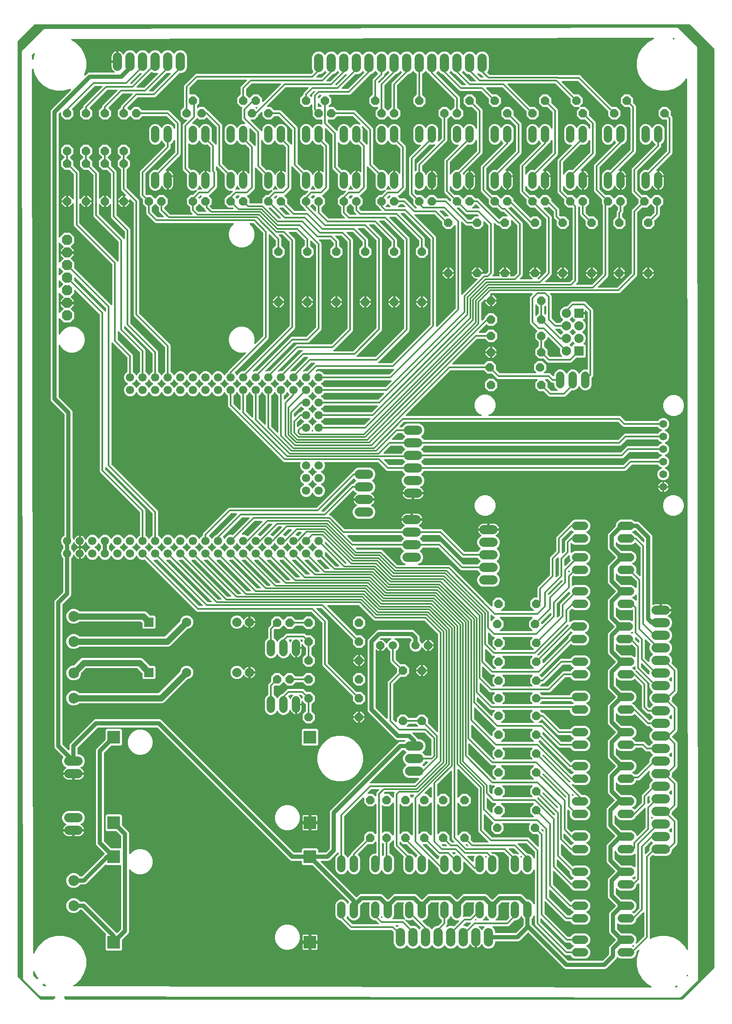
<source format=gbr>
G04 EAGLE Gerber RS-274X export*
G75*
%MOMM*%
%FSLAX34Y34*%
%LPD*%
%INBottom Copper*%
%IPPOS*%
%AMOC8*
5,1,8,0,0,1.08239X$1,22.5*%
G01*
%ADD10P,1.814519X8X22.500000*%
%ADD11C,1.676400*%
%ADD12P,1.814519X8X202.500000*%
%ADD13C,1.879600*%
%ADD14C,1.863600*%
%ADD15R,1.863600X1.863600*%
%ADD16C,1.676400*%
%ADD17P,1.814519X8X292.500000*%
%ADD18P,1.814519X8X112.500000*%
%ADD19R,2.500000X2.500000*%
%ADD20P,2.233620X8X202.500000*%
%ADD21C,2.163600*%
%ADD22C,1.563600*%
%ADD23C,0.304800*%
%ADD24C,0.812800*%
%ADD25C,1.270000*%

G36*
X1118808Y3063D02*
X1118808Y3063D01*
X1118934Y3070D01*
X1118980Y3083D01*
X1119028Y3089D01*
X1119147Y3131D01*
X1119269Y3166D01*
X1119311Y3190D01*
X1119356Y3206D01*
X1119463Y3275D01*
X1119573Y3336D01*
X1119619Y3376D01*
X1119649Y3395D01*
X1119683Y3430D01*
X1119759Y3495D01*
X1131885Y15621D01*
X1131964Y15720D01*
X1132048Y15814D01*
X1132072Y15856D01*
X1132102Y15894D01*
X1132156Y16008D01*
X1132217Y16119D01*
X1132230Y16165D01*
X1132251Y16209D01*
X1132277Y16332D01*
X1132312Y16454D01*
X1132317Y16515D01*
X1132324Y16550D01*
X1132323Y16598D01*
X1132331Y16698D01*
X1132331Y29557D01*
X1133569Y32545D01*
X1136070Y35045D01*
X1145347Y44323D01*
X1145426Y44422D01*
X1145510Y44516D01*
X1145534Y44558D01*
X1145564Y44596D01*
X1145618Y44710D01*
X1145679Y44821D01*
X1145692Y44867D01*
X1145713Y44911D01*
X1145739Y45034D01*
X1145774Y45156D01*
X1145779Y45217D01*
X1145786Y45252D01*
X1145785Y45300D01*
X1145793Y45400D01*
X1145793Y46040D01*
X1145779Y46166D01*
X1145772Y46292D01*
X1145759Y46338D01*
X1145753Y46386D01*
X1145711Y46505D01*
X1145676Y46627D01*
X1145652Y46669D01*
X1145636Y46714D01*
X1145567Y46821D01*
X1145506Y46931D01*
X1145466Y46977D01*
X1145447Y47007D01*
X1145412Y47041D01*
X1145347Y47117D01*
X1136070Y56395D01*
X1133569Y58895D01*
X1132331Y61883D01*
X1132331Y98137D01*
X1133569Y101125D01*
X1136070Y103625D01*
X1145347Y112903D01*
X1145426Y113002D01*
X1145510Y113096D01*
X1145534Y113138D01*
X1145564Y113176D01*
X1145618Y113290D01*
X1145679Y113401D01*
X1145692Y113447D01*
X1145713Y113491D01*
X1145739Y113614D01*
X1145774Y113736D01*
X1145779Y113797D01*
X1145786Y113832D01*
X1145785Y113880D01*
X1145793Y113980D01*
X1145793Y114620D01*
X1145779Y114746D01*
X1145772Y114872D01*
X1145759Y114918D01*
X1145753Y114966D01*
X1145711Y115085D01*
X1145676Y115207D01*
X1145652Y115249D01*
X1145636Y115294D01*
X1145567Y115401D01*
X1145506Y115511D01*
X1145466Y115557D01*
X1145447Y115587D01*
X1145412Y115621D01*
X1145347Y115697D01*
X1131029Y130015D01*
X1129791Y133003D01*
X1129791Y166717D01*
X1131029Y169705D01*
X1144397Y183073D01*
X1144413Y183093D01*
X1144433Y183110D01*
X1144522Y183230D01*
X1144614Y183346D01*
X1144625Y183370D01*
X1144641Y183391D01*
X1144699Y183527D01*
X1144763Y183661D01*
X1144768Y183687D01*
X1144779Y183711D01*
X1144805Y183857D01*
X1144836Y184002D01*
X1144836Y184028D01*
X1144840Y184054D01*
X1144833Y184202D01*
X1144830Y184350D01*
X1144824Y184376D01*
X1144822Y184402D01*
X1144781Y184544D01*
X1144745Y184688D01*
X1144733Y184711D01*
X1144726Y184737D01*
X1144653Y184866D01*
X1144585Y184998D01*
X1144568Y185018D01*
X1144556Y185041D01*
X1144397Y185227D01*
X1128489Y201135D01*
X1127251Y204123D01*
X1127251Y235297D01*
X1128489Y238285D01*
X1144397Y254193D01*
X1144413Y254213D01*
X1144433Y254230D01*
X1144522Y254350D01*
X1144614Y254466D01*
X1144625Y254490D01*
X1144641Y254511D01*
X1144699Y254647D01*
X1144763Y254781D01*
X1144768Y254807D01*
X1144779Y254831D01*
X1144805Y254977D01*
X1144836Y255122D01*
X1144836Y255148D01*
X1144840Y255174D01*
X1144833Y255322D01*
X1144830Y255470D01*
X1144824Y255496D01*
X1144822Y255522D01*
X1144781Y255664D01*
X1144745Y255808D01*
X1144733Y255831D01*
X1144726Y255857D01*
X1144654Y255986D01*
X1144585Y256118D01*
X1144568Y256138D01*
X1144556Y256161D01*
X1144397Y256347D01*
X1128489Y272255D01*
X1127251Y275243D01*
X1127251Y308957D01*
X1128489Y311945D01*
X1143127Y326583D01*
X1143143Y326603D01*
X1143163Y326620D01*
X1143252Y326740D01*
X1143344Y326856D01*
X1143355Y326880D01*
X1143371Y326901D01*
X1143429Y327037D01*
X1143493Y327171D01*
X1143498Y327197D01*
X1143509Y327221D01*
X1143535Y327367D01*
X1143566Y327512D01*
X1143566Y327538D01*
X1143570Y327564D01*
X1143563Y327712D01*
X1143560Y327860D01*
X1143554Y327886D01*
X1143552Y327912D01*
X1143511Y328054D01*
X1143475Y328198D01*
X1143463Y328221D01*
X1143456Y328247D01*
X1143383Y328376D01*
X1143315Y328508D01*
X1143298Y328528D01*
X1143286Y328551D01*
X1143127Y328737D01*
X1131029Y340835D01*
X1129791Y343823D01*
X1129791Y377537D01*
X1131029Y380525D01*
X1145347Y394843D01*
X1145426Y394942D01*
X1145510Y395036D01*
X1145534Y395078D01*
X1145564Y395116D01*
X1145618Y395230D01*
X1145679Y395341D01*
X1145692Y395387D01*
X1145713Y395431D01*
X1145739Y395554D01*
X1145774Y395676D01*
X1145779Y395737D01*
X1145786Y395772D01*
X1145785Y395820D01*
X1145793Y395920D01*
X1145793Y396560D01*
X1145779Y396686D01*
X1145772Y396812D01*
X1145759Y396858D01*
X1145753Y396906D01*
X1145711Y397025D01*
X1145676Y397147D01*
X1145652Y397189D01*
X1145636Y397234D01*
X1145567Y397341D01*
X1145506Y397451D01*
X1145466Y397497D01*
X1145447Y397527D01*
X1145412Y397561D01*
X1145347Y397637D01*
X1131029Y411955D01*
X1129791Y414943D01*
X1129791Y446117D01*
X1131029Y449105D01*
X1145347Y463423D01*
X1145426Y463522D01*
X1145510Y463616D01*
X1145534Y463658D01*
X1145564Y463696D01*
X1145618Y463810D01*
X1145679Y463921D01*
X1145692Y463967D01*
X1145713Y464011D01*
X1145739Y464134D01*
X1145774Y464256D01*
X1145779Y464317D01*
X1145786Y464352D01*
X1145785Y464400D01*
X1145793Y464500D01*
X1145793Y465140D01*
X1145779Y465266D01*
X1145772Y465392D01*
X1145759Y465438D01*
X1145753Y465486D01*
X1145711Y465605D01*
X1145676Y465727D01*
X1145652Y465769D01*
X1145636Y465814D01*
X1145567Y465921D01*
X1145506Y466031D01*
X1145466Y466077D01*
X1145447Y466107D01*
X1145412Y466141D01*
X1145347Y466217D01*
X1131029Y480535D01*
X1129791Y483523D01*
X1129791Y517237D01*
X1131029Y520225D01*
X1145347Y534543D01*
X1145426Y534642D01*
X1145510Y534736D01*
X1145534Y534778D01*
X1145564Y534816D01*
X1145618Y534930D01*
X1145679Y535041D01*
X1145692Y535087D01*
X1145713Y535131D01*
X1145739Y535254D01*
X1145774Y535376D01*
X1145779Y535437D01*
X1145786Y535472D01*
X1145785Y535520D01*
X1145793Y535620D01*
X1145793Y536260D01*
X1145779Y536386D01*
X1145772Y536512D01*
X1145759Y536558D01*
X1145753Y536606D01*
X1145711Y536725D01*
X1145676Y536847D01*
X1145652Y536889D01*
X1145636Y536934D01*
X1145567Y537041D01*
X1145506Y537151D01*
X1145466Y537197D01*
X1145447Y537227D01*
X1145412Y537261D01*
X1145347Y537337D01*
X1131029Y551655D01*
X1129791Y554643D01*
X1129791Y588357D01*
X1131029Y591345D01*
X1145347Y605663D01*
X1145426Y605762D01*
X1145510Y605856D01*
X1145534Y605898D01*
X1145564Y605936D01*
X1145618Y606050D01*
X1145679Y606161D01*
X1145692Y606207D01*
X1145713Y606251D01*
X1145739Y606374D01*
X1145774Y606496D01*
X1145779Y606557D01*
X1145786Y606592D01*
X1145785Y606640D01*
X1145793Y606740D01*
X1145793Y607380D01*
X1145779Y607506D01*
X1145772Y607632D01*
X1145759Y607678D01*
X1145753Y607726D01*
X1145711Y607845D01*
X1145676Y607967D01*
X1145652Y608009D01*
X1145636Y608054D01*
X1145567Y608161D01*
X1145506Y608271D01*
X1145466Y608317D01*
X1145447Y608347D01*
X1145412Y608381D01*
X1145347Y608457D01*
X1131029Y622775D01*
X1129791Y625763D01*
X1129791Y662017D01*
X1131029Y665005D01*
X1142807Y676783D01*
X1142886Y676882D01*
X1142970Y676976D01*
X1142994Y677018D01*
X1143024Y677056D01*
X1143078Y677170D01*
X1143139Y677281D01*
X1143152Y677327D01*
X1143173Y677371D01*
X1143199Y677494D01*
X1143234Y677616D01*
X1143239Y677677D01*
X1143246Y677712D01*
X1143245Y677760D01*
X1143253Y677860D01*
X1143253Y678500D01*
X1143239Y678625D01*
X1143232Y678752D01*
X1143219Y678798D01*
X1143213Y678846D01*
X1143171Y678965D01*
X1143136Y679087D01*
X1143112Y679129D01*
X1143096Y679174D01*
X1143027Y679281D01*
X1142966Y679391D01*
X1142926Y679437D01*
X1142907Y679467D01*
X1142872Y679501D01*
X1142807Y679577D01*
X1131029Y691355D01*
X1129791Y694343D01*
X1129791Y730597D01*
X1131029Y733585D01*
X1145347Y747903D01*
X1145426Y748002D01*
X1145510Y748096D01*
X1145534Y748138D01*
X1145564Y748176D01*
X1145618Y748290D01*
X1145679Y748401D01*
X1145692Y748447D01*
X1145713Y748491D01*
X1145739Y748614D01*
X1145774Y748736D01*
X1145779Y748797D01*
X1145786Y748832D01*
X1145785Y748880D01*
X1145793Y748980D01*
X1145793Y749620D01*
X1145779Y749746D01*
X1145772Y749872D01*
X1145759Y749918D01*
X1145753Y749966D01*
X1145711Y750085D01*
X1145676Y750207D01*
X1145652Y750249D01*
X1145636Y750294D01*
X1145567Y750401D01*
X1145506Y750511D01*
X1145466Y750557D01*
X1145447Y750587D01*
X1145412Y750621D01*
X1145347Y750697D01*
X1131029Y765015D01*
X1129791Y768003D01*
X1129791Y799177D01*
X1131029Y802165D01*
X1145347Y816483D01*
X1145426Y816582D01*
X1145510Y816676D01*
X1145534Y816718D01*
X1145564Y816756D01*
X1145618Y816870D01*
X1145679Y816981D01*
X1145692Y817027D01*
X1145713Y817071D01*
X1145739Y817194D01*
X1145774Y817316D01*
X1145779Y817377D01*
X1145786Y817412D01*
X1145785Y817460D01*
X1145793Y817560D01*
X1145793Y818200D01*
X1145779Y818326D01*
X1145772Y818452D01*
X1145759Y818498D01*
X1145753Y818546D01*
X1145711Y818665D01*
X1145676Y818787D01*
X1145652Y818829D01*
X1145636Y818874D01*
X1145567Y818981D01*
X1145506Y819091D01*
X1145466Y819137D01*
X1145447Y819167D01*
X1145412Y819201D01*
X1145347Y819277D01*
X1131029Y833595D01*
X1129791Y836583D01*
X1129791Y862677D01*
X1131029Y865665D01*
X1145347Y879983D01*
X1145426Y880082D01*
X1145510Y880176D01*
X1145534Y880218D01*
X1145564Y880256D01*
X1145618Y880370D01*
X1145679Y880481D01*
X1145692Y880527D01*
X1145713Y880571D01*
X1145739Y880694D01*
X1145774Y880816D01*
X1145779Y880877D01*
X1145786Y880912D01*
X1145785Y880960D01*
X1145793Y881060D01*
X1145793Y883856D01*
X1147688Y888431D01*
X1151189Y891932D01*
X1155764Y893827D01*
X1177480Y893827D01*
X1182055Y891932D01*
X1184031Y889955D01*
X1184130Y889876D01*
X1184224Y889792D01*
X1184267Y889768D01*
X1184304Y889738D01*
X1184419Y889684D01*
X1184529Y889623D01*
X1184576Y889610D01*
X1184620Y889589D01*
X1184743Y889563D01*
X1184865Y889528D01*
X1184926Y889523D01*
X1184960Y889516D01*
X1185008Y889517D01*
X1185109Y889509D01*
X1190337Y889509D01*
X1193325Y888271D01*
X1218471Y863125D01*
X1219709Y860137D01*
X1219709Y723073D01*
X1219713Y723038D01*
X1219710Y723002D01*
X1219733Y722865D01*
X1219749Y722727D01*
X1219761Y722693D01*
X1219766Y722658D01*
X1219819Y722530D01*
X1219866Y722399D01*
X1219886Y722369D01*
X1219899Y722336D01*
X1219980Y722223D01*
X1220055Y722106D01*
X1220081Y722081D01*
X1220102Y722052D01*
X1220206Y721961D01*
X1220306Y721864D01*
X1220337Y721845D01*
X1220364Y721822D01*
X1220486Y721756D01*
X1220605Y721685D01*
X1220639Y721674D01*
X1220671Y721657D01*
X1220805Y721621D01*
X1220937Y721579D01*
X1220973Y721576D01*
X1221007Y721567D01*
X1221146Y721562D01*
X1221284Y721551D01*
X1221320Y721556D01*
X1221356Y721555D01*
X1221491Y721582D01*
X1221629Y721603D01*
X1221662Y721616D01*
X1221697Y721623D01*
X1221924Y721716D01*
X1222999Y722264D01*
X1224786Y722845D01*
X1226642Y723139D01*
X1234441Y723139D01*
X1234441Y712216D01*
X1234444Y712190D01*
X1234442Y712164D01*
X1234464Y712017D01*
X1234481Y711870D01*
X1234489Y711845D01*
X1234493Y711819D01*
X1234548Y711682D01*
X1234598Y711542D01*
X1234612Y711520D01*
X1234622Y711495D01*
X1234707Y711374D01*
X1234787Y711249D01*
X1234806Y711231D01*
X1234821Y711209D01*
X1234931Y711110D01*
X1235038Y711007D01*
X1235060Y710993D01*
X1235080Y710976D01*
X1235210Y710904D01*
X1235337Y710828D01*
X1235362Y710820D01*
X1235385Y710807D01*
X1235528Y710767D01*
X1235669Y710722D01*
X1235695Y710720D01*
X1235720Y710713D01*
X1235964Y710693D01*
X1236473Y710693D01*
X1236473Y710184D01*
X1236476Y710158D01*
X1236474Y710132D01*
X1236496Y709985D01*
X1236513Y709838D01*
X1236522Y709813D01*
X1236526Y709787D01*
X1236580Y709649D01*
X1236630Y709510D01*
X1236645Y709488D01*
X1236654Y709463D01*
X1236739Y709342D01*
X1236819Y709217D01*
X1236838Y709199D01*
X1236853Y709177D01*
X1236963Y709078D01*
X1237070Y708975D01*
X1237093Y708961D01*
X1237112Y708944D01*
X1237242Y708872D01*
X1237369Y708796D01*
X1237394Y708788D01*
X1237417Y708775D01*
X1237560Y708735D01*
X1237701Y708690D01*
X1237727Y708687D01*
X1237752Y708680D01*
X1237996Y708661D01*
X1258063Y708661D01*
X1258023Y708404D01*
X1257442Y706617D01*
X1256589Y704943D01*
X1255484Y703422D01*
X1254156Y702094D01*
X1252635Y700989D01*
X1252105Y700719D01*
X1252072Y700697D01*
X1252034Y700680D01*
X1251926Y700600D01*
X1251815Y700526D01*
X1251787Y700497D01*
X1251754Y700472D01*
X1251668Y700370D01*
X1251576Y700273D01*
X1251556Y700237D01*
X1251529Y700206D01*
X1251468Y700087D01*
X1251401Y699971D01*
X1251389Y699933D01*
X1251370Y699896D01*
X1251338Y699766D01*
X1251299Y699638D01*
X1251296Y699598D01*
X1251286Y699558D01*
X1251284Y699424D01*
X1251275Y699291D01*
X1251282Y699250D01*
X1251281Y699210D01*
X1251310Y699079D01*
X1251331Y698947D01*
X1251347Y698909D01*
X1251356Y698869D01*
X1251413Y698748D01*
X1251464Y698624D01*
X1251488Y698591D01*
X1251505Y698554D01*
X1251589Y698450D01*
X1251667Y698341D01*
X1251697Y698314D01*
X1251723Y698282D01*
X1251828Y698199D01*
X1251928Y698111D01*
X1251964Y698091D01*
X1251996Y698066D01*
X1252214Y697955D01*
X1254004Y697213D01*
X1257791Y693426D01*
X1259841Y688478D01*
X1259841Y683122D01*
X1257791Y678174D01*
X1253794Y674177D01*
X1253778Y674157D01*
X1253758Y674140D01*
X1253670Y674020D01*
X1253578Y673904D01*
X1253566Y673880D01*
X1253551Y673859D01*
X1253492Y673723D01*
X1253429Y673589D01*
X1253423Y673563D01*
X1253413Y673539D01*
X1253387Y673393D01*
X1253355Y673248D01*
X1253356Y673222D01*
X1253351Y673196D01*
X1253359Y673048D01*
X1253361Y672900D01*
X1253368Y672874D01*
X1253369Y672848D01*
X1253410Y672706D01*
X1253446Y672562D01*
X1253458Y672539D01*
X1253466Y672513D01*
X1253538Y672384D01*
X1253606Y672252D01*
X1253623Y672232D01*
X1253636Y672209D01*
X1253794Y672023D01*
X1257791Y668026D01*
X1259841Y663078D01*
X1259841Y657722D01*
X1257791Y652774D01*
X1253794Y648777D01*
X1253778Y648757D01*
X1253758Y648740D01*
X1253670Y648620D01*
X1253578Y648504D01*
X1253566Y648480D01*
X1253551Y648459D01*
X1253492Y648323D01*
X1253429Y648189D01*
X1253423Y648163D01*
X1253413Y648139D01*
X1253387Y647993D01*
X1253355Y647848D01*
X1253356Y647822D01*
X1253351Y647796D01*
X1253359Y647648D01*
X1253361Y647500D01*
X1253368Y647474D01*
X1253369Y647448D01*
X1253410Y647306D01*
X1253446Y647162D01*
X1253458Y647139D01*
X1253466Y647113D01*
X1253538Y646984D01*
X1253606Y646852D01*
X1253623Y646832D01*
X1253636Y646809D01*
X1253794Y646623D01*
X1257791Y642626D01*
X1259841Y637678D01*
X1259841Y632322D01*
X1257791Y627374D01*
X1253794Y623377D01*
X1253778Y623357D01*
X1253758Y623340D01*
X1253670Y623220D01*
X1253578Y623104D01*
X1253566Y623080D01*
X1253551Y623059D01*
X1253492Y622923D01*
X1253429Y622789D01*
X1253423Y622763D01*
X1253413Y622739D01*
X1253387Y622593D01*
X1253355Y622448D01*
X1253356Y622422D01*
X1253351Y622396D01*
X1253359Y622248D01*
X1253361Y622100D01*
X1253368Y622074D01*
X1253369Y622048D01*
X1253410Y621906D01*
X1253446Y621762D01*
X1253458Y621739D01*
X1253466Y621713D01*
X1253538Y621584D01*
X1253606Y621452D01*
X1253623Y621432D01*
X1253636Y621409D01*
X1253794Y621223D01*
X1257791Y617226D01*
X1259841Y612278D01*
X1259841Y606922D01*
X1258866Y604568D01*
X1258845Y604494D01*
X1258814Y604424D01*
X1258797Y604327D01*
X1258770Y604233D01*
X1258766Y604156D01*
X1258753Y604081D01*
X1258758Y603983D01*
X1258753Y603885D01*
X1258767Y603810D01*
X1258771Y603733D01*
X1258798Y603639D01*
X1258816Y603542D01*
X1258846Y603472D01*
X1258867Y603398D01*
X1258915Y603312D01*
X1258954Y603222D01*
X1259000Y603161D01*
X1259037Y603094D01*
X1259134Y602980D01*
X1259162Y602942D01*
X1259177Y602930D01*
X1259196Y602908D01*
X1269658Y592446D01*
X1270509Y590392D01*
X1270509Y547528D01*
X1269658Y545474D01*
X1260287Y536103D01*
X1260208Y536004D01*
X1260124Y535910D01*
X1260100Y535868D01*
X1260070Y535830D01*
X1260016Y535716D01*
X1259955Y535605D01*
X1259942Y535559D01*
X1259921Y535515D01*
X1259895Y535392D01*
X1259860Y535270D01*
X1259855Y535209D01*
X1259848Y535174D01*
X1259849Y535126D01*
X1259841Y535026D01*
X1259841Y530722D01*
X1258866Y528368D01*
X1258845Y528294D01*
X1258814Y528224D01*
X1258797Y528128D01*
X1258770Y528033D01*
X1258766Y527956D01*
X1258753Y527881D01*
X1258758Y527783D01*
X1258753Y527685D01*
X1258767Y527609D01*
X1258771Y527533D01*
X1258798Y527439D01*
X1258816Y527342D01*
X1258846Y527272D01*
X1258867Y527198D01*
X1258915Y527112D01*
X1258954Y527022D01*
X1259000Y526961D01*
X1259037Y526894D01*
X1259134Y526780D01*
X1259162Y526742D01*
X1259177Y526730D01*
X1259196Y526708D01*
X1269658Y516246D01*
X1270509Y514192D01*
X1270509Y468788D01*
X1269658Y466734D01*
X1260287Y457363D01*
X1260208Y457264D01*
X1260124Y457170D01*
X1260100Y457128D01*
X1260070Y457090D01*
X1260016Y456976D01*
X1259955Y456865D01*
X1259942Y456819D01*
X1259921Y456775D01*
X1259895Y456652D01*
X1259860Y456530D01*
X1259855Y456469D01*
X1259848Y456434D01*
X1259849Y456386D01*
X1259841Y456286D01*
X1259841Y455574D01*
X1259855Y455448D01*
X1259862Y455322D01*
X1259875Y455276D01*
X1259881Y455228D01*
X1259923Y455109D01*
X1259958Y454987D01*
X1259982Y454945D01*
X1259998Y454900D01*
X1260067Y454793D01*
X1260128Y454683D01*
X1260168Y454637D01*
X1260187Y454607D01*
X1260222Y454573D01*
X1260287Y454497D01*
X1269658Y445126D01*
X1270509Y443072D01*
X1270509Y395128D01*
X1269658Y393074D01*
X1260287Y383703D01*
X1260208Y383604D01*
X1260124Y383510D01*
X1260100Y383468D01*
X1260070Y383430D01*
X1260016Y383316D01*
X1259955Y383205D01*
X1259942Y383159D01*
X1259921Y383115D01*
X1259895Y382992D01*
X1259860Y382870D01*
X1259855Y382809D01*
X1259848Y382774D01*
X1259849Y382726D01*
X1259841Y382626D01*
X1259841Y378322D01*
X1258866Y375968D01*
X1258845Y375894D01*
X1258814Y375824D01*
X1258797Y375728D01*
X1258770Y375633D01*
X1258766Y375556D01*
X1258753Y375481D01*
X1258758Y375383D01*
X1258753Y375285D01*
X1258767Y375209D01*
X1258771Y375133D01*
X1258798Y375039D01*
X1258816Y374942D01*
X1258846Y374872D01*
X1258867Y374798D01*
X1258915Y374712D01*
X1258954Y374622D01*
X1259000Y374561D01*
X1259037Y374494D01*
X1259134Y374380D01*
X1259162Y374342D01*
X1259177Y374330D01*
X1259196Y374308D01*
X1269658Y363846D01*
X1270509Y361792D01*
X1270509Y316388D01*
X1269658Y314334D01*
X1267872Y312548D01*
X1260287Y304963D01*
X1260208Y304864D01*
X1260124Y304770D01*
X1260100Y304728D01*
X1260070Y304690D01*
X1260016Y304576D01*
X1259955Y304465D01*
X1259942Y304419D01*
X1259921Y304375D01*
X1259895Y304252D01*
X1259860Y304130D01*
X1259855Y304069D01*
X1259848Y304034D01*
X1259849Y303986D01*
X1259841Y303886D01*
X1259841Y302122D01*
X1258866Y299768D01*
X1258845Y299694D01*
X1258814Y299624D01*
X1258797Y299528D01*
X1258770Y299433D01*
X1258766Y299356D01*
X1258753Y299281D01*
X1258758Y299183D01*
X1258753Y299085D01*
X1258767Y299009D01*
X1258771Y298933D01*
X1258798Y298839D01*
X1258816Y298742D01*
X1258846Y298672D01*
X1258867Y298598D01*
X1258915Y298512D01*
X1258954Y298422D01*
X1259000Y298361D01*
X1259037Y298294D01*
X1259134Y298180D01*
X1259162Y298142D01*
X1259177Y298130D01*
X1259196Y298108D01*
X1269658Y287646D01*
X1270509Y285592D01*
X1270509Y240188D01*
X1269658Y238134D01*
X1267872Y236348D01*
X1260287Y228763D01*
X1260208Y228664D01*
X1260124Y228570D01*
X1260100Y228528D01*
X1260070Y228490D01*
X1260016Y228376D01*
X1259955Y228265D01*
X1259942Y228219D01*
X1259921Y228175D01*
X1259895Y228052D01*
X1259860Y227930D01*
X1259855Y227869D01*
X1259848Y227834D01*
X1259849Y227786D01*
X1259841Y227686D01*
X1259841Y225922D01*
X1257791Y220974D01*
X1254004Y217187D01*
X1249056Y215137D01*
X1224904Y215137D01*
X1221472Y216559D01*
X1221399Y216580D01*
X1221329Y216610D01*
X1221232Y216627D01*
X1221137Y216654D01*
X1221061Y216658D01*
X1220986Y216672D01*
X1220887Y216667D01*
X1220789Y216671D01*
X1220714Y216658D01*
X1220638Y216654D01*
X1220543Y216627D01*
X1220446Y216609D01*
X1220376Y216578D01*
X1220303Y216557D01*
X1220217Y216509D01*
X1220127Y216470D01*
X1220065Y216424D01*
X1219998Y216387D01*
X1219885Y216290D01*
X1219847Y216262D01*
X1219834Y216247D01*
X1219812Y216229D01*
X1215075Y211491D01*
X1214996Y211392D01*
X1214912Y211298D01*
X1214888Y211256D01*
X1214858Y211218D01*
X1214804Y211104D01*
X1214743Y210993D01*
X1214730Y210947D01*
X1214709Y210903D01*
X1214683Y210780D01*
X1214648Y210658D01*
X1214643Y210597D01*
X1214636Y210562D01*
X1214637Y210514D01*
X1214629Y210414D01*
X1214629Y49688D01*
X1214364Y49050D01*
X1214357Y49025D01*
X1214346Y49003D01*
X1214310Y48859D01*
X1214269Y48715D01*
X1214267Y48689D01*
X1214261Y48665D01*
X1214259Y48515D01*
X1214252Y48367D01*
X1214256Y48342D01*
X1214256Y48316D01*
X1214288Y48171D01*
X1214314Y48024D01*
X1214325Y48001D01*
X1214330Y47976D01*
X1214394Y47841D01*
X1214453Y47704D01*
X1214468Y47684D01*
X1214479Y47661D01*
X1214573Y47544D01*
X1214661Y47425D01*
X1214680Y47408D01*
X1214696Y47388D01*
X1214814Y47295D01*
X1214927Y47200D01*
X1214950Y47188D01*
X1214970Y47172D01*
X1215105Y47109D01*
X1215237Y47041D01*
X1215262Y47035D01*
X1215285Y47024D01*
X1215431Y46993D01*
X1215576Y46957D01*
X1215601Y46956D01*
X1215626Y46951D01*
X1215775Y46954D01*
X1215924Y46952D01*
X1215949Y46957D01*
X1215975Y46957D01*
X1216119Y46994D01*
X1216265Y47026D01*
X1216288Y47037D01*
X1216312Y47043D01*
X1216533Y47148D01*
X1221373Y49942D01*
X1235004Y53595D01*
X1249116Y53595D01*
X1262747Y49942D01*
X1274968Y42886D01*
X1284946Y32908D01*
X1289142Y25640D01*
X1289218Y25539D01*
X1289286Y25433D01*
X1289321Y25400D01*
X1289350Y25361D01*
X1289446Y25279D01*
X1289537Y25192D01*
X1289579Y25167D01*
X1289616Y25135D01*
X1289728Y25078D01*
X1289836Y25013D01*
X1289883Y24998D01*
X1289926Y24976D01*
X1290048Y24946D01*
X1290168Y24907D01*
X1290217Y24903D01*
X1290264Y24892D01*
X1290390Y24890D01*
X1290516Y24880D01*
X1290564Y24887D01*
X1290613Y24886D01*
X1290736Y24913D01*
X1290860Y24932D01*
X1290906Y24950D01*
X1290953Y24960D01*
X1291067Y25014D01*
X1291184Y25061D01*
X1291224Y25089D01*
X1291268Y25110D01*
X1291367Y25188D01*
X1291470Y25260D01*
X1291502Y25297D01*
X1291541Y25327D01*
X1291619Y25426D01*
X1291703Y25519D01*
X1291726Y25562D01*
X1291757Y25600D01*
X1291810Y25714D01*
X1291871Y25825D01*
X1291884Y25871D01*
X1291905Y25916D01*
X1291931Y26039D01*
X1291965Y26160D01*
X1291970Y26221D01*
X1291978Y26256D01*
X1291977Y26305D01*
X1291985Y26404D01*
X1289682Y1783172D01*
X1289668Y1783295D01*
X1289662Y1783419D01*
X1289648Y1783468D01*
X1289642Y1783518D01*
X1289600Y1783635D01*
X1289566Y1783754D01*
X1289541Y1783798D01*
X1289524Y1783846D01*
X1289457Y1783950D01*
X1289396Y1784058D01*
X1289362Y1784096D01*
X1289335Y1784138D01*
X1289245Y1784224D01*
X1289162Y1784316D01*
X1289120Y1784345D01*
X1289084Y1784380D01*
X1288977Y1784444D01*
X1288875Y1784514D01*
X1288828Y1784533D01*
X1288784Y1784559D01*
X1288666Y1784596D01*
X1288551Y1784642D01*
X1288500Y1784649D01*
X1288452Y1784665D01*
X1288329Y1784674D01*
X1288206Y1784692D01*
X1288155Y1784688D01*
X1288105Y1784692D01*
X1287982Y1784674D01*
X1287858Y1784663D01*
X1287810Y1784648D01*
X1287760Y1784640D01*
X1287645Y1784594D01*
X1287527Y1784556D01*
X1287484Y1784530D01*
X1287436Y1784511D01*
X1287335Y1784440D01*
X1287228Y1784376D01*
X1287192Y1784340D01*
X1287151Y1784311D01*
X1287068Y1784219D01*
X1286979Y1784133D01*
X1286942Y1784080D01*
X1286917Y1784052D01*
X1286895Y1784011D01*
X1286840Y1783931D01*
X1284946Y1780652D01*
X1274968Y1770674D01*
X1262747Y1763618D01*
X1249116Y1759965D01*
X1235004Y1759965D01*
X1221373Y1763618D01*
X1209152Y1770674D01*
X1199174Y1780652D01*
X1192118Y1792873D01*
X1188465Y1806504D01*
X1188465Y1820616D01*
X1192118Y1834247D01*
X1199174Y1846468D01*
X1209152Y1856446D01*
X1221373Y1863502D01*
X1221950Y1863657D01*
X1222090Y1863712D01*
X1222232Y1863764D01*
X1222252Y1863776D01*
X1222274Y1863785D01*
X1222398Y1863871D01*
X1222525Y1863953D01*
X1222541Y1863970D01*
X1222560Y1863983D01*
X1222662Y1864096D01*
X1222767Y1864204D01*
X1222779Y1864224D01*
X1222794Y1864242D01*
X1222868Y1864374D01*
X1222945Y1864504D01*
X1222952Y1864526D01*
X1222963Y1864546D01*
X1223005Y1864692D01*
X1223050Y1864836D01*
X1223052Y1864859D01*
X1223059Y1864882D01*
X1223066Y1865033D01*
X1223078Y1865183D01*
X1223074Y1865206D01*
X1223075Y1865230D01*
X1223048Y1865378D01*
X1223025Y1865528D01*
X1223017Y1865550D01*
X1223012Y1865573D01*
X1222952Y1865711D01*
X1222896Y1865851D01*
X1222883Y1865871D01*
X1222873Y1865892D01*
X1222783Y1866013D01*
X1222697Y1866137D01*
X1222679Y1866153D01*
X1222665Y1866172D01*
X1222550Y1866269D01*
X1222437Y1866370D01*
X1222417Y1866381D01*
X1222399Y1866397D01*
X1222264Y1866465D01*
X1222132Y1866538D01*
X1222109Y1866544D01*
X1222089Y1866555D01*
X1221942Y1866591D01*
X1221796Y1866632D01*
X1221768Y1866634D01*
X1221750Y1866639D01*
X1221703Y1866640D01*
X1221553Y1866651D01*
X47620Y1864431D01*
X47498Y1864417D01*
X47374Y1864411D01*
X47325Y1864396D01*
X47274Y1864390D01*
X47158Y1864349D01*
X47039Y1864315D01*
X46994Y1864290D01*
X46946Y1864272D01*
X46842Y1864205D01*
X46735Y1864145D01*
X46697Y1864111D01*
X46654Y1864083D01*
X46568Y1863994D01*
X46477Y1863911D01*
X46448Y1863869D01*
X46412Y1863832D01*
X46349Y1863725D01*
X46279Y1863624D01*
X46260Y1863576D01*
X46234Y1863532D01*
X46196Y1863414D01*
X46151Y1863299D01*
X46144Y1863249D01*
X46128Y1863200D01*
X46119Y1863077D01*
X46101Y1862955D01*
X46105Y1862904D01*
X46101Y1862853D01*
X46119Y1862730D01*
X46130Y1862607D01*
X46146Y1862559D01*
X46153Y1862508D01*
X46199Y1862393D01*
X46237Y1862276D01*
X46264Y1862232D01*
X46283Y1862184D01*
X46353Y1862083D01*
X46417Y1861977D01*
X46453Y1861941D01*
X46482Y1861899D01*
X46574Y1861816D01*
X46660Y1861727D01*
X46714Y1861691D01*
X46741Y1861666D01*
X46783Y1861643D01*
X46862Y1861589D01*
X55768Y1856446D01*
X65746Y1846468D01*
X72802Y1834247D01*
X76455Y1820616D01*
X76455Y1806504D01*
X72802Y1792873D01*
X72743Y1792736D01*
X72679Y1792600D01*
X72674Y1792576D01*
X72664Y1792553D01*
X72637Y1792406D01*
X72605Y1792260D01*
X72606Y1792235D01*
X72601Y1792210D01*
X72609Y1792060D01*
X72611Y1791911D01*
X72617Y1791887D01*
X72619Y1791862D01*
X72660Y1791718D01*
X72696Y1791573D01*
X72708Y1791551D01*
X72714Y1791527D01*
X72787Y1791396D01*
X72856Y1791263D01*
X72872Y1791245D01*
X72884Y1791223D01*
X72985Y1791112D01*
X73082Y1790998D01*
X73102Y1790983D01*
X73118Y1790965D01*
X73242Y1790880D01*
X73362Y1790791D01*
X73385Y1790781D01*
X73405Y1790767D01*
X73545Y1790712D01*
X73682Y1790653D01*
X73706Y1790648D01*
X73730Y1790639D01*
X73878Y1790618D01*
X74025Y1790591D01*
X74050Y1790592D01*
X74074Y1790589D01*
X74224Y1790601D01*
X74373Y1790609D01*
X74397Y1790616D01*
X74422Y1790618D01*
X74565Y1790664D01*
X74708Y1790706D01*
X74730Y1790718D01*
X74753Y1790725D01*
X74881Y1790802D01*
X75012Y1790876D01*
X75035Y1790895D01*
X75052Y1790905D01*
X75086Y1790938D01*
X75198Y1791034D01*
X79215Y1795051D01*
X82203Y1796289D01*
X132529Y1796289D01*
X132574Y1796294D01*
X132620Y1796291D01*
X132747Y1796314D01*
X132875Y1796329D01*
X132918Y1796344D01*
X132963Y1796352D01*
X133082Y1796402D01*
X133203Y1796446D01*
X133242Y1796471D01*
X133284Y1796489D01*
X133388Y1796565D01*
X133496Y1796635D01*
X133528Y1796668D01*
X133565Y1796695D01*
X133649Y1796793D01*
X133738Y1796886D01*
X133762Y1796925D01*
X133791Y1796959D01*
X133851Y1797074D01*
X133917Y1797185D01*
X133931Y1797228D01*
X133952Y1797269D01*
X133984Y1797394D01*
X134024Y1797517D01*
X134027Y1797562D01*
X134038Y1797606D01*
X134041Y1797736D01*
X134052Y1797864D01*
X134045Y1797909D01*
X134046Y1797955D01*
X134019Y1798081D01*
X134000Y1798209D01*
X133983Y1798251D01*
X133974Y1798296D01*
X133919Y1798413D01*
X133871Y1798533D01*
X133845Y1798570D01*
X133826Y1798611D01*
X133746Y1798713D01*
X133672Y1798819D01*
X133638Y1798849D01*
X133610Y1798885D01*
X133425Y1799044D01*
X131922Y1800136D01*
X130594Y1801464D01*
X129489Y1802985D01*
X128636Y1804659D01*
X128055Y1806446D01*
X127761Y1808302D01*
X127761Y1816101D01*
X138684Y1816101D01*
X138710Y1816104D01*
X138736Y1816102D01*
X138883Y1816124D01*
X139030Y1816141D01*
X139055Y1816149D01*
X139081Y1816153D01*
X139218Y1816208D01*
X139358Y1816258D01*
X139380Y1816272D01*
X139405Y1816282D01*
X139526Y1816367D01*
X139651Y1816447D01*
X139669Y1816466D01*
X139691Y1816481D01*
X139790Y1816591D01*
X139893Y1816698D01*
X139907Y1816720D01*
X139924Y1816740D01*
X139996Y1816870D01*
X140072Y1816997D01*
X140080Y1817022D01*
X140093Y1817045D01*
X140133Y1817188D01*
X140178Y1817329D01*
X140180Y1817355D01*
X140187Y1817380D01*
X140207Y1817624D01*
X140207Y1818133D01*
X140716Y1818133D01*
X140742Y1818136D01*
X140768Y1818134D01*
X140915Y1818156D01*
X141062Y1818173D01*
X141087Y1818182D01*
X141113Y1818186D01*
X141251Y1818240D01*
X141390Y1818290D01*
X141412Y1818305D01*
X141437Y1818314D01*
X141558Y1818399D01*
X141683Y1818479D01*
X141701Y1818498D01*
X141723Y1818513D01*
X141822Y1818623D01*
X141925Y1818730D01*
X141939Y1818753D01*
X141956Y1818772D01*
X142028Y1818902D01*
X142104Y1819029D01*
X142112Y1819054D01*
X142125Y1819077D01*
X142165Y1819220D01*
X142210Y1819361D01*
X142212Y1819387D01*
X142220Y1819412D01*
X142239Y1819656D01*
X142239Y1839723D01*
X142496Y1839683D01*
X144283Y1839102D01*
X145957Y1838249D01*
X147478Y1837144D01*
X148806Y1835816D01*
X149911Y1834295D01*
X150181Y1833765D01*
X150203Y1833732D01*
X150220Y1833694D01*
X150300Y1833586D01*
X150374Y1833475D01*
X150403Y1833447D01*
X150428Y1833414D01*
X150530Y1833328D01*
X150627Y1833236D01*
X150663Y1833216D01*
X150694Y1833189D01*
X150813Y1833128D01*
X150929Y1833061D01*
X150967Y1833049D01*
X151004Y1833030D01*
X151134Y1832998D01*
X151262Y1832959D01*
X151302Y1832956D01*
X151342Y1832946D01*
X151476Y1832944D01*
X151609Y1832935D01*
X151650Y1832942D01*
X151690Y1832941D01*
X151821Y1832970D01*
X151953Y1832991D01*
X151991Y1833007D01*
X152031Y1833016D01*
X152152Y1833073D01*
X152276Y1833124D01*
X152309Y1833148D01*
X152346Y1833165D01*
X152450Y1833249D01*
X152559Y1833327D01*
X152586Y1833357D01*
X152618Y1833383D01*
X152701Y1833488D01*
X152789Y1833588D01*
X152809Y1833624D01*
X152834Y1833656D01*
X152945Y1833874D01*
X153687Y1835664D01*
X157474Y1839451D01*
X162422Y1841501D01*
X167778Y1841501D01*
X172726Y1839451D01*
X176723Y1835454D01*
X176743Y1835438D01*
X176760Y1835418D01*
X176880Y1835330D01*
X176996Y1835238D01*
X177020Y1835226D01*
X177041Y1835211D01*
X177177Y1835152D01*
X177311Y1835089D01*
X177337Y1835083D01*
X177361Y1835073D01*
X177507Y1835047D01*
X177652Y1835015D01*
X177678Y1835016D01*
X177704Y1835011D01*
X177852Y1835019D01*
X178000Y1835021D01*
X178026Y1835028D01*
X178052Y1835029D01*
X178194Y1835070D01*
X178338Y1835106D01*
X178361Y1835118D01*
X178387Y1835126D01*
X178516Y1835198D01*
X178648Y1835266D01*
X178668Y1835283D01*
X178691Y1835296D01*
X178877Y1835454D01*
X182874Y1839451D01*
X187822Y1841501D01*
X193178Y1841501D01*
X198126Y1839451D01*
X202123Y1835454D01*
X202143Y1835438D01*
X202160Y1835418D01*
X202280Y1835330D01*
X202396Y1835238D01*
X202420Y1835226D01*
X202441Y1835211D01*
X202577Y1835152D01*
X202711Y1835089D01*
X202737Y1835083D01*
X202761Y1835073D01*
X202907Y1835047D01*
X203052Y1835015D01*
X203078Y1835016D01*
X203104Y1835011D01*
X203252Y1835019D01*
X203400Y1835021D01*
X203426Y1835028D01*
X203452Y1835029D01*
X203594Y1835070D01*
X203738Y1835106D01*
X203761Y1835118D01*
X203787Y1835126D01*
X203916Y1835198D01*
X204048Y1835266D01*
X204068Y1835283D01*
X204091Y1835296D01*
X204277Y1835454D01*
X208274Y1839451D01*
X213222Y1841501D01*
X218578Y1841501D01*
X223526Y1839451D01*
X227523Y1835454D01*
X227543Y1835438D01*
X227560Y1835418D01*
X227680Y1835330D01*
X227796Y1835238D01*
X227820Y1835226D01*
X227841Y1835211D01*
X227977Y1835152D01*
X228111Y1835089D01*
X228137Y1835083D01*
X228161Y1835073D01*
X228307Y1835047D01*
X228452Y1835015D01*
X228478Y1835016D01*
X228504Y1835011D01*
X228652Y1835019D01*
X228800Y1835021D01*
X228826Y1835028D01*
X228852Y1835029D01*
X228994Y1835070D01*
X229138Y1835106D01*
X229161Y1835118D01*
X229187Y1835126D01*
X229316Y1835198D01*
X229448Y1835266D01*
X229468Y1835283D01*
X229491Y1835296D01*
X229677Y1835454D01*
X233674Y1839451D01*
X238622Y1841501D01*
X243978Y1841501D01*
X248926Y1839451D01*
X252923Y1835454D01*
X252943Y1835438D01*
X252960Y1835418D01*
X253080Y1835330D01*
X253196Y1835238D01*
X253220Y1835226D01*
X253241Y1835211D01*
X253377Y1835152D01*
X253511Y1835089D01*
X253537Y1835083D01*
X253561Y1835073D01*
X253707Y1835047D01*
X253852Y1835015D01*
X253878Y1835016D01*
X253904Y1835011D01*
X254052Y1835019D01*
X254200Y1835021D01*
X254226Y1835028D01*
X254252Y1835029D01*
X254394Y1835070D01*
X254538Y1835106D01*
X254561Y1835118D01*
X254587Y1835126D01*
X254716Y1835198D01*
X254848Y1835266D01*
X254868Y1835283D01*
X254891Y1835296D01*
X255077Y1835454D01*
X259074Y1839451D01*
X264022Y1841501D01*
X269378Y1841501D01*
X274326Y1839451D01*
X278113Y1835664D01*
X280163Y1830716D01*
X280163Y1806564D01*
X278113Y1801616D01*
X274326Y1797829D01*
X269378Y1795779D01*
X265074Y1795779D01*
X264948Y1795765D01*
X264822Y1795758D01*
X264776Y1795745D01*
X264728Y1795739D01*
X264609Y1795697D01*
X264487Y1795662D01*
X264445Y1795638D01*
X264400Y1795622D01*
X264293Y1795553D01*
X264183Y1795492D01*
X264137Y1795452D01*
X264107Y1795433D01*
X264073Y1795398D01*
X263997Y1795333D01*
X216526Y1747862D01*
X214472Y1747011D01*
X180746Y1747011D01*
X180620Y1746997D01*
X180494Y1746990D01*
X180448Y1746977D01*
X180400Y1746971D01*
X180281Y1746929D01*
X180159Y1746894D01*
X180117Y1746870D01*
X180072Y1746854D01*
X179965Y1746785D01*
X179855Y1746724D01*
X179809Y1746684D01*
X179779Y1746665D01*
X179745Y1746630D01*
X179669Y1746565D01*
X159880Y1726776D01*
X159864Y1726756D01*
X159844Y1726739D01*
X159755Y1726619D01*
X159663Y1726503D01*
X159652Y1726480D01*
X159637Y1726459D01*
X159578Y1726322D01*
X159515Y1726188D01*
X159509Y1726163D01*
X159499Y1726139D01*
X159472Y1725992D01*
X159441Y1725848D01*
X159442Y1725822D01*
X159437Y1725796D01*
X159445Y1725647D01*
X159447Y1725499D01*
X159454Y1725474D01*
X159455Y1725448D01*
X159496Y1725305D01*
X159532Y1725161D01*
X159544Y1725138D01*
X159551Y1725113D01*
X159624Y1724983D01*
X159692Y1724851D01*
X159709Y1724831D01*
X159722Y1724808D01*
X159880Y1724622D01*
X164023Y1720479D01*
X164043Y1720463D01*
X164060Y1720443D01*
X164180Y1720355D01*
X164296Y1720263D01*
X164320Y1720252D01*
X164341Y1720236D01*
X164477Y1720177D01*
X164611Y1720114D01*
X164637Y1720108D01*
X164661Y1720098D01*
X164807Y1720072D01*
X164952Y1720041D01*
X164978Y1720041D01*
X165004Y1720036D01*
X165152Y1720044D01*
X165300Y1720046D01*
X165326Y1720053D01*
X165352Y1720054D01*
X165494Y1720095D01*
X165638Y1720131D01*
X165661Y1720143D01*
X165687Y1720151D01*
X165816Y1720223D01*
X165948Y1720291D01*
X165968Y1720308D01*
X165991Y1720321D01*
X166177Y1720479D01*
X172644Y1726947D01*
X182956Y1726947D01*
X189367Y1720535D01*
X189466Y1720456D01*
X189560Y1720372D01*
X189603Y1720348D01*
X189640Y1720318D01*
X189755Y1720264D01*
X189865Y1720203D01*
X189912Y1720190D01*
X189956Y1720169D01*
X190079Y1720143D01*
X190201Y1720108D01*
X190262Y1720103D01*
X190296Y1720096D01*
X190344Y1720097D01*
X190445Y1720089D01*
X242412Y1720089D01*
X244466Y1719238D01*
X264571Y1699132D01*
X264572Y1699132D01*
X266358Y1697346D01*
X267209Y1695292D01*
X267209Y1632108D01*
X266358Y1630054D01*
X236882Y1600578D01*
X236780Y1600450D01*
X236675Y1600321D01*
X236671Y1600312D01*
X236665Y1600305D01*
X236595Y1600156D01*
X236522Y1600008D01*
X236520Y1599999D01*
X236516Y1599990D01*
X236481Y1599829D01*
X236445Y1599668D01*
X236445Y1599658D01*
X236443Y1599649D01*
X236445Y1599485D01*
X236446Y1599320D01*
X236448Y1599310D01*
X236449Y1599301D01*
X236489Y1599141D01*
X236527Y1598981D01*
X236531Y1598972D01*
X236534Y1598963D01*
X236610Y1598815D01*
X236683Y1598669D01*
X236689Y1598662D01*
X236693Y1598653D01*
X236801Y1598527D01*
X236905Y1598401D01*
X236913Y1598395D01*
X236919Y1598387D01*
X237051Y1598290D01*
X237183Y1598190D01*
X237192Y1598186D01*
X237199Y1598180D01*
X237350Y1598115D01*
X237501Y1598048D01*
X237511Y1598046D01*
X237519Y1598042D01*
X237681Y1598013D01*
X237843Y1597982D01*
X237853Y1597982D01*
X237862Y1597981D01*
X238027Y1597989D01*
X238191Y1597995D01*
X238203Y1597998D01*
X238210Y1597999D01*
X238240Y1598007D01*
X238429Y1598052D01*
X238742Y1598154D01*
X239269Y1598237D01*
X239269Y1588008D01*
X239272Y1587982D01*
X239270Y1587956D01*
X239292Y1587809D01*
X239309Y1587662D01*
X239317Y1587637D01*
X239321Y1587611D01*
X239364Y1587504D01*
X239343Y1587428D01*
X239298Y1587287D01*
X239295Y1587261D01*
X239288Y1587236D01*
X239269Y1586992D01*
X239269Y1559999D01*
X238742Y1560082D01*
X237107Y1560614D01*
X235575Y1561394D01*
X234184Y1562405D01*
X232969Y1563620D01*
X231958Y1565011D01*
X231177Y1566543D01*
X230896Y1567408D01*
X230830Y1567553D01*
X230766Y1567701D01*
X230758Y1567712D01*
X230751Y1567725D01*
X230654Y1567852D01*
X230558Y1567980D01*
X230547Y1567990D01*
X230538Y1568001D01*
X230414Y1568102D01*
X230292Y1568205D01*
X230279Y1568212D01*
X230268Y1568221D01*
X230124Y1568291D01*
X229982Y1568364D01*
X229968Y1568368D01*
X229955Y1568374D01*
X229798Y1568410D01*
X229644Y1568448D01*
X229629Y1568448D01*
X229615Y1568452D01*
X229455Y1568451D01*
X229295Y1568453D01*
X229281Y1568450D01*
X229267Y1568450D01*
X229111Y1568413D01*
X228955Y1568379D01*
X228942Y1568373D01*
X228928Y1568369D01*
X228784Y1568298D01*
X228640Y1568229D01*
X228629Y1568220D01*
X228616Y1568214D01*
X228493Y1568112D01*
X228368Y1568012D01*
X228359Y1568001D01*
X228348Y1567991D01*
X228251Y1567864D01*
X228152Y1567738D01*
X228144Y1567723D01*
X228137Y1567714D01*
X228121Y1567678D01*
X228040Y1567521D01*
X226452Y1563685D01*
X222951Y1560184D01*
X218376Y1558289D01*
X213424Y1558289D01*
X208849Y1560184D01*
X205348Y1563685D01*
X203453Y1568260D01*
X203453Y1589976D01*
X205348Y1594551D01*
X208849Y1598052D01*
X213424Y1599947D01*
X218376Y1599947D01*
X218897Y1599731D01*
X218971Y1599710D01*
X219041Y1599679D01*
X219138Y1599662D01*
X219232Y1599635D01*
X219309Y1599631D01*
X219384Y1599618D01*
X219482Y1599623D01*
X219580Y1599618D01*
X219656Y1599632D01*
X219732Y1599636D01*
X219827Y1599663D01*
X219923Y1599681D01*
X219993Y1599711D01*
X220067Y1599732D01*
X220153Y1599780D01*
X220243Y1599819D01*
X220304Y1599865D01*
X220371Y1599902D01*
X220485Y1599999D01*
X220523Y1600027D01*
X220535Y1600042D01*
X220557Y1600061D01*
X255585Y1635089D01*
X255664Y1635188D01*
X255748Y1635282D01*
X255772Y1635324D01*
X255802Y1635362D01*
X255856Y1635476D01*
X255917Y1635587D01*
X255930Y1635633D01*
X255951Y1635677D01*
X255977Y1635800D01*
X256012Y1635922D01*
X256017Y1635983D01*
X256024Y1636018D01*
X256023Y1636066D01*
X256031Y1636166D01*
X256031Y1659082D01*
X256026Y1659132D01*
X256028Y1659182D01*
X256006Y1659304D01*
X255991Y1659428D01*
X255974Y1659475D01*
X255965Y1659525D01*
X255916Y1659639D01*
X255874Y1659756D01*
X255847Y1659798D01*
X255827Y1659845D01*
X255752Y1659944D01*
X255685Y1660049D01*
X255649Y1660084D01*
X255619Y1660124D01*
X255524Y1660205D01*
X255434Y1660291D01*
X255391Y1660317D01*
X255353Y1660349D01*
X255242Y1660406D01*
X255135Y1660470D01*
X255087Y1660485D01*
X255042Y1660508D01*
X254922Y1660538D01*
X254803Y1660576D01*
X254753Y1660580D01*
X254704Y1660592D01*
X254580Y1660594D01*
X254456Y1660604D01*
X254406Y1660597D01*
X254356Y1660597D01*
X254234Y1660571D01*
X254111Y1660552D01*
X254064Y1660534D01*
X254015Y1660523D01*
X253903Y1660470D01*
X253787Y1660424D01*
X253746Y1660395D01*
X253700Y1660373D01*
X253603Y1660296D01*
X253501Y1660225D01*
X253467Y1660187D01*
X253428Y1660156D01*
X253351Y1660058D01*
X253268Y1659966D01*
X253243Y1659922D01*
X253212Y1659882D01*
X253101Y1659665D01*
X251852Y1656649D01*
X248351Y1653148D01*
X247829Y1652932D01*
X247762Y1652895D01*
X247691Y1652867D01*
X247610Y1652811D01*
X247524Y1652763D01*
X247468Y1652711D01*
X247405Y1652668D01*
X247339Y1652595D01*
X247266Y1652529D01*
X247223Y1652466D01*
X247172Y1652409D01*
X247124Y1652323D01*
X247068Y1652242D01*
X247040Y1652171D01*
X247003Y1652104D01*
X246976Y1652009D01*
X246940Y1651918D01*
X246929Y1651842D01*
X246908Y1651769D01*
X246896Y1651620D01*
X246889Y1651573D01*
X246891Y1651554D01*
X246889Y1651525D01*
X246889Y1644808D01*
X246038Y1642754D01*
X196535Y1593251D01*
X196456Y1593152D01*
X196372Y1593058D01*
X196348Y1593016D01*
X196318Y1592978D01*
X196264Y1592864D01*
X196203Y1592753D01*
X196190Y1592707D01*
X196169Y1592663D01*
X196143Y1592540D01*
X196108Y1592418D01*
X196103Y1592357D01*
X196096Y1592322D01*
X196097Y1592274D01*
X196089Y1592174D01*
X196089Y1552346D01*
X196103Y1552220D01*
X196110Y1552094D01*
X196123Y1552048D01*
X196129Y1552000D01*
X196171Y1551881D01*
X196206Y1551759D01*
X196230Y1551717D01*
X196246Y1551672D01*
X196315Y1551565D01*
X196376Y1551455D01*
X196416Y1551409D01*
X196435Y1551379D01*
X196470Y1551345D01*
X196535Y1551269D01*
X198211Y1549593D01*
X198310Y1549514D01*
X198404Y1549430D01*
X198446Y1549406D01*
X198484Y1549376D01*
X198598Y1549322D01*
X198709Y1549261D01*
X198755Y1549248D01*
X198799Y1549227D01*
X198922Y1549201D01*
X199044Y1549166D01*
X199105Y1549161D01*
X199140Y1549154D01*
X199188Y1549155D01*
X199288Y1549147D01*
X208356Y1549147D01*
X214823Y1542679D01*
X214843Y1542663D01*
X214860Y1542643D01*
X214980Y1542555D01*
X215096Y1542463D01*
X215120Y1542452D01*
X215141Y1542436D01*
X215277Y1542377D01*
X215411Y1542314D01*
X215437Y1542308D01*
X215461Y1542298D01*
X215607Y1542272D01*
X215752Y1542241D01*
X215778Y1542241D01*
X215804Y1542236D01*
X215952Y1542244D01*
X216100Y1542246D01*
X216126Y1542253D01*
X216152Y1542254D01*
X216294Y1542295D01*
X216438Y1542331D01*
X216461Y1542344D01*
X216487Y1542351D01*
X216616Y1542423D01*
X216748Y1542491D01*
X216768Y1542508D01*
X216791Y1542521D01*
X216977Y1542679D01*
X223444Y1549147D01*
X233756Y1549147D01*
X241047Y1541856D01*
X241047Y1531544D01*
X234635Y1525133D01*
X234556Y1525034D01*
X234472Y1524940D01*
X234448Y1524897D01*
X234418Y1524860D01*
X234364Y1524745D01*
X234303Y1524635D01*
X234290Y1524588D01*
X234269Y1524544D01*
X234243Y1524421D01*
X234208Y1524299D01*
X234203Y1524238D01*
X234196Y1524204D01*
X234197Y1524155D01*
X234189Y1524055D01*
X234189Y1521866D01*
X234203Y1521740D01*
X234210Y1521614D01*
X234223Y1521568D01*
X234229Y1521520D01*
X234271Y1521401D01*
X234306Y1521279D01*
X234330Y1521237D01*
X234346Y1521192D01*
X234415Y1521085D01*
X234476Y1520975D01*
X234516Y1520929D01*
X234535Y1520899D01*
X234570Y1520865D01*
X234635Y1520789D01*
X245201Y1510223D01*
X245300Y1510144D01*
X245394Y1510060D01*
X245436Y1510036D01*
X245474Y1510006D01*
X245588Y1509952D01*
X245699Y1509891D01*
X245745Y1509878D01*
X245789Y1509857D01*
X245912Y1509831D01*
X246034Y1509796D01*
X246095Y1509791D01*
X246130Y1509784D01*
X246178Y1509785D01*
X246278Y1509777D01*
X289662Y1509777D01*
X289762Y1509788D01*
X289862Y1509790D01*
X289934Y1509808D01*
X290008Y1509817D01*
X290103Y1509850D01*
X290200Y1509875D01*
X290266Y1509909D01*
X290336Y1509934D01*
X290421Y1509989D01*
X290510Y1510035D01*
X290567Y1510083D01*
X290629Y1510123D01*
X290699Y1510195D01*
X290776Y1510260D01*
X290820Y1510320D01*
X290871Y1510374D01*
X290923Y1510460D01*
X290983Y1510541D01*
X291012Y1510609D01*
X291050Y1510673D01*
X291081Y1510769D01*
X291121Y1510861D01*
X291134Y1510934D01*
X291157Y1511005D01*
X291165Y1511105D01*
X291182Y1511204D01*
X291179Y1511278D01*
X291185Y1511352D01*
X291170Y1511452D01*
X291164Y1511552D01*
X291144Y1511623D01*
X291133Y1511697D01*
X291096Y1511790D01*
X291068Y1511887D01*
X291032Y1511952D01*
X291004Y1512021D01*
X290947Y1512103D01*
X290898Y1512191D01*
X290833Y1512267D01*
X290805Y1512307D01*
X290779Y1512331D01*
X290739Y1512377D01*
X287362Y1515754D01*
X286511Y1517808D01*
X286511Y1524055D01*
X286497Y1524181D01*
X286490Y1524307D01*
X286477Y1524354D01*
X286471Y1524402D01*
X286429Y1524521D01*
X286394Y1524642D01*
X286370Y1524684D01*
X286354Y1524730D01*
X286285Y1524836D01*
X286224Y1524946D01*
X286184Y1524993D01*
X286165Y1525023D01*
X286130Y1525056D01*
X286065Y1525133D01*
X279653Y1531544D01*
X279653Y1541856D01*
X286944Y1549147D01*
X290932Y1549147D01*
X291058Y1549161D01*
X291184Y1549168D01*
X291230Y1549181D01*
X291278Y1549187D01*
X291397Y1549229D01*
X291519Y1549264D01*
X291561Y1549288D01*
X291606Y1549304D01*
X291713Y1549373D01*
X291823Y1549434D01*
X291869Y1549474D01*
X291899Y1549493D01*
X291933Y1549528D01*
X292009Y1549593D01*
X299625Y1557209D01*
X299656Y1557248D01*
X299694Y1557282D01*
X299765Y1557384D01*
X299842Y1557482D01*
X299863Y1557527D01*
X299892Y1557569D01*
X299938Y1557684D01*
X299991Y1557797D01*
X300001Y1557846D01*
X300020Y1557893D01*
X300038Y1558016D01*
X300064Y1558138D01*
X300063Y1558188D01*
X300071Y1558238D01*
X300060Y1558362D01*
X300058Y1558486D01*
X300046Y1558535D01*
X300042Y1558585D01*
X300003Y1558703D01*
X299973Y1558824D01*
X299950Y1558869D01*
X299935Y1558917D01*
X299870Y1559023D01*
X299813Y1559134D01*
X299781Y1559172D01*
X299755Y1559215D01*
X299668Y1559304D01*
X299588Y1559399D01*
X299547Y1559429D01*
X299512Y1559465D01*
X299407Y1559532D01*
X299307Y1559606D01*
X299261Y1559626D01*
X299219Y1559654D01*
X299101Y1559695D01*
X298987Y1559744D01*
X298938Y1559753D01*
X298890Y1559770D01*
X298767Y1559784D01*
X298644Y1559806D01*
X298594Y1559803D01*
X298544Y1559809D01*
X298420Y1559795D01*
X298296Y1559788D01*
X298248Y1559774D01*
X298198Y1559768D01*
X297965Y1559693D01*
X294576Y1558289D01*
X289624Y1558289D01*
X285049Y1560184D01*
X281548Y1563685D01*
X279653Y1568260D01*
X279653Y1589976D01*
X279869Y1590497D01*
X279890Y1590571D01*
X279920Y1590641D01*
X279938Y1590738D01*
X279965Y1590832D01*
X279969Y1590909D01*
X279982Y1590984D01*
X279977Y1591082D01*
X279982Y1591180D01*
X279968Y1591256D01*
X279964Y1591332D01*
X279937Y1591426D01*
X279919Y1591523D01*
X279889Y1591593D01*
X279868Y1591667D01*
X279820Y1591753D01*
X279780Y1591843D01*
X279735Y1591904D01*
X279698Y1591971D01*
X279601Y1592085D01*
X279573Y1592123D01*
X279558Y1592135D01*
X279539Y1592157D01*
X272122Y1599574D01*
X271271Y1601628D01*
X271271Y1690212D01*
X272122Y1692266D01*
X273908Y1694052D01*
X279309Y1699453D01*
X279372Y1699531D01*
X279441Y1699604D01*
X279480Y1699668D01*
X279526Y1699726D01*
X279569Y1699817D01*
X279620Y1699903D01*
X279643Y1699974D01*
X279675Y1700041D01*
X279696Y1700139D01*
X279727Y1700235D01*
X279733Y1700309D01*
X279748Y1700382D01*
X279746Y1700482D01*
X279755Y1700582D01*
X279743Y1700656D01*
X279742Y1700730D01*
X279718Y1700827D01*
X279703Y1700927D01*
X279675Y1700996D01*
X279657Y1701068D01*
X279611Y1701158D01*
X279574Y1701251D01*
X279532Y1701312D01*
X279498Y1701378D01*
X279432Y1701455D01*
X279375Y1701537D01*
X279320Y1701587D01*
X279272Y1701643D01*
X279191Y1701703D01*
X279116Y1701770D01*
X279051Y1701806D01*
X278991Y1701851D01*
X278899Y1701890D01*
X278811Y1701939D01*
X278740Y1701959D01*
X278671Y1701989D01*
X278573Y1702006D01*
X278476Y1702034D01*
X278376Y1702042D01*
X278328Y1702050D01*
X278293Y1702048D01*
X278232Y1702053D01*
X274244Y1702053D01*
X266953Y1709344D01*
X266953Y1719656D01*
X273365Y1726067D01*
X273444Y1726166D01*
X273528Y1726260D01*
X273552Y1726303D01*
X273582Y1726340D01*
X273636Y1726455D01*
X273697Y1726565D01*
X273710Y1726612D01*
X273731Y1726656D01*
X273757Y1726779D01*
X273792Y1726901D01*
X273797Y1726961D01*
X273804Y1726996D01*
X273803Y1727044D01*
X273811Y1727145D01*
X273811Y1768952D01*
X274662Y1771006D01*
X296554Y1792898D01*
X298608Y1793749D01*
X530454Y1793749D01*
X530580Y1793763D01*
X530706Y1793770D01*
X530752Y1793783D01*
X530800Y1793789D01*
X530919Y1793831D01*
X531041Y1793866D01*
X531083Y1793890D01*
X531128Y1793906D01*
X531235Y1793975D01*
X531345Y1794036D01*
X531391Y1794076D01*
X531421Y1794095D01*
X531455Y1794130D01*
X531531Y1794195D01*
X534473Y1797136D01*
X534520Y1797196D01*
X534575Y1797249D01*
X534628Y1797332D01*
X534689Y1797409D01*
X534722Y1797478D01*
X534763Y1797543D01*
X534796Y1797635D01*
X534838Y1797724D01*
X534854Y1797799D01*
X534880Y1797871D01*
X534891Y1797969D01*
X534911Y1798065D01*
X534910Y1798141D01*
X534919Y1798217D01*
X534907Y1798315D01*
X534905Y1798413D01*
X534887Y1798487D01*
X534878Y1798563D01*
X534832Y1798706D01*
X534820Y1798751D01*
X534812Y1798768D01*
X534803Y1798796D01*
X532637Y1804024D01*
X532637Y1828176D01*
X534687Y1833124D01*
X538474Y1836911D01*
X543422Y1838961D01*
X548778Y1838961D01*
X553726Y1836911D01*
X557723Y1832914D01*
X557743Y1832898D01*
X557760Y1832878D01*
X557880Y1832790D01*
X557996Y1832698D01*
X558020Y1832686D01*
X558041Y1832671D01*
X558177Y1832612D01*
X558311Y1832549D01*
X558337Y1832543D01*
X558361Y1832533D01*
X558507Y1832507D01*
X558652Y1832475D01*
X558678Y1832476D01*
X558704Y1832471D01*
X558852Y1832479D01*
X559000Y1832481D01*
X559026Y1832488D01*
X559052Y1832489D01*
X559194Y1832530D01*
X559338Y1832566D01*
X559361Y1832578D01*
X559387Y1832586D01*
X559516Y1832658D01*
X559648Y1832726D01*
X559668Y1832743D01*
X559691Y1832756D01*
X559877Y1832914D01*
X563874Y1836911D01*
X568822Y1838961D01*
X574178Y1838961D01*
X579126Y1836911D01*
X583123Y1832914D01*
X583143Y1832898D01*
X583160Y1832878D01*
X583280Y1832790D01*
X583396Y1832698D01*
X583420Y1832686D01*
X583441Y1832671D01*
X583577Y1832612D01*
X583711Y1832549D01*
X583737Y1832543D01*
X583761Y1832533D01*
X583907Y1832507D01*
X584052Y1832475D01*
X584078Y1832476D01*
X584104Y1832471D01*
X584252Y1832479D01*
X584400Y1832481D01*
X584426Y1832488D01*
X584452Y1832489D01*
X584594Y1832530D01*
X584738Y1832566D01*
X584761Y1832578D01*
X584787Y1832586D01*
X584916Y1832658D01*
X585048Y1832726D01*
X585068Y1832743D01*
X585091Y1832756D01*
X585277Y1832914D01*
X589274Y1836911D01*
X594222Y1838961D01*
X599578Y1838961D01*
X604526Y1836911D01*
X608523Y1832914D01*
X608543Y1832898D01*
X608560Y1832878D01*
X608680Y1832790D01*
X608796Y1832698D01*
X608820Y1832686D01*
X608841Y1832671D01*
X608977Y1832612D01*
X609111Y1832549D01*
X609137Y1832543D01*
X609161Y1832533D01*
X609307Y1832507D01*
X609452Y1832475D01*
X609478Y1832476D01*
X609504Y1832471D01*
X609652Y1832479D01*
X609800Y1832481D01*
X609826Y1832488D01*
X609852Y1832489D01*
X609994Y1832530D01*
X610138Y1832566D01*
X610161Y1832578D01*
X610187Y1832586D01*
X610316Y1832658D01*
X610448Y1832726D01*
X610468Y1832743D01*
X610491Y1832756D01*
X610677Y1832914D01*
X614674Y1836911D01*
X619622Y1838961D01*
X624978Y1838961D01*
X629926Y1836911D01*
X633923Y1832914D01*
X633943Y1832898D01*
X633960Y1832878D01*
X634080Y1832790D01*
X634196Y1832698D01*
X634220Y1832686D01*
X634241Y1832671D01*
X634377Y1832612D01*
X634511Y1832549D01*
X634537Y1832543D01*
X634561Y1832533D01*
X634707Y1832507D01*
X634852Y1832475D01*
X634878Y1832476D01*
X634904Y1832471D01*
X635052Y1832479D01*
X635200Y1832481D01*
X635226Y1832488D01*
X635252Y1832489D01*
X635394Y1832530D01*
X635538Y1832566D01*
X635561Y1832578D01*
X635587Y1832586D01*
X635716Y1832658D01*
X635848Y1832726D01*
X635868Y1832743D01*
X635891Y1832756D01*
X636077Y1832914D01*
X640074Y1836911D01*
X645022Y1838961D01*
X650378Y1838961D01*
X655326Y1836911D01*
X659323Y1832914D01*
X659343Y1832898D01*
X659360Y1832878D01*
X659480Y1832790D01*
X659596Y1832698D01*
X659620Y1832686D01*
X659641Y1832671D01*
X659777Y1832612D01*
X659911Y1832549D01*
X659937Y1832543D01*
X659961Y1832533D01*
X660107Y1832507D01*
X660252Y1832475D01*
X660278Y1832476D01*
X660304Y1832471D01*
X660452Y1832479D01*
X660600Y1832481D01*
X660626Y1832488D01*
X660652Y1832489D01*
X660794Y1832530D01*
X660938Y1832566D01*
X660961Y1832578D01*
X660987Y1832586D01*
X661116Y1832658D01*
X661248Y1832726D01*
X661268Y1832743D01*
X661291Y1832756D01*
X661477Y1832914D01*
X665474Y1836911D01*
X670422Y1838961D01*
X675778Y1838961D01*
X680726Y1836911D01*
X684723Y1832914D01*
X684743Y1832898D01*
X684760Y1832878D01*
X684880Y1832790D01*
X684996Y1832698D01*
X685020Y1832686D01*
X685041Y1832671D01*
X685177Y1832612D01*
X685311Y1832549D01*
X685337Y1832543D01*
X685361Y1832533D01*
X685507Y1832507D01*
X685652Y1832475D01*
X685678Y1832476D01*
X685704Y1832471D01*
X685852Y1832479D01*
X686000Y1832481D01*
X686026Y1832488D01*
X686052Y1832489D01*
X686194Y1832530D01*
X686338Y1832566D01*
X686361Y1832578D01*
X686387Y1832586D01*
X686516Y1832658D01*
X686648Y1832726D01*
X686668Y1832743D01*
X686691Y1832756D01*
X686877Y1832914D01*
X690874Y1836911D01*
X695822Y1838961D01*
X701178Y1838961D01*
X706126Y1836911D01*
X710123Y1832914D01*
X710143Y1832898D01*
X710160Y1832878D01*
X710280Y1832790D01*
X710396Y1832698D01*
X710420Y1832686D01*
X710441Y1832671D01*
X710577Y1832612D01*
X710711Y1832549D01*
X710737Y1832543D01*
X710761Y1832533D01*
X710907Y1832507D01*
X711052Y1832475D01*
X711078Y1832476D01*
X711104Y1832471D01*
X711252Y1832479D01*
X711400Y1832481D01*
X711426Y1832488D01*
X711452Y1832489D01*
X711594Y1832530D01*
X711738Y1832566D01*
X711761Y1832578D01*
X711787Y1832586D01*
X711916Y1832658D01*
X712048Y1832726D01*
X712068Y1832743D01*
X712091Y1832756D01*
X712277Y1832914D01*
X716274Y1836911D01*
X721222Y1838961D01*
X726578Y1838961D01*
X731526Y1836911D01*
X735523Y1832914D01*
X735543Y1832898D01*
X735560Y1832878D01*
X735680Y1832790D01*
X735796Y1832698D01*
X735820Y1832686D01*
X735841Y1832671D01*
X735977Y1832612D01*
X736111Y1832549D01*
X736137Y1832543D01*
X736161Y1832533D01*
X736307Y1832507D01*
X736452Y1832475D01*
X736478Y1832476D01*
X736504Y1832471D01*
X736652Y1832479D01*
X736800Y1832481D01*
X736826Y1832488D01*
X736852Y1832489D01*
X736994Y1832530D01*
X737138Y1832566D01*
X737161Y1832578D01*
X737187Y1832586D01*
X737316Y1832658D01*
X737448Y1832726D01*
X737468Y1832743D01*
X737491Y1832756D01*
X737677Y1832914D01*
X741674Y1836911D01*
X746622Y1838961D01*
X751978Y1838961D01*
X756926Y1836911D01*
X760923Y1832914D01*
X760943Y1832898D01*
X760960Y1832878D01*
X761080Y1832790D01*
X761196Y1832698D01*
X761220Y1832686D01*
X761241Y1832671D01*
X761377Y1832612D01*
X761511Y1832549D01*
X761537Y1832543D01*
X761561Y1832533D01*
X761707Y1832507D01*
X761852Y1832475D01*
X761878Y1832476D01*
X761904Y1832471D01*
X762052Y1832479D01*
X762200Y1832481D01*
X762226Y1832488D01*
X762252Y1832489D01*
X762394Y1832530D01*
X762538Y1832566D01*
X762561Y1832578D01*
X762587Y1832586D01*
X762716Y1832658D01*
X762848Y1832726D01*
X762868Y1832743D01*
X762891Y1832756D01*
X763077Y1832914D01*
X767074Y1836911D01*
X772022Y1838961D01*
X777378Y1838961D01*
X782326Y1836911D01*
X786323Y1832914D01*
X786343Y1832898D01*
X786360Y1832878D01*
X786480Y1832790D01*
X786596Y1832698D01*
X786620Y1832686D01*
X786641Y1832671D01*
X786777Y1832612D01*
X786911Y1832549D01*
X786937Y1832543D01*
X786961Y1832533D01*
X787107Y1832507D01*
X787252Y1832475D01*
X787278Y1832476D01*
X787304Y1832471D01*
X787452Y1832479D01*
X787600Y1832481D01*
X787626Y1832488D01*
X787652Y1832489D01*
X787794Y1832530D01*
X787938Y1832566D01*
X787961Y1832578D01*
X787987Y1832586D01*
X788116Y1832658D01*
X788248Y1832726D01*
X788268Y1832743D01*
X788291Y1832756D01*
X788477Y1832914D01*
X792474Y1836911D01*
X797422Y1838961D01*
X802778Y1838961D01*
X807726Y1836911D01*
X811723Y1832914D01*
X811743Y1832898D01*
X811760Y1832878D01*
X811880Y1832790D01*
X811996Y1832698D01*
X812020Y1832686D01*
X812041Y1832671D01*
X812177Y1832612D01*
X812311Y1832549D01*
X812337Y1832543D01*
X812361Y1832533D01*
X812507Y1832507D01*
X812652Y1832475D01*
X812678Y1832476D01*
X812704Y1832471D01*
X812852Y1832479D01*
X813000Y1832481D01*
X813026Y1832488D01*
X813052Y1832489D01*
X813194Y1832530D01*
X813338Y1832566D01*
X813361Y1832578D01*
X813387Y1832586D01*
X813516Y1832658D01*
X813648Y1832726D01*
X813668Y1832743D01*
X813691Y1832756D01*
X813877Y1832914D01*
X817874Y1836911D01*
X822822Y1838961D01*
X828178Y1838961D01*
X833126Y1836911D01*
X837123Y1832914D01*
X837143Y1832898D01*
X837160Y1832878D01*
X837280Y1832790D01*
X837396Y1832698D01*
X837420Y1832686D01*
X837441Y1832671D01*
X837577Y1832612D01*
X837711Y1832549D01*
X837737Y1832543D01*
X837761Y1832533D01*
X837907Y1832507D01*
X838052Y1832475D01*
X838078Y1832476D01*
X838104Y1832471D01*
X838252Y1832479D01*
X838400Y1832481D01*
X838426Y1832488D01*
X838452Y1832489D01*
X838594Y1832530D01*
X838738Y1832566D01*
X838761Y1832578D01*
X838787Y1832586D01*
X838916Y1832658D01*
X839048Y1832726D01*
X839068Y1832743D01*
X839091Y1832756D01*
X839277Y1832914D01*
X843274Y1836911D01*
X848222Y1838961D01*
X853578Y1838961D01*
X858526Y1836911D01*
X862523Y1832914D01*
X862543Y1832898D01*
X862560Y1832878D01*
X862680Y1832790D01*
X862796Y1832698D01*
X862820Y1832686D01*
X862841Y1832671D01*
X862977Y1832612D01*
X863111Y1832549D01*
X863137Y1832543D01*
X863161Y1832533D01*
X863307Y1832507D01*
X863452Y1832475D01*
X863478Y1832476D01*
X863504Y1832471D01*
X863652Y1832479D01*
X863800Y1832481D01*
X863826Y1832488D01*
X863852Y1832489D01*
X863994Y1832530D01*
X864138Y1832566D01*
X864161Y1832578D01*
X864187Y1832586D01*
X864316Y1832658D01*
X864448Y1832726D01*
X864468Y1832743D01*
X864491Y1832756D01*
X864677Y1832914D01*
X868674Y1836911D01*
X873622Y1838961D01*
X878978Y1838961D01*
X883926Y1836911D01*
X887713Y1833124D01*
X889763Y1828176D01*
X889763Y1804024D01*
X887713Y1799076D01*
X886658Y1798020D01*
X886641Y1798000D01*
X886621Y1797983D01*
X886533Y1797863D01*
X886441Y1797747D01*
X886430Y1797724D01*
X886414Y1797703D01*
X886355Y1797566D01*
X886292Y1797432D01*
X886286Y1797407D01*
X886276Y1797382D01*
X886250Y1797236D01*
X886219Y1797092D01*
X886219Y1797065D01*
X886214Y1797039D01*
X886222Y1796891D01*
X886225Y1796743D01*
X886231Y1796718D01*
X886232Y1796691D01*
X886273Y1796549D01*
X886310Y1796405D01*
X886322Y1796382D01*
X886329Y1796357D01*
X886401Y1796227D01*
X886469Y1796095D01*
X886486Y1796075D01*
X886499Y1796052D01*
X886658Y1795866D01*
X890361Y1792163D01*
X890460Y1792084D01*
X890554Y1792000D01*
X890596Y1791976D01*
X890634Y1791946D01*
X890748Y1791892D01*
X890859Y1791831D01*
X890905Y1791818D01*
X890949Y1791797D01*
X891072Y1791771D01*
X891194Y1791736D01*
X891255Y1791731D01*
X891290Y1791724D01*
X891338Y1791725D01*
X891438Y1791717D01*
X1029586Y1791717D01*
X1030533Y1791325D01*
X1030535Y1791324D01*
X1030537Y1791323D01*
X1030698Y1791277D01*
X1030868Y1791229D01*
X1030870Y1791229D01*
X1030872Y1791228D01*
X1031116Y1791209D01*
X1072992Y1791209D01*
X1075046Y1790358D01*
X1076832Y1788572D01*
X1138011Y1727393D01*
X1138110Y1727314D01*
X1138204Y1727230D01*
X1138246Y1727206D01*
X1138284Y1727176D01*
X1138398Y1727122D01*
X1138509Y1727061D01*
X1138555Y1727048D01*
X1138599Y1727027D01*
X1138722Y1727001D01*
X1138844Y1726966D01*
X1138905Y1726961D01*
X1138940Y1726954D01*
X1138988Y1726955D01*
X1139088Y1726947D01*
X1148156Y1726947D01*
X1155447Y1719656D01*
X1155447Y1709344D01*
X1148156Y1702053D01*
X1137844Y1702053D01*
X1130553Y1709344D01*
X1130553Y1718412D01*
X1130539Y1718538D01*
X1130532Y1718664D01*
X1130519Y1718710D01*
X1130513Y1718758D01*
X1130471Y1718877D01*
X1130436Y1718999D01*
X1130412Y1719041D01*
X1130396Y1719086D01*
X1130327Y1719193D01*
X1130266Y1719303D01*
X1130226Y1719349D01*
X1130207Y1719379D01*
X1130172Y1719413D01*
X1130107Y1719489D01*
X1070011Y1779585D01*
X1069912Y1779664D01*
X1069818Y1779748D01*
X1069776Y1779772D01*
X1069738Y1779802D01*
X1069624Y1779856D01*
X1069513Y1779917D01*
X1069467Y1779930D01*
X1069423Y1779951D01*
X1069300Y1779977D01*
X1069178Y1780012D01*
X1069117Y1780017D01*
X1069082Y1780024D01*
X1069034Y1780023D01*
X1068934Y1780031D01*
X1038250Y1780031D01*
X1038150Y1780020D01*
X1038050Y1780018D01*
X1037978Y1780000D01*
X1037904Y1779991D01*
X1037809Y1779958D01*
X1037712Y1779933D01*
X1037646Y1779899D01*
X1037576Y1779874D01*
X1037491Y1779819D01*
X1037402Y1779773D01*
X1037345Y1779725D01*
X1037283Y1779685D01*
X1037213Y1779613D01*
X1037136Y1779548D01*
X1037092Y1779488D01*
X1037041Y1779434D01*
X1036989Y1779348D01*
X1036929Y1779267D01*
X1036900Y1779199D01*
X1036862Y1779135D01*
X1036831Y1779039D01*
X1036791Y1778947D01*
X1036778Y1778874D01*
X1036755Y1778803D01*
X1036747Y1778703D01*
X1036730Y1778604D01*
X1036733Y1778530D01*
X1036727Y1778456D01*
X1036742Y1778356D01*
X1036748Y1778256D01*
X1036768Y1778185D01*
X1036779Y1778111D01*
X1036816Y1778018D01*
X1036844Y1777921D01*
X1036880Y1777856D01*
X1036908Y1777787D01*
X1036965Y1777705D01*
X1037014Y1777617D01*
X1037079Y1777541D01*
X1037107Y1777501D01*
X1037133Y1777477D01*
X1037173Y1777431D01*
X1061811Y1752793D01*
X1061910Y1752714D01*
X1062004Y1752630D01*
X1062046Y1752606D01*
X1062084Y1752576D01*
X1062198Y1752522D01*
X1062309Y1752461D01*
X1062355Y1752448D01*
X1062399Y1752427D01*
X1062522Y1752401D01*
X1062644Y1752366D01*
X1062705Y1752361D01*
X1062740Y1752354D01*
X1062788Y1752355D01*
X1062888Y1752347D01*
X1071956Y1752347D01*
X1079247Y1745056D01*
X1079247Y1734744D01*
X1074049Y1729547D01*
X1073987Y1729469D01*
X1073917Y1729396D01*
X1073879Y1729332D01*
X1073833Y1729274D01*
X1073790Y1729183D01*
X1073738Y1729097D01*
X1073716Y1729026D01*
X1073684Y1728959D01*
X1073663Y1728861D01*
X1073632Y1728765D01*
X1073626Y1728691D01*
X1073610Y1728618D01*
X1073612Y1728518D01*
X1073604Y1728418D01*
X1073615Y1728344D01*
X1073616Y1728270D01*
X1073641Y1728173D01*
X1073656Y1728073D01*
X1073683Y1728004D01*
X1073701Y1727932D01*
X1073748Y1727842D01*
X1073785Y1727749D01*
X1073827Y1727688D01*
X1073861Y1727622D01*
X1073926Y1727545D01*
X1073983Y1727463D01*
X1074039Y1727413D01*
X1074087Y1727357D01*
X1074168Y1727297D01*
X1074242Y1727230D01*
X1074307Y1727194D01*
X1074367Y1727149D01*
X1074459Y1727110D01*
X1074547Y1727061D01*
X1074619Y1727041D01*
X1074687Y1727011D01*
X1074786Y1726994D01*
X1074883Y1726966D01*
X1074983Y1726958D01*
X1075030Y1726950D01*
X1075066Y1726952D01*
X1075126Y1726947D01*
X1084656Y1726947D01*
X1091947Y1719656D01*
X1091947Y1710588D01*
X1091961Y1710462D01*
X1091968Y1710336D01*
X1091981Y1710290D01*
X1091987Y1710242D01*
X1092029Y1710123D01*
X1092064Y1710001D01*
X1092088Y1709959D01*
X1092104Y1709914D01*
X1092173Y1709807D01*
X1092234Y1709697D01*
X1092274Y1709651D01*
X1092293Y1709621D01*
X1092328Y1709587D01*
X1092393Y1709511D01*
X1102772Y1699132D01*
X1104558Y1697346D01*
X1105409Y1695292D01*
X1105409Y1632108D01*
X1104558Y1630054D01*
X1102772Y1628268D01*
X1075082Y1600578D01*
X1074980Y1600450D01*
X1074875Y1600321D01*
X1074871Y1600312D01*
X1074865Y1600305D01*
X1074795Y1600156D01*
X1074722Y1600008D01*
X1074720Y1599999D01*
X1074716Y1599990D01*
X1074681Y1599829D01*
X1074645Y1599668D01*
X1074645Y1599658D01*
X1074643Y1599649D01*
X1074645Y1599485D01*
X1074646Y1599320D01*
X1074648Y1599310D01*
X1074649Y1599301D01*
X1074689Y1599141D01*
X1074727Y1598981D01*
X1074731Y1598972D01*
X1074734Y1598963D01*
X1074810Y1598815D01*
X1074883Y1598669D01*
X1074889Y1598662D01*
X1074893Y1598653D01*
X1075001Y1598527D01*
X1075105Y1598401D01*
X1075113Y1598395D01*
X1075119Y1598387D01*
X1075251Y1598290D01*
X1075383Y1598190D01*
X1075392Y1598186D01*
X1075399Y1598180D01*
X1075550Y1598115D01*
X1075701Y1598048D01*
X1075711Y1598046D01*
X1075719Y1598042D01*
X1075881Y1598013D01*
X1076043Y1597982D01*
X1076053Y1597982D01*
X1076062Y1597981D01*
X1076227Y1597989D01*
X1076391Y1597995D01*
X1076403Y1597998D01*
X1076410Y1597999D01*
X1076440Y1598007D01*
X1076629Y1598052D01*
X1076942Y1598154D01*
X1077469Y1598237D01*
X1077469Y1588008D01*
X1077472Y1587982D01*
X1077470Y1587956D01*
X1077492Y1587809D01*
X1077509Y1587662D01*
X1077517Y1587637D01*
X1077521Y1587611D01*
X1077564Y1587504D01*
X1077543Y1587428D01*
X1077498Y1587287D01*
X1077495Y1587261D01*
X1077488Y1587236D01*
X1077469Y1586992D01*
X1077469Y1559999D01*
X1076942Y1560082D01*
X1075307Y1560614D01*
X1073775Y1561394D01*
X1072384Y1562405D01*
X1071169Y1563620D01*
X1070158Y1565011D01*
X1069378Y1566543D01*
X1069096Y1567408D01*
X1069030Y1567553D01*
X1068966Y1567700D01*
X1068957Y1567712D01*
X1068951Y1567725D01*
X1068853Y1567852D01*
X1068758Y1567980D01*
X1068747Y1567989D01*
X1068738Y1568001D01*
X1068614Y1568102D01*
X1068492Y1568205D01*
X1068479Y1568212D01*
X1068468Y1568221D01*
X1068324Y1568292D01*
X1068182Y1568364D01*
X1068168Y1568368D01*
X1068155Y1568374D01*
X1067998Y1568410D01*
X1067844Y1568448D01*
X1067829Y1568448D01*
X1067815Y1568452D01*
X1067655Y1568451D01*
X1067495Y1568453D01*
X1067481Y1568450D01*
X1067467Y1568450D01*
X1067311Y1568413D01*
X1067155Y1568379D01*
X1067142Y1568373D01*
X1067128Y1568369D01*
X1066985Y1568298D01*
X1066840Y1568229D01*
X1066829Y1568220D01*
X1066816Y1568214D01*
X1066693Y1568112D01*
X1066568Y1568012D01*
X1066559Y1568001D01*
X1066548Y1567991D01*
X1066451Y1567864D01*
X1066352Y1567738D01*
X1066344Y1567723D01*
X1066337Y1567714D01*
X1066321Y1567679D01*
X1066240Y1567521D01*
X1064652Y1563685D01*
X1061151Y1560184D01*
X1056576Y1558289D01*
X1051624Y1558289D01*
X1047049Y1560184D01*
X1043548Y1563685D01*
X1042299Y1566701D01*
X1042275Y1566745D01*
X1042258Y1566792D01*
X1042190Y1566897D01*
X1042130Y1567005D01*
X1042096Y1567042D01*
X1042069Y1567085D01*
X1041979Y1567171D01*
X1041896Y1567263D01*
X1041854Y1567292D01*
X1041818Y1567327D01*
X1041711Y1567391D01*
X1041609Y1567462D01*
X1041562Y1567480D01*
X1041519Y1567506D01*
X1041401Y1567544D01*
X1041285Y1567589D01*
X1041235Y1567597D01*
X1041187Y1567612D01*
X1041063Y1567622D01*
X1040940Y1567640D01*
X1040890Y1567636D01*
X1040840Y1567640D01*
X1040717Y1567622D01*
X1040593Y1567611D01*
X1040545Y1567596D01*
X1040495Y1567588D01*
X1040380Y1567542D01*
X1040261Y1567504D01*
X1040218Y1567478D01*
X1040171Y1567460D01*
X1040069Y1567389D01*
X1039963Y1567324D01*
X1039926Y1567289D01*
X1039885Y1567261D01*
X1039802Y1567168D01*
X1039713Y1567082D01*
X1039685Y1567039D01*
X1039652Y1567002D01*
X1039592Y1566893D01*
X1039524Y1566788D01*
X1039507Y1566741D01*
X1039483Y1566697D01*
X1039449Y1566577D01*
X1039408Y1566460D01*
X1039402Y1566410D01*
X1039388Y1566361D01*
X1039369Y1566118D01*
X1039369Y1559966D01*
X1039383Y1559840D01*
X1039390Y1559714D01*
X1039403Y1559668D01*
X1039409Y1559620D01*
X1039451Y1559501D01*
X1039486Y1559379D01*
X1039510Y1559337D01*
X1039526Y1559292D01*
X1039595Y1559185D01*
X1039656Y1559075D01*
X1039696Y1559029D01*
X1039715Y1558999D01*
X1039750Y1558965D01*
X1039815Y1558889D01*
X1049111Y1549593D01*
X1049210Y1549514D01*
X1049304Y1549430D01*
X1049346Y1549406D01*
X1049384Y1549376D01*
X1049498Y1549322D01*
X1049609Y1549261D01*
X1049655Y1549248D01*
X1049699Y1549227D01*
X1049822Y1549201D01*
X1049944Y1549166D01*
X1050005Y1549161D01*
X1050040Y1549154D01*
X1050088Y1549155D01*
X1050188Y1549147D01*
X1059256Y1549147D01*
X1065723Y1542679D01*
X1065743Y1542663D01*
X1065760Y1542643D01*
X1065880Y1542555D01*
X1065996Y1542463D01*
X1066020Y1542452D01*
X1066041Y1542436D01*
X1066177Y1542377D01*
X1066311Y1542314D01*
X1066337Y1542308D01*
X1066361Y1542298D01*
X1066507Y1542272D01*
X1066652Y1542241D01*
X1066678Y1542241D01*
X1066704Y1542236D01*
X1066852Y1542244D01*
X1067000Y1542246D01*
X1067026Y1542253D01*
X1067052Y1542254D01*
X1067194Y1542295D01*
X1067338Y1542331D01*
X1067361Y1542344D01*
X1067387Y1542351D01*
X1067516Y1542423D01*
X1067648Y1542491D01*
X1067668Y1542508D01*
X1067691Y1542521D01*
X1067877Y1542679D01*
X1074344Y1549147D01*
X1084656Y1549147D01*
X1091947Y1541856D01*
X1091947Y1531544D01*
X1085535Y1525133D01*
X1085456Y1525034D01*
X1085372Y1524940D01*
X1085348Y1524897D01*
X1085318Y1524860D01*
X1085264Y1524745D01*
X1085203Y1524635D01*
X1085190Y1524588D01*
X1085169Y1524544D01*
X1085143Y1524421D01*
X1085108Y1524299D01*
X1085103Y1524238D01*
X1085096Y1524204D01*
X1085097Y1524155D01*
X1085089Y1524055D01*
X1085089Y1514246D01*
X1085103Y1514120D01*
X1085110Y1513994D01*
X1085123Y1513948D01*
X1085129Y1513900D01*
X1085171Y1513780D01*
X1085206Y1513659D01*
X1085230Y1513617D01*
X1085246Y1513572D01*
X1085315Y1513465D01*
X1085376Y1513355D01*
X1085416Y1513309D01*
X1085435Y1513279D01*
X1085470Y1513245D01*
X1085535Y1513169D01*
X1092291Y1506413D01*
X1092390Y1506334D01*
X1092484Y1506250D01*
X1092526Y1506226D01*
X1092564Y1506196D01*
X1092678Y1506142D01*
X1092789Y1506081D01*
X1092835Y1506068D01*
X1092879Y1506047D01*
X1093002Y1506021D01*
X1093124Y1505986D01*
X1093185Y1505981D01*
X1093220Y1505974D01*
X1093268Y1505975D01*
X1093368Y1505967D01*
X1102436Y1505967D01*
X1109727Y1498676D01*
X1109727Y1488364D01*
X1102436Y1481073D01*
X1092124Y1481073D01*
X1084833Y1488364D01*
X1084833Y1497432D01*
X1084819Y1497558D01*
X1084812Y1497684D01*
X1084799Y1497730D01*
X1084793Y1497778D01*
X1084751Y1497897D01*
X1084716Y1498019D01*
X1084692Y1498061D01*
X1084676Y1498106D01*
X1084607Y1498213D01*
X1084546Y1498323D01*
X1084506Y1498369D01*
X1084487Y1498399D01*
X1084452Y1498433D01*
X1084387Y1498509D01*
X1074762Y1508134D01*
X1073911Y1510188D01*
X1073911Y1524055D01*
X1073897Y1524181D01*
X1073890Y1524307D01*
X1073877Y1524354D01*
X1073871Y1524402D01*
X1073829Y1524521D01*
X1073794Y1524642D01*
X1073770Y1524684D01*
X1073754Y1524730D01*
X1073685Y1524836D01*
X1073624Y1524946D01*
X1073584Y1524993D01*
X1073565Y1525023D01*
X1073530Y1525056D01*
X1073465Y1525133D01*
X1072449Y1526149D01*
X1072370Y1526211D01*
X1072298Y1526281D01*
X1072234Y1526319D01*
X1072176Y1526365D01*
X1072085Y1526408D01*
X1071999Y1526460D01*
X1071928Y1526482D01*
X1071861Y1526514D01*
X1071763Y1526535D01*
X1071667Y1526566D01*
X1071593Y1526572D01*
X1071520Y1526588D01*
X1071420Y1526586D01*
X1071320Y1526594D01*
X1071246Y1526583D01*
X1071172Y1526582D01*
X1071075Y1526557D01*
X1070975Y1526542D01*
X1070906Y1526515D01*
X1070834Y1526497D01*
X1070745Y1526451D01*
X1070651Y1526413D01*
X1070590Y1526371D01*
X1070524Y1526337D01*
X1070448Y1526272D01*
X1070365Y1526215D01*
X1070315Y1526159D01*
X1070259Y1526111D01*
X1070199Y1526030D01*
X1070132Y1525956D01*
X1070096Y1525891D01*
X1070051Y1525831D01*
X1070012Y1525739D01*
X1069963Y1525651D01*
X1069943Y1525579D01*
X1069913Y1525511D01*
X1069896Y1525412D01*
X1069868Y1525315D01*
X1069860Y1525215D01*
X1069852Y1525168D01*
X1069854Y1525132D01*
X1069849Y1525072D01*
X1069849Y1375568D01*
X1068998Y1373514D01*
X1066129Y1370645D01*
X1066066Y1370567D01*
X1065997Y1370494D01*
X1065958Y1370430D01*
X1065912Y1370372D01*
X1065869Y1370281D01*
X1065818Y1370195D01*
X1065795Y1370124D01*
X1065763Y1370057D01*
X1065742Y1369959D01*
X1065711Y1369863D01*
X1065705Y1369789D01*
X1065690Y1369716D01*
X1065692Y1369616D01*
X1065683Y1369516D01*
X1065695Y1369442D01*
X1065696Y1369368D01*
X1065720Y1369271D01*
X1065735Y1369171D01*
X1065763Y1369102D01*
X1065781Y1369030D01*
X1065827Y1368941D01*
X1065864Y1368847D01*
X1065906Y1368786D01*
X1065940Y1368720D01*
X1066006Y1368644D01*
X1066063Y1368561D01*
X1066118Y1368511D01*
X1066166Y1368455D01*
X1066247Y1368395D01*
X1066322Y1368328D01*
X1066387Y1368292D01*
X1066447Y1368247D01*
X1066539Y1368208D01*
X1066627Y1368159D01*
X1066698Y1368139D01*
X1066767Y1368109D01*
X1066865Y1368092D01*
X1066962Y1368064D01*
X1067062Y1368056D01*
X1067110Y1368048D01*
X1067145Y1368050D01*
X1067206Y1368045D01*
X1096874Y1368045D01*
X1097000Y1368059D01*
X1097126Y1368066D01*
X1097172Y1368079D01*
X1097220Y1368085D01*
X1097339Y1368127D01*
X1097461Y1368162D01*
X1097503Y1368186D01*
X1097548Y1368202D01*
X1097655Y1368271D01*
X1097765Y1368332D01*
X1097811Y1368372D01*
X1097841Y1368391D01*
X1097875Y1368426D01*
X1097951Y1368491D01*
X1119185Y1389725D01*
X1119264Y1389824D01*
X1119348Y1389918D01*
X1119372Y1389960D01*
X1119402Y1389998D01*
X1119456Y1390112D01*
X1119517Y1390223D01*
X1119530Y1390269D01*
X1119551Y1390313D01*
X1119577Y1390436D01*
X1119612Y1390558D01*
X1119617Y1390619D01*
X1119624Y1390654D01*
X1119623Y1390702D01*
X1119631Y1390802D01*
X1119631Y1529135D01*
X1119617Y1529261D01*
X1119610Y1529387D01*
X1119597Y1529434D01*
X1119591Y1529482D01*
X1119549Y1529601D01*
X1119514Y1529722D01*
X1119490Y1529764D01*
X1119474Y1529810D01*
X1119405Y1529916D01*
X1119344Y1530026D01*
X1119304Y1530073D01*
X1119285Y1530103D01*
X1119250Y1530136D01*
X1119185Y1530213D01*
X1117853Y1531544D01*
X1117853Y1540612D01*
X1117839Y1540738D01*
X1117832Y1540864D01*
X1117819Y1540910D01*
X1117813Y1540958D01*
X1117771Y1541077D01*
X1117736Y1541199D01*
X1117712Y1541241D01*
X1117696Y1541286D01*
X1117627Y1541393D01*
X1117566Y1541503D01*
X1117526Y1541549D01*
X1117507Y1541579D01*
X1117472Y1541613D01*
X1117407Y1541689D01*
X1102702Y1556394D01*
X1101851Y1558448D01*
X1101851Y1608932D01*
X1102702Y1610986D01*
X1104488Y1612772D01*
X1145680Y1653964D01*
X1145696Y1653984D01*
X1145716Y1654001D01*
X1145804Y1654121D01*
X1145897Y1654237D01*
X1145908Y1654260D01*
X1145923Y1654281D01*
X1145982Y1654418D01*
X1146045Y1654552D01*
X1146051Y1654577D01*
X1146061Y1654601D01*
X1146088Y1654748D01*
X1146119Y1654892D01*
X1146118Y1654918D01*
X1146123Y1654944D01*
X1146115Y1655093D01*
X1146113Y1655241D01*
X1146106Y1655266D01*
X1146105Y1655293D01*
X1146064Y1655435D01*
X1146028Y1655579D01*
X1146016Y1655602D01*
X1146009Y1655627D01*
X1145936Y1655756D01*
X1145868Y1655889D01*
X1145851Y1655909D01*
X1145838Y1655932D01*
X1145680Y1656118D01*
X1145148Y1656649D01*
X1144407Y1658438D01*
X1144359Y1658526D01*
X1144319Y1658618D01*
X1144274Y1658678D01*
X1144238Y1658743D01*
X1144171Y1658817D01*
X1144111Y1658898D01*
X1144054Y1658946D01*
X1144004Y1659001D01*
X1143921Y1659058D01*
X1143845Y1659123D01*
X1143778Y1659157D01*
X1143717Y1659199D01*
X1143624Y1659236D01*
X1143534Y1659282D01*
X1143462Y1659300D01*
X1143393Y1659327D01*
X1143294Y1659342D01*
X1143196Y1659366D01*
X1143122Y1659367D01*
X1143048Y1659378D01*
X1142948Y1659369D01*
X1142848Y1659371D01*
X1142775Y1659355D01*
X1142701Y1659349D01*
X1142605Y1659318D01*
X1142507Y1659297D01*
X1142440Y1659265D01*
X1142369Y1659242D01*
X1142283Y1659190D01*
X1142192Y1659147D01*
X1142134Y1659100D01*
X1142071Y1659062D01*
X1141998Y1658992D01*
X1141920Y1658929D01*
X1141874Y1658871D01*
X1141821Y1658819D01*
X1141766Y1658735D01*
X1141704Y1658656D01*
X1141658Y1658566D01*
X1141632Y1658526D01*
X1141620Y1658492D01*
X1141593Y1658438D01*
X1140852Y1656649D01*
X1137351Y1653148D01*
X1132776Y1651253D01*
X1127824Y1651253D01*
X1123249Y1653148D01*
X1119748Y1656649D01*
X1117853Y1661224D01*
X1117853Y1682940D01*
X1119748Y1687515D01*
X1123249Y1691016D01*
X1127824Y1692911D01*
X1132776Y1692911D01*
X1137351Y1691016D01*
X1140852Y1687515D01*
X1141593Y1685726D01*
X1141642Y1685638D01*
X1141682Y1685546D01*
X1141726Y1685486D01*
X1141762Y1685421D01*
X1141829Y1685347D01*
X1141889Y1685266D01*
X1141946Y1685218D01*
X1141996Y1685163D01*
X1142079Y1685106D01*
X1142155Y1685041D01*
X1142222Y1685007D01*
X1142283Y1684965D01*
X1142376Y1684928D01*
X1142466Y1684882D01*
X1142538Y1684864D01*
X1142607Y1684837D01*
X1142706Y1684822D01*
X1142804Y1684798D01*
X1142878Y1684797D01*
X1142952Y1684786D01*
X1143052Y1684795D01*
X1143152Y1684793D01*
X1143225Y1684809D01*
X1143299Y1684815D01*
X1143395Y1684846D01*
X1143493Y1684867D01*
X1143560Y1684899D01*
X1143631Y1684922D01*
X1143717Y1684974D01*
X1143808Y1685017D01*
X1143866Y1685064D01*
X1143929Y1685102D01*
X1144001Y1685172D01*
X1144080Y1685235D01*
X1144126Y1685293D01*
X1144179Y1685345D01*
X1144234Y1685429D01*
X1144296Y1685508D01*
X1144342Y1685598D01*
X1144368Y1685638D01*
X1144380Y1685672D01*
X1144407Y1685726D01*
X1145148Y1687515D01*
X1148649Y1691016D01*
X1153224Y1692911D01*
X1158176Y1692911D01*
X1162751Y1691016D01*
X1166252Y1687515D01*
X1168147Y1682940D01*
X1168147Y1661224D01*
X1166252Y1656649D01*
X1162751Y1653148D01*
X1159482Y1651794D01*
X1159480Y1651793D01*
X1159478Y1651793D01*
X1159326Y1651708D01*
X1159177Y1651625D01*
X1159176Y1651624D01*
X1159174Y1651623D01*
X1158988Y1651464D01*
X1113475Y1605951D01*
X1113396Y1605852D01*
X1113312Y1605758D01*
X1113288Y1605716D01*
X1113258Y1605678D01*
X1113204Y1605564D01*
X1113143Y1605453D01*
X1113130Y1605407D01*
X1113109Y1605363D01*
X1113083Y1605240D01*
X1113048Y1605118D01*
X1113043Y1605057D01*
X1113036Y1605022D01*
X1113037Y1604974D01*
X1113029Y1604874D01*
X1113029Y1562506D01*
X1113043Y1562380D01*
X1113050Y1562254D01*
X1113063Y1562208D01*
X1113069Y1562160D01*
X1113111Y1562041D01*
X1113146Y1561919D01*
X1113170Y1561877D01*
X1113186Y1561832D01*
X1113255Y1561725D01*
X1113316Y1561615D01*
X1113356Y1561569D01*
X1113375Y1561539D01*
X1113410Y1561505D01*
X1113475Y1561429D01*
X1125311Y1549593D01*
X1125410Y1549514D01*
X1125504Y1549430D01*
X1125546Y1549406D01*
X1125584Y1549376D01*
X1125698Y1549322D01*
X1125809Y1549261D01*
X1125855Y1549248D01*
X1125899Y1549227D01*
X1126022Y1549201D01*
X1126144Y1549166D01*
X1126205Y1549161D01*
X1126240Y1549154D01*
X1126288Y1549155D01*
X1126388Y1549147D01*
X1135456Y1549147D01*
X1141923Y1542679D01*
X1141943Y1542663D01*
X1141960Y1542643D01*
X1142080Y1542555D01*
X1142196Y1542463D01*
X1142220Y1542452D01*
X1142241Y1542436D01*
X1142377Y1542377D01*
X1142511Y1542314D01*
X1142537Y1542308D01*
X1142561Y1542298D01*
X1142707Y1542272D01*
X1142852Y1542241D01*
X1142878Y1542241D01*
X1142904Y1542236D01*
X1143052Y1542244D01*
X1143200Y1542246D01*
X1143226Y1542253D01*
X1143252Y1542254D01*
X1143394Y1542295D01*
X1143538Y1542331D01*
X1143561Y1542344D01*
X1143587Y1542351D01*
X1143716Y1542423D01*
X1143848Y1542491D01*
X1143868Y1542508D01*
X1143891Y1542521D01*
X1144077Y1542679D01*
X1150544Y1549147D01*
X1160856Y1549147D01*
X1168147Y1541856D01*
X1168147Y1531544D01*
X1161735Y1525133D01*
X1161656Y1525034D01*
X1161572Y1524940D01*
X1161548Y1524897D01*
X1161518Y1524860D01*
X1161464Y1524745D01*
X1161403Y1524635D01*
X1161390Y1524588D01*
X1161369Y1524544D01*
X1161343Y1524421D01*
X1161308Y1524299D01*
X1161303Y1524238D01*
X1161296Y1524204D01*
X1161297Y1524155D01*
X1161289Y1524055D01*
X1161289Y1515268D01*
X1160438Y1513214D01*
X1159195Y1511971D01*
X1159116Y1511872D01*
X1159032Y1511778D01*
X1159008Y1511736D01*
X1158978Y1511698D01*
X1158924Y1511584D01*
X1158863Y1511473D01*
X1158850Y1511427D01*
X1158829Y1511383D01*
X1158803Y1511260D01*
X1158768Y1511138D01*
X1158763Y1511077D01*
X1158756Y1511042D01*
X1158757Y1510994D01*
X1158749Y1510894D01*
X1158749Y1506165D01*
X1158763Y1506039D01*
X1158770Y1505913D01*
X1158783Y1505866D01*
X1158789Y1505818D01*
X1158831Y1505699D01*
X1158866Y1505578D01*
X1158890Y1505536D01*
X1158906Y1505490D01*
X1158975Y1505384D01*
X1159036Y1505274D01*
X1159076Y1505227D01*
X1159095Y1505197D01*
X1159130Y1505164D01*
X1159195Y1505087D01*
X1165607Y1498676D01*
X1165607Y1488364D01*
X1158316Y1481073D01*
X1148004Y1481073D01*
X1140713Y1488364D01*
X1140713Y1498676D01*
X1147125Y1505087D01*
X1147204Y1505186D01*
X1147288Y1505280D01*
X1147312Y1505323D01*
X1147342Y1505360D01*
X1147396Y1505475D01*
X1147457Y1505585D01*
X1147470Y1505632D01*
X1147491Y1505676D01*
X1147517Y1505799D01*
X1147552Y1505921D01*
X1147557Y1505982D01*
X1147564Y1506016D01*
X1147563Y1506064D01*
X1147571Y1506165D01*
X1147571Y1514952D01*
X1148422Y1517006D01*
X1149665Y1518249D01*
X1149744Y1518348D01*
X1149828Y1518442D01*
X1149852Y1518484D01*
X1149882Y1518522D01*
X1149936Y1518636D01*
X1149997Y1518747D01*
X1150010Y1518793D01*
X1150031Y1518837D01*
X1150057Y1518960D01*
X1150092Y1519082D01*
X1150097Y1519143D01*
X1150104Y1519178D01*
X1150103Y1519226D01*
X1150111Y1519326D01*
X1150111Y1524055D01*
X1150097Y1524181D01*
X1150090Y1524307D01*
X1150077Y1524354D01*
X1150071Y1524402D01*
X1150029Y1524521D01*
X1149994Y1524642D01*
X1149970Y1524684D01*
X1149954Y1524730D01*
X1149885Y1524836D01*
X1149824Y1524946D01*
X1149784Y1524993D01*
X1149765Y1525023D01*
X1149730Y1525056D01*
X1149665Y1525133D01*
X1144077Y1530721D01*
X1144057Y1530737D01*
X1144040Y1530757D01*
X1143920Y1530845D01*
X1143804Y1530937D01*
X1143780Y1530948D01*
X1143759Y1530964D01*
X1143623Y1531023D01*
X1143489Y1531086D01*
X1143463Y1531092D01*
X1143439Y1531102D01*
X1143293Y1531128D01*
X1143148Y1531159D01*
X1143122Y1531159D01*
X1143096Y1531164D01*
X1142948Y1531156D01*
X1142800Y1531154D01*
X1142774Y1531147D01*
X1142748Y1531146D01*
X1142606Y1531105D01*
X1142462Y1531069D01*
X1142439Y1531057D01*
X1142413Y1531049D01*
X1142284Y1530977D01*
X1142152Y1530909D01*
X1142132Y1530892D01*
X1142109Y1530879D01*
X1141923Y1530721D01*
X1135456Y1524253D01*
X1132332Y1524253D01*
X1132306Y1524250D01*
X1132280Y1524252D01*
X1132133Y1524230D01*
X1131986Y1524213D01*
X1131961Y1524205D01*
X1131935Y1524201D01*
X1131797Y1524146D01*
X1131658Y1524096D01*
X1131636Y1524082D01*
X1131611Y1524072D01*
X1131490Y1523987D01*
X1131365Y1523907D01*
X1131347Y1523888D01*
X1131325Y1523873D01*
X1131226Y1523763D01*
X1131123Y1523656D01*
X1131109Y1523634D01*
X1131092Y1523614D01*
X1131020Y1523484D01*
X1130944Y1523357D01*
X1130936Y1523332D01*
X1130923Y1523309D01*
X1130883Y1523166D01*
X1130838Y1523025D01*
X1130836Y1522999D01*
X1130828Y1522974D01*
X1130809Y1522730D01*
X1130809Y1386744D01*
X1129958Y1384690D01*
X1110325Y1365057D01*
X1110262Y1364979D01*
X1110193Y1364906D01*
X1110154Y1364842D01*
X1110108Y1364784D01*
X1110065Y1364693D01*
X1110014Y1364607D01*
X1109991Y1364536D01*
X1109959Y1364469D01*
X1109938Y1364371D01*
X1109907Y1364275D01*
X1109901Y1364201D01*
X1109886Y1364128D01*
X1109888Y1364028D01*
X1109879Y1363928D01*
X1109891Y1363854D01*
X1109892Y1363780D01*
X1109916Y1363683D01*
X1109931Y1363583D01*
X1109959Y1363514D01*
X1109977Y1363442D01*
X1110023Y1363352D01*
X1110060Y1363259D01*
X1110102Y1363198D01*
X1110136Y1363132D01*
X1110202Y1363055D01*
X1110259Y1362973D01*
X1110314Y1362923D01*
X1110362Y1362867D01*
X1110443Y1362807D01*
X1110518Y1362740D01*
X1110583Y1362704D01*
X1110643Y1362659D01*
X1110735Y1362620D01*
X1110823Y1362571D01*
X1110894Y1362551D01*
X1110963Y1362521D01*
X1111061Y1362504D01*
X1111158Y1362476D01*
X1111258Y1362468D01*
X1111306Y1362460D01*
X1111341Y1362462D01*
X1111402Y1362457D01*
X1148182Y1362457D01*
X1148308Y1362471D01*
X1148434Y1362478D01*
X1148480Y1362491D01*
X1148528Y1362497D01*
X1148647Y1362539D01*
X1148769Y1362574D01*
X1148811Y1362598D01*
X1148856Y1362614D01*
X1148963Y1362683D01*
X1149073Y1362744D01*
X1149119Y1362784D01*
X1149149Y1362803D01*
X1149183Y1362838D01*
X1149259Y1362903D01*
X1177605Y1391249D01*
X1177684Y1391348D01*
X1177768Y1391442D01*
X1177792Y1391484D01*
X1177822Y1391522D01*
X1177876Y1391636D01*
X1177937Y1391747D01*
X1177950Y1391793D01*
X1177971Y1391837D01*
X1177997Y1391960D01*
X1178032Y1392082D01*
X1178037Y1392143D01*
X1178044Y1392178D01*
X1178043Y1392226D01*
X1178051Y1392326D01*
X1178051Y1517492D01*
X1178902Y1519546D01*
X1180688Y1521332D01*
X1180689Y1521332D01*
X1191067Y1531711D01*
X1191146Y1531810D01*
X1191230Y1531904D01*
X1191254Y1531946D01*
X1191284Y1531984D01*
X1191338Y1532098D01*
X1191399Y1532209D01*
X1191412Y1532255D01*
X1191433Y1532299D01*
X1191459Y1532422D01*
X1191494Y1532544D01*
X1191499Y1532605D01*
X1191506Y1532640D01*
X1191505Y1532688D01*
X1191513Y1532788D01*
X1191513Y1540612D01*
X1191499Y1540738D01*
X1191492Y1540864D01*
X1191479Y1540910D01*
X1191473Y1540958D01*
X1191431Y1541077D01*
X1191396Y1541199D01*
X1191372Y1541241D01*
X1191356Y1541286D01*
X1191287Y1541393D01*
X1191226Y1541503D01*
X1191186Y1541549D01*
X1191167Y1541579D01*
X1191132Y1541613D01*
X1191067Y1541689D01*
X1178902Y1553854D01*
X1178051Y1555908D01*
X1178051Y1601312D01*
X1178902Y1603366D01*
X1225865Y1650329D01*
X1225944Y1650428D01*
X1226028Y1650522D01*
X1226052Y1650564D01*
X1226082Y1650602D01*
X1226136Y1650716D01*
X1226197Y1650827D01*
X1226210Y1650873D01*
X1226231Y1650917D01*
X1226257Y1651040D01*
X1226292Y1651162D01*
X1226297Y1651223D01*
X1226304Y1651258D01*
X1226303Y1651306D01*
X1226311Y1651406D01*
X1226311Y1651525D01*
X1226303Y1651601D01*
X1226304Y1651677D01*
X1226283Y1651773D01*
X1226271Y1651871D01*
X1226246Y1651943D01*
X1226229Y1652018D01*
X1226187Y1652106D01*
X1226154Y1652199D01*
X1226112Y1652264D01*
X1226080Y1652332D01*
X1226018Y1652409D01*
X1225965Y1652492D01*
X1225910Y1652545D01*
X1225862Y1652605D01*
X1225785Y1652666D01*
X1225714Y1652734D01*
X1225649Y1652773D01*
X1225589Y1652821D01*
X1225456Y1652889D01*
X1225415Y1652913D01*
X1225397Y1652919D01*
X1225371Y1652932D01*
X1224849Y1653148D01*
X1221348Y1656649D01*
X1220607Y1658438D01*
X1220559Y1658526D01*
X1220519Y1658618D01*
X1220474Y1658678D01*
X1220438Y1658743D01*
X1220371Y1658817D01*
X1220311Y1658898D01*
X1220254Y1658946D01*
X1220204Y1659001D01*
X1220121Y1659058D01*
X1220045Y1659123D01*
X1219978Y1659157D01*
X1219917Y1659199D01*
X1219824Y1659236D01*
X1219734Y1659282D01*
X1219662Y1659300D01*
X1219593Y1659327D01*
X1219494Y1659342D01*
X1219396Y1659366D01*
X1219322Y1659367D01*
X1219248Y1659378D01*
X1219148Y1659369D01*
X1219048Y1659371D01*
X1218975Y1659355D01*
X1218901Y1659349D01*
X1218805Y1659318D01*
X1218707Y1659297D01*
X1218640Y1659265D01*
X1218569Y1659242D01*
X1218483Y1659190D01*
X1218392Y1659147D01*
X1218334Y1659100D01*
X1218271Y1659062D01*
X1218198Y1658992D01*
X1218120Y1658929D01*
X1218074Y1658871D01*
X1218021Y1658819D01*
X1217966Y1658735D01*
X1217904Y1658656D01*
X1217858Y1658566D01*
X1217832Y1658526D01*
X1217820Y1658492D01*
X1217793Y1658438D01*
X1217052Y1656649D01*
X1213551Y1653148D01*
X1208976Y1651253D01*
X1204024Y1651253D01*
X1199449Y1653148D01*
X1195948Y1656649D01*
X1194053Y1661224D01*
X1194053Y1682940D01*
X1195948Y1687515D01*
X1199449Y1691016D01*
X1204024Y1692911D01*
X1208976Y1692911D01*
X1213551Y1691016D01*
X1217052Y1687515D01*
X1217793Y1685726D01*
X1217842Y1685638D01*
X1217882Y1685546D01*
X1217926Y1685486D01*
X1217962Y1685421D01*
X1218029Y1685347D01*
X1218089Y1685266D01*
X1218146Y1685218D01*
X1218196Y1685163D01*
X1218279Y1685106D01*
X1218355Y1685041D01*
X1218422Y1685007D01*
X1218483Y1684965D01*
X1218576Y1684928D01*
X1218666Y1684882D01*
X1218738Y1684864D01*
X1218807Y1684837D01*
X1218906Y1684822D01*
X1219004Y1684798D01*
X1219078Y1684797D01*
X1219152Y1684786D01*
X1219252Y1684795D01*
X1219352Y1684793D01*
X1219425Y1684809D01*
X1219499Y1684815D01*
X1219595Y1684846D01*
X1219693Y1684867D01*
X1219760Y1684899D01*
X1219831Y1684922D01*
X1219917Y1684974D01*
X1220008Y1685017D01*
X1220066Y1685064D01*
X1220129Y1685102D01*
X1220201Y1685172D01*
X1220280Y1685235D01*
X1220326Y1685293D01*
X1220379Y1685345D01*
X1220434Y1685429D01*
X1220496Y1685508D01*
X1220542Y1685598D01*
X1220568Y1685638D01*
X1220580Y1685672D01*
X1220607Y1685726D01*
X1221348Y1687515D01*
X1224849Y1691016D01*
X1229424Y1692911D01*
X1234376Y1692911D01*
X1238951Y1691016D01*
X1242452Y1687515D01*
X1244347Y1682940D01*
X1244347Y1661224D01*
X1242452Y1656649D01*
X1238951Y1653148D01*
X1238429Y1652932D01*
X1238362Y1652895D01*
X1238291Y1652867D01*
X1238210Y1652811D01*
X1238124Y1652763D01*
X1238068Y1652711D01*
X1238005Y1652668D01*
X1237939Y1652595D01*
X1237866Y1652529D01*
X1237823Y1652466D01*
X1237772Y1652409D01*
X1237724Y1652323D01*
X1237668Y1652242D01*
X1237640Y1652171D01*
X1237603Y1652104D01*
X1237576Y1652009D01*
X1237540Y1651918D01*
X1237529Y1651842D01*
X1237508Y1651769D01*
X1237496Y1651620D01*
X1237489Y1651573D01*
X1237491Y1651554D01*
X1237489Y1651525D01*
X1237489Y1647348D01*
X1236638Y1645294D01*
X1189675Y1598331D01*
X1189596Y1598232D01*
X1189512Y1598138D01*
X1189488Y1598096D01*
X1189458Y1598058D01*
X1189404Y1597944D01*
X1189343Y1597833D01*
X1189330Y1597787D01*
X1189309Y1597743D01*
X1189283Y1597620D01*
X1189248Y1597498D01*
X1189243Y1597437D01*
X1189236Y1597402D01*
X1189237Y1597354D01*
X1189229Y1597254D01*
X1189229Y1559966D01*
X1189243Y1559840D01*
X1189250Y1559714D01*
X1189263Y1559668D01*
X1189269Y1559620D01*
X1189311Y1559501D01*
X1189346Y1559379D01*
X1189370Y1559337D01*
X1189386Y1559292D01*
X1189455Y1559185D01*
X1189516Y1559075D01*
X1189556Y1559029D01*
X1189575Y1558999D01*
X1189610Y1558965D01*
X1189675Y1558889D01*
X1198971Y1549593D01*
X1199070Y1549514D01*
X1199164Y1549430D01*
X1199206Y1549406D01*
X1199244Y1549376D01*
X1199358Y1549322D01*
X1199469Y1549261D01*
X1199515Y1549248D01*
X1199559Y1549227D01*
X1199682Y1549201D01*
X1199804Y1549166D01*
X1199865Y1549161D01*
X1199900Y1549154D01*
X1199948Y1549155D01*
X1200048Y1549147D01*
X1209116Y1549147D01*
X1215583Y1542679D01*
X1215603Y1542663D01*
X1215620Y1542643D01*
X1215740Y1542555D01*
X1215856Y1542463D01*
X1215880Y1542452D01*
X1215901Y1542436D01*
X1216037Y1542377D01*
X1216171Y1542314D01*
X1216197Y1542308D01*
X1216221Y1542298D01*
X1216367Y1542272D01*
X1216512Y1542241D01*
X1216538Y1542241D01*
X1216564Y1542236D01*
X1216712Y1542244D01*
X1216860Y1542246D01*
X1216886Y1542253D01*
X1216912Y1542254D01*
X1217054Y1542295D01*
X1217198Y1542331D01*
X1217221Y1542344D01*
X1217247Y1542351D01*
X1217376Y1542423D01*
X1217508Y1542491D01*
X1217528Y1542508D01*
X1217551Y1542521D01*
X1217737Y1542679D01*
X1224204Y1549147D01*
X1234516Y1549147D01*
X1241807Y1541856D01*
X1241807Y1531544D01*
X1235395Y1525133D01*
X1235316Y1525034D01*
X1235232Y1524940D01*
X1235208Y1524897D01*
X1235178Y1524860D01*
X1235124Y1524745D01*
X1235063Y1524635D01*
X1235050Y1524588D01*
X1235029Y1524544D01*
X1235003Y1524421D01*
X1234968Y1524299D01*
X1234963Y1524238D01*
X1234956Y1524204D01*
X1234957Y1524155D01*
X1234949Y1524055D01*
X1234949Y1510188D01*
X1234098Y1508134D01*
X1232312Y1506348D01*
X1224473Y1498509D01*
X1224394Y1498410D01*
X1224310Y1498316D01*
X1224286Y1498274D01*
X1224256Y1498236D01*
X1224202Y1498122D01*
X1224141Y1498011D01*
X1224128Y1497965D01*
X1224107Y1497921D01*
X1224081Y1497798D01*
X1224046Y1497676D01*
X1224041Y1497615D01*
X1224034Y1497580D01*
X1224035Y1497532D01*
X1224027Y1497432D01*
X1224027Y1488364D01*
X1216736Y1481073D01*
X1206424Y1481073D01*
X1199133Y1488364D01*
X1199133Y1498676D01*
X1206424Y1505967D01*
X1215492Y1505967D01*
X1215618Y1505981D01*
X1215744Y1505988D01*
X1215790Y1506001D01*
X1215838Y1506007D01*
X1215957Y1506049D01*
X1216079Y1506084D01*
X1216121Y1506108D01*
X1216166Y1506124D01*
X1216273Y1506193D01*
X1216383Y1506254D01*
X1216429Y1506294D01*
X1216459Y1506313D01*
X1216493Y1506348D01*
X1216569Y1506413D01*
X1223325Y1513169D01*
X1223404Y1513268D01*
X1223488Y1513362D01*
X1223512Y1513404D01*
X1223542Y1513442D01*
X1223596Y1513556D01*
X1223657Y1513667D01*
X1223670Y1513713D01*
X1223691Y1513757D01*
X1223717Y1513880D01*
X1223752Y1514002D01*
X1223757Y1514063D01*
X1223764Y1514098D01*
X1223763Y1514146D01*
X1223771Y1514246D01*
X1223771Y1524055D01*
X1223757Y1524181D01*
X1223750Y1524307D01*
X1223737Y1524354D01*
X1223731Y1524402D01*
X1223689Y1524521D01*
X1223654Y1524642D01*
X1223630Y1524684D01*
X1223614Y1524730D01*
X1223545Y1524836D01*
X1223484Y1524946D01*
X1223444Y1524993D01*
X1223425Y1525023D01*
X1223390Y1525056D01*
X1223325Y1525133D01*
X1217737Y1530721D01*
X1217717Y1530737D01*
X1217700Y1530757D01*
X1217580Y1530845D01*
X1217464Y1530937D01*
X1217440Y1530948D01*
X1217419Y1530964D01*
X1217283Y1531023D01*
X1217149Y1531086D01*
X1217123Y1531092D01*
X1217099Y1531102D01*
X1216953Y1531128D01*
X1216808Y1531159D01*
X1216782Y1531159D01*
X1216756Y1531164D01*
X1216608Y1531156D01*
X1216460Y1531154D01*
X1216434Y1531147D01*
X1216408Y1531146D01*
X1216266Y1531105D01*
X1216122Y1531069D01*
X1216099Y1531057D01*
X1216073Y1531049D01*
X1215944Y1530977D01*
X1215812Y1530909D01*
X1215792Y1530892D01*
X1215769Y1530879D01*
X1215583Y1530721D01*
X1209116Y1524253D01*
X1200048Y1524253D01*
X1199922Y1524239D01*
X1199796Y1524232D01*
X1199750Y1524219D01*
X1199702Y1524213D01*
X1199583Y1524171D01*
X1199461Y1524136D01*
X1199419Y1524112D01*
X1199374Y1524096D01*
X1199267Y1524027D01*
X1199157Y1523966D01*
X1199111Y1523926D01*
X1199081Y1523907D01*
X1199059Y1523884D01*
X1199057Y1523883D01*
X1199043Y1523868D01*
X1198971Y1523807D01*
X1189675Y1514511D01*
X1189596Y1514412D01*
X1189512Y1514318D01*
X1189488Y1514276D01*
X1189458Y1514238D01*
X1189404Y1514124D01*
X1189343Y1514013D01*
X1189330Y1513967D01*
X1189309Y1513923D01*
X1189283Y1513800D01*
X1189248Y1513678D01*
X1189243Y1513617D01*
X1189236Y1513582D01*
X1189237Y1513534D01*
X1189229Y1513434D01*
X1189229Y1388268D01*
X1188378Y1386214D01*
X1154294Y1352130D01*
X1152240Y1351279D01*
X1014882Y1351279D01*
X1014782Y1351268D01*
X1014682Y1351266D01*
X1014609Y1351248D01*
X1014536Y1351239D01*
X1014441Y1351206D01*
X1014344Y1351181D01*
X1014278Y1351147D01*
X1014208Y1351122D01*
X1014123Y1351067D01*
X1014034Y1351021D01*
X1013977Y1350973D01*
X1013915Y1350933D01*
X1013845Y1350861D01*
X1013768Y1350796D01*
X1013724Y1350736D01*
X1013673Y1350682D01*
X1013621Y1350596D01*
X1013561Y1350515D01*
X1013532Y1350447D01*
X1013494Y1350383D01*
X1013463Y1350287D01*
X1013423Y1350195D01*
X1013410Y1350122D01*
X1013387Y1350051D01*
X1013379Y1349951D01*
X1013362Y1349852D01*
X1013365Y1349778D01*
X1013359Y1349704D01*
X1013374Y1349604D01*
X1013380Y1349504D01*
X1013400Y1349433D01*
X1013411Y1349359D01*
X1013448Y1349266D01*
X1013476Y1349169D01*
X1013512Y1349104D01*
X1013540Y1349035D01*
X1013597Y1348953D01*
X1013646Y1348865D01*
X1013711Y1348789D01*
X1013739Y1348749D01*
X1013765Y1348725D01*
X1013805Y1348679D01*
X1015658Y1346826D01*
X1016509Y1344772D01*
X1016509Y1300886D01*
X1016523Y1300760D01*
X1016530Y1300634D01*
X1016543Y1300588D01*
X1016549Y1300540D01*
X1016591Y1300421D01*
X1016626Y1300299D01*
X1016650Y1300257D01*
X1016666Y1300212D01*
X1016735Y1300105D01*
X1016796Y1299995D01*
X1016836Y1299949D01*
X1016855Y1299919D01*
X1016890Y1299885D01*
X1016955Y1299809D01*
X1025489Y1291275D01*
X1025588Y1291196D01*
X1025682Y1291112D01*
X1025724Y1291088D01*
X1025762Y1291058D01*
X1025876Y1291004D01*
X1025987Y1290943D01*
X1026033Y1290930D01*
X1026077Y1290909D01*
X1026200Y1290883D01*
X1026322Y1290848D01*
X1026383Y1290843D01*
X1026418Y1290836D01*
X1026466Y1290837D01*
X1026566Y1290829D01*
X1033292Y1290829D01*
X1033368Y1290837D01*
X1033444Y1290836D01*
X1033540Y1290857D01*
X1033638Y1290869D01*
X1033710Y1290894D01*
X1033785Y1290911D01*
X1033873Y1290953D01*
X1033966Y1290986D01*
X1034030Y1291028D01*
X1034099Y1291060D01*
X1034176Y1291122D01*
X1034259Y1291175D01*
X1034312Y1291230D01*
X1034372Y1291278D01*
X1034433Y1291355D01*
X1034501Y1291426D01*
X1034540Y1291491D01*
X1034588Y1291551D01*
X1034656Y1291685D01*
X1034680Y1291725D01*
X1034686Y1291743D01*
X1034699Y1291769D01*
X1035135Y1292821D01*
X1038923Y1296609D01*
X1038952Y1296621D01*
X1039012Y1296666D01*
X1039077Y1296702D01*
X1039151Y1296769D01*
X1039232Y1296829D01*
X1039280Y1296886D01*
X1039335Y1296936D01*
X1039392Y1297019D01*
X1039457Y1297095D01*
X1039491Y1297161D01*
X1039533Y1297223D01*
X1039570Y1297316D01*
X1039616Y1297406D01*
X1039634Y1297478D01*
X1039661Y1297547D01*
X1039676Y1297646D01*
X1039700Y1297744D01*
X1039701Y1297818D01*
X1039712Y1297892D01*
X1039703Y1297992D01*
X1039705Y1298092D01*
X1039689Y1298165D01*
X1039683Y1298239D01*
X1039652Y1298335D01*
X1039631Y1298433D01*
X1039599Y1298500D01*
X1039576Y1298571D01*
X1039524Y1298657D01*
X1039481Y1298747D01*
X1039435Y1298806D01*
X1039396Y1298869D01*
X1039326Y1298941D01*
X1039264Y1299020D01*
X1039205Y1299066D01*
X1039153Y1299119D01*
X1039069Y1299174D01*
X1038990Y1299236D01*
X1038925Y1299269D01*
X1035135Y1303059D01*
X1033097Y1307978D01*
X1033097Y1313302D01*
X1035135Y1318221D01*
X1038899Y1321985D01*
X1043818Y1324023D01*
X1046248Y1324023D01*
X1046374Y1324037D01*
X1046500Y1324044D01*
X1046546Y1324057D01*
X1046594Y1324063D01*
X1046713Y1324105D01*
X1046835Y1324140D01*
X1046877Y1324164D01*
X1046922Y1324180D01*
X1047029Y1324249D01*
X1047139Y1324310D01*
X1047185Y1324350D01*
X1047215Y1324369D01*
X1047249Y1324404D01*
X1047325Y1324469D01*
X1056014Y1333158D01*
X1058068Y1334009D01*
X1083152Y1334009D01*
X1085206Y1333158D01*
X1099478Y1318886D01*
X1100329Y1316832D01*
X1100329Y1185068D01*
X1099478Y1183014D01*
X1097473Y1181009D01*
X1097404Y1180922D01*
X1097383Y1180901D01*
X1097378Y1180892D01*
X1097310Y1180816D01*
X1097286Y1180774D01*
X1097256Y1180736D01*
X1097202Y1180622D01*
X1097141Y1180511D01*
X1097128Y1180465D01*
X1097107Y1180421D01*
X1097081Y1180298D01*
X1097046Y1180176D01*
X1097041Y1180115D01*
X1097034Y1180080D01*
X1097035Y1180032D01*
X1097027Y1179932D01*
X1097027Y1165162D01*
X1095132Y1160587D01*
X1091631Y1157086D01*
X1087056Y1155191D01*
X1082104Y1155191D01*
X1077529Y1157086D01*
X1074028Y1160587D01*
X1073287Y1162376D01*
X1073239Y1162464D01*
X1073199Y1162556D01*
X1073154Y1162616D01*
X1073118Y1162681D01*
X1073051Y1162755D01*
X1072991Y1162836D01*
X1072934Y1162884D01*
X1072884Y1162939D01*
X1072801Y1162996D01*
X1072725Y1163061D01*
X1072658Y1163095D01*
X1072597Y1163137D01*
X1072504Y1163174D01*
X1072414Y1163220D01*
X1072342Y1163238D01*
X1072273Y1163265D01*
X1072174Y1163280D01*
X1072076Y1163304D01*
X1072002Y1163305D01*
X1071928Y1163316D01*
X1071828Y1163307D01*
X1071728Y1163309D01*
X1071655Y1163293D01*
X1071581Y1163287D01*
X1071485Y1163256D01*
X1071387Y1163235D01*
X1071320Y1163203D01*
X1071249Y1163180D01*
X1071163Y1163128D01*
X1071072Y1163085D01*
X1071014Y1163038D01*
X1070951Y1163000D01*
X1070878Y1162930D01*
X1070800Y1162867D01*
X1070754Y1162809D01*
X1070701Y1162757D01*
X1070646Y1162673D01*
X1070584Y1162594D01*
X1070538Y1162504D01*
X1070512Y1162464D01*
X1070500Y1162430D01*
X1070473Y1162376D01*
X1069732Y1160587D01*
X1066231Y1157086D01*
X1061656Y1155191D01*
X1057046Y1155191D01*
X1056920Y1155177D01*
X1056794Y1155170D01*
X1056748Y1155157D01*
X1056700Y1155151D01*
X1056581Y1155109D01*
X1056459Y1155074D01*
X1056417Y1155050D01*
X1056372Y1155034D01*
X1056265Y1154965D01*
X1056155Y1154904D01*
X1056109Y1154864D01*
X1056079Y1154845D01*
X1056045Y1154810D01*
X1055969Y1154745D01*
X1044566Y1143342D01*
X1042512Y1142491D01*
X1012348Y1142491D01*
X1010294Y1143342D01*
X1000669Y1152967D01*
X1000570Y1153046D01*
X1000476Y1153130D01*
X1000434Y1153154D01*
X1000396Y1153184D01*
X1000282Y1153238D01*
X1000171Y1153299D01*
X1000125Y1153312D01*
X1000081Y1153333D01*
X999958Y1153359D01*
X999836Y1153394D01*
X999775Y1153399D01*
X999740Y1153406D01*
X999692Y1153405D01*
X999592Y1153413D01*
X990524Y1153413D01*
X983233Y1160704D01*
X983233Y1171016D01*
X987669Y1175451D01*
X987731Y1175529D01*
X987801Y1175602D01*
X987839Y1175666D01*
X987885Y1175724D01*
X987928Y1175815D01*
X987980Y1175901D01*
X988002Y1175972D01*
X988034Y1176039D01*
X988055Y1176137D01*
X988086Y1176233D01*
X988092Y1176307D01*
X988108Y1176380D01*
X988106Y1176480D01*
X988114Y1176580D01*
X988103Y1176654D01*
X988102Y1176728D01*
X988077Y1176825D01*
X988062Y1176925D01*
X988035Y1176994D01*
X988017Y1177066D01*
X987970Y1177156D01*
X987933Y1177249D01*
X987891Y1177310D01*
X987857Y1177376D01*
X987792Y1177453D01*
X987735Y1177535D01*
X987679Y1177585D01*
X987631Y1177641D01*
X987550Y1177701D01*
X987476Y1177768D01*
X987411Y1177804D01*
X987351Y1177849D01*
X987259Y1177888D01*
X987171Y1177937D01*
X987099Y1177957D01*
X987031Y1177987D01*
X986932Y1178004D01*
X986835Y1178032D01*
X986735Y1178040D01*
X986688Y1178048D01*
X986652Y1178046D01*
X986592Y1178051D01*
X908208Y1178051D01*
X906154Y1178902D01*
X896529Y1188527D01*
X896430Y1188606D01*
X896336Y1188690D01*
X896294Y1188714D01*
X896256Y1188744D01*
X896142Y1188798D01*
X896031Y1188859D01*
X895985Y1188872D01*
X895941Y1188893D01*
X895818Y1188919D01*
X895696Y1188954D01*
X895635Y1188959D01*
X895600Y1188966D01*
X895552Y1188965D01*
X895452Y1188973D01*
X886384Y1188973D01*
X879973Y1195385D01*
X879874Y1195464D01*
X879780Y1195548D01*
X879737Y1195572D01*
X879700Y1195602D01*
X879585Y1195656D01*
X879475Y1195717D01*
X879428Y1195730D01*
X879384Y1195751D01*
X879261Y1195777D01*
X879139Y1195812D01*
X879079Y1195817D01*
X879044Y1195824D01*
X878996Y1195823D01*
X878895Y1195831D01*
X813206Y1195831D01*
X813080Y1195817D01*
X812954Y1195810D01*
X812908Y1195797D01*
X812860Y1195791D01*
X812741Y1195749D01*
X812619Y1195714D01*
X812577Y1195690D01*
X812532Y1195674D01*
X812425Y1195605D01*
X812315Y1195544D01*
X812269Y1195504D01*
X812239Y1195485D01*
X812205Y1195450D01*
X812129Y1195385D01*
X722213Y1105469D01*
X722150Y1105391D01*
X722081Y1105318D01*
X722042Y1105254D01*
X721996Y1105196D01*
X721953Y1105105D01*
X721902Y1105019D01*
X721879Y1104948D01*
X721847Y1104881D01*
X721826Y1104783D01*
X721795Y1104687D01*
X721789Y1104613D01*
X721774Y1104540D01*
X721776Y1104440D01*
X721767Y1104340D01*
X721779Y1104266D01*
X721780Y1104192D01*
X721804Y1104095D01*
X721819Y1103995D01*
X721847Y1103926D01*
X721865Y1103854D01*
X721911Y1103764D01*
X721948Y1103671D01*
X721990Y1103610D01*
X722024Y1103544D01*
X722090Y1103467D01*
X722147Y1103385D01*
X722202Y1103335D01*
X722250Y1103279D01*
X722331Y1103219D01*
X722406Y1103152D01*
X722471Y1103116D01*
X722531Y1103071D01*
X722623Y1103032D01*
X722711Y1102983D01*
X722782Y1102963D01*
X722851Y1102933D01*
X722949Y1102916D01*
X723046Y1102888D01*
X723146Y1102880D01*
X723194Y1102872D01*
X723229Y1102874D01*
X723290Y1102869D01*
X873798Y1102869D01*
X873849Y1102874D01*
X873899Y1102872D01*
X874021Y1102894D01*
X874145Y1102909D01*
X874192Y1102926D01*
X874242Y1102935D01*
X874356Y1102984D01*
X874473Y1103026D01*
X874515Y1103053D01*
X874561Y1103073D01*
X874661Y1103148D01*
X874766Y1103215D01*
X874801Y1103251D01*
X874841Y1103281D01*
X874921Y1103376D01*
X875008Y1103466D01*
X875034Y1103509D01*
X875066Y1103547D01*
X875123Y1103658D01*
X875187Y1103765D01*
X875202Y1103813D01*
X875225Y1103858D01*
X875255Y1103978D01*
X875293Y1104097D01*
X875297Y1104147D01*
X875309Y1104196D01*
X875311Y1104320D01*
X875321Y1104444D01*
X875313Y1104494D01*
X875314Y1104544D01*
X875288Y1104666D01*
X875269Y1104789D01*
X875251Y1104836D01*
X875240Y1104885D01*
X875186Y1104997D01*
X875140Y1105113D01*
X875112Y1105154D01*
X875090Y1105200D01*
X875013Y1105297D01*
X874941Y1105399D01*
X874904Y1105433D01*
X874873Y1105472D01*
X874775Y1105549D01*
X874683Y1105632D01*
X874639Y1105657D01*
X874599Y1105688D01*
X874381Y1105799D01*
X869955Y1107633D01*
X864073Y1113515D01*
X860889Y1121201D01*
X860889Y1129519D01*
X864073Y1137205D01*
X869955Y1143087D01*
X877641Y1146271D01*
X885959Y1146271D01*
X893645Y1143087D01*
X899527Y1137205D01*
X902711Y1129519D01*
X902711Y1121201D01*
X899527Y1113515D01*
X893645Y1107633D01*
X889219Y1105799D01*
X889175Y1105775D01*
X889127Y1105758D01*
X889023Y1105690D01*
X888914Y1105630D01*
X888877Y1105596D01*
X888834Y1105569D01*
X888748Y1105479D01*
X888656Y1105396D01*
X888627Y1105354D01*
X888592Y1105318D01*
X888528Y1105211D01*
X888458Y1105109D01*
X888439Y1105062D01*
X888413Y1105019D01*
X888375Y1104901D01*
X888330Y1104785D01*
X888322Y1104735D01*
X888307Y1104687D01*
X888297Y1104563D01*
X888279Y1104440D01*
X888283Y1104390D01*
X888279Y1104340D01*
X888298Y1104217D01*
X888308Y1104093D01*
X888323Y1104045D01*
X888331Y1103995D01*
X888377Y1103880D01*
X888415Y1103761D01*
X888441Y1103718D01*
X888460Y1103671D01*
X888530Y1103569D01*
X888595Y1103463D01*
X888630Y1103426D01*
X888659Y1103385D01*
X888751Y1103302D01*
X888838Y1103213D01*
X888880Y1103185D01*
X888917Y1103152D01*
X889026Y1103092D01*
X889131Y1103024D01*
X889178Y1103007D01*
X889222Y1102983D01*
X889342Y1102949D01*
X889459Y1102908D01*
X889509Y1102902D01*
X889558Y1102888D01*
X889802Y1102869D01*
X1154272Y1102869D01*
X1156326Y1102018D01*
X1165189Y1093155D01*
X1165288Y1093076D01*
X1165382Y1092992D01*
X1165424Y1092968D01*
X1165462Y1092938D01*
X1165576Y1092884D01*
X1165687Y1092823D01*
X1165733Y1092810D01*
X1165777Y1092789D01*
X1165900Y1092763D01*
X1166022Y1092728D01*
X1166083Y1092723D01*
X1166118Y1092716D01*
X1166166Y1092717D01*
X1166266Y1092709D01*
X1230495Y1092709D01*
X1230571Y1092717D01*
X1230648Y1092716D01*
X1230744Y1092737D01*
X1230842Y1092749D01*
X1230914Y1092774D01*
X1230988Y1092791D01*
X1231077Y1092833D01*
X1231170Y1092866D01*
X1231234Y1092908D01*
X1231303Y1092940D01*
X1231380Y1093002D01*
X1231462Y1093055D01*
X1231516Y1093110D01*
X1231575Y1093158D01*
X1231636Y1093235D01*
X1231705Y1093306D01*
X1231744Y1093371D01*
X1231791Y1093431D01*
X1231859Y1093564D01*
X1231884Y1093605D01*
X1231889Y1093623D01*
X1231903Y1093649D01*
X1231986Y1093851D01*
X1235329Y1097194D01*
X1239696Y1099003D01*
X1244424Y1099003D01*
X1248791Y1097194D01*
X1252134Y1093851D01*
X1253943Y1089484D01*
X1253943Y1084756D01*
X1252134Y1080389D01*
X1248791Y1077046D01*
X1245848Y1075827D01*
X1245760Y1075778D01*
X1245668Y1075738D01*
X1245608Y1075694D01*
X1245543Y1075658D01*
X1245469Y1075591D01*
X1245388Y1075531D01*
X1245340Y1075474D01*
X1245285Y1075424D01*
X1245228Y1075341D01*
X1245163Y1075265D01*
X1245130Y1075198D01*
X1245087Y1075137D01*
X1245050Y1075044D01*
X1245005Y1074954D01*
X1244987Y1074882D01*
X1244959Y1074813D01*
X1244945Y1074714D01*
X1244920Y1074616D01*
X1244919Y1074542D01*
X1244909Y1074468D01*
X1244917Y1074368D01*
X1244915Y1074268D01*
X1244931Y1074195D01*
X1244937Y1074121D01*
X1244968Y1074025D01*
X1244990Y1073927D01*
X1245022Y1073860D01*
X1245045Y1073789D01*
X1245096Y1073703D01*
X1245139Y1073612D01*
X1245186Y1073554D01*
X1245224Y1073491D01*
X1245294Y1073419D01*
X1245357Y1073340D01*
X1245415Y1073294D01*
X1245467Y1073241D01*
X1245551Y1073186D01*
X1245630Y1073124D01*
X1245720Y1073078D01*
X1245760Y1073052D01*
X1245794Y1073040D01*
X1245848Y1073013D01*
X1248791Y1071794D01*
X1252134Y1068451D01*
X1253943Y1064084D01*
X1253943Y1059356D01*
X1252134Y1054989D01*
X1248791Y1051646D01*
X1245848Y1050427D01*
X1245760Y1050378D01*
X1245668Y1050338D01*
X1245608Y1050294D01*
X1245543Y1050258D01*
X1245469Y1050191D01*
X1245388Y1050131D01*
X1245340Y1050074D01*
X1245285Y1050024D01*
X1245228Y1049941D01*
X1245163Y1049865D01*
X1245130Y1049798D01*
X1245087Y1049737D01*
X1245050Y1049644D01*
X1245005Y1049554D01*
X1244987Y1049482D01*
X1244959Y1049413D01*
X1244945Y1049314D01*
X1244920Y1049216D01*
X1244919Y1049142D01*
X1244909Y1049068D01*
X1244917Y1048968D01*
X1244915Y1048868D01*
X1244931Y1048795D01*
X1244937Y1048721D01*
X1244968Y1048625D01*
X1244990Y1048527D01*
X1245022Y1048460D01*
X1245045Y1048389D01*
X1245096Y1048303D01*
X1245139Y1048212D01*
X1245186Y1048154D01*
X1245224Y1048091D01*
X1245294Y1048019D01*
X1245357Y1047940D01*
X1245415Y1047894D01*
X1245467Y1047841D01*
X1245551Y1047786D01*
X1245630Y1047724D01*
X1245720Y1047678D01*
X1245760Y1047652D01*
X1245794Y1047640D01*
X1245848Y1047613D01*
X1248791Y1046394D01*
X1252134Y1043051D01*
X1253943Y1038684D01*
X1253943Y1033956D01*
X1252134Y1029589D01*
X1248791Y1026246D01*
X1245848Y1025027D01*
X1245760Y1024978D01*
X1245668Y1024938D01*
X1245608Y1024894D01*
X1245543Y1024858D01*
X1245469Y1024791D01*
X1245388Y1024731D01*
X1245340Y1024674D01*
X1245285Y1024624D01*
X1245228Y1024541D01*
X1245163Y1024465D01*
X1245130Y1024398D01*
X1245087Y1024337D01*
X1245050Y1024244D01*
X1245005Y1024154D01*
X1244987Y1024082D01*
X1244959Y1024013D01*
X1244945Y1023914D01*
X1244920Y1023816D01*
X1244919Y1023742D01*
X1244909Y1023668D01*
X1244917Y1023568D01*
X1244915Y1023468D01*
X1244931Y1023395D01*
X1244937Y1023321D01*
X1244968Y1023225D01*
X1244990Y1023127D01*
X1245022Y1023060D01*
X1245045Y1022989D01*
X1245096Y1022903D01*
X1245139Y1022812D01*
X1245186Y1022754D01*
X1245224Y1022691D01*
X1245294Y1022619D01*
X1245357Y1022540D01*
X1245415Y1022494D01*
X1245467Y1022441D01*
X1245551Y1022386D01*
X1245630Y1022324D01*
X1245720Y1022278D01*
X1245760Y1022252D01*
X1245794Y1022240D01*
X1245848Y1022213D01*
X1248791Y1020994D01*
X1252134Y1017651D01*
X1253943Y1013284D01*
X1253943Y1008556D01*
X1252134Y1004189D01*
X1248791Y1000846D01*
X1245848Y999627D01*
X1245760Y999578D01*
X1245668Y999538D01*
X1245608Y999494D01*
X1245543Y999458D01*
X1245469Y999391D01*
X1245388Y999331D01*
X1245340Y999274D01*
X1245285Y999224D01*
X1245228Y999141D01*
X1245163Y999065D01*
X1245130Y998998D01*
X1245087Y998937D01*
X1245050Y998844D01*
X1245005Y998754D01*
X1244987Y998682D01*
X1244959Y998613D01*
X1244945Y998514D01*
X1244920Y998416D01*
X1244919Y998342D01*
X1244909Y998268D01*
X1244917Y998168D01*
X1244915Y998068D01*
X1244931Y997995D01*
X1244937Y997921D01*
X1244968Y997825D01*
X1244990Y997727D01*
X1245022Y997660D01*
X1245045Y997589D01*
X1245096Y997503D01*
X1245139Y997412D01*
X1245186Y997354D01*
X1245224Y997291D01*
X1245294Y997219D01*
X1245357Y997140D01*
X1245415Y997094D01*
X1245467Y997041D01*
X1245551Y996986D01*
X1245630Y996924D01*
X1245720Y996878D01*
X1245760Y996852D01*
X1245794Y996840D01*
X1245848Y996813D01*
X1248791Y995594D01*
X1252134Y992251D01*
X1253943Y987884D01*
X1253943Y983156D01*
X1252134Y978789D01*
X1248791Y975446D01*
X1244424Y973637D01*
X1239696Y973637D01*
X1235329Y975446D01*
X1231986Y978789D01*
X1230177Y983156D01*
X1230177Y987884D01*
X1231986Y992251D01*
X1235329Y995594D01*
X1238272Y996813D01*
X1238360Y996861D01*
X1238452Y996901D01*
X1238511Y996946D01*
X1238577Y996982D01*
X1238651Y997049D01*
X1238731Y997109D01*
X1238780Y997166D01*
X1238835Y997216D01*
X1238892Y997299D01*
X1238957Y997375D01*
X1238991Y997442D01*
X1239033Y997503D01*
X1239070Y997596D01*
X1239115Y997686D01*
X1239133Y997758D01*
X1239161Y997827D01*
X1239175Y997926D01*
X1239200Y998024D01*
X1239201Y998098D01*
X1239211Y998172D01*
X1239203Y998272D01*
X1239205Y998372D01*
X1239189Y998445D01*
X1239183Y998519D01*
X1239152Y998615D01*
X1239130Y998713D01*
X1239098Y998780D01*
X1239075Y998851D01*
X1239024Y998937D01*
X1238981Y999028D01*
X1238934Y999086D01*
X1238896Y999149D01*
X1238826Y999222D01*
X1238763Y999300D01*
X1238705Y999346D01*
X1238653Y999399D01*
X1238569Y999454D01*
X1238490Y999516D01*
X1238400Y999562D01*
X1238360Y999588D01*
X1238326Y999600D01*
X1238272Y999627D01*
X1235329Y1000846D01*
X1231986Y1004189D01*
X1231903Y1004391D01*
X1231866Y1004458D01*
X1231837Y1004529D01*
X1231781Y1004609D01*
X1231733Y1004696D01*
X1231682Y1004752D01*
X1231638Y1004815D01*
X1231565Y1004881D01*
X1231499Y1004954D01*
X1231436Y1004997D01*
X1231380Y1005048D01*
X1231294Y1005096D01*
X1231213Y1005152D01*
X1231141Y1005180D01*
X1231075Y1005217D01*
X1230980Y1005244D01*
X1230888Y1005280D01*
X1230813Y1005291D01*
X1230739Y1005312D01*
X1230590Y1005324D01*
X1230544Y1005331D01*
X1230524Y1005329D01*
X1230495Y1005331D01*
X1178966Y1005331D01*
X1178840Y1005317D01*
X1178714Y1005310D01*
X1178668Y1005297D01*
X1178620Y1005291D01*
X1178501Y1005249D01*
X1178379Y1005214D01*
X1178337Y1005190D01*
X1178292Y1005174D01*
X1178185Y1005105D01*
X1178075Y1005044D01*
X1178029Y1005004D01*
X1177999Y1004985D01*
X1177965Y1004950D01*
X1177889Y1004885D01*
X1166486Y993482D01*
X1164432Y992631D01*
X759273Y992631D01*
X759197Y992623D01*
X759120Y992624D01*
X759024Y992603D01*
X758927Y992591D01*
X758855Y992566D01*
X758780Y992549D01*
X758691Y992507D01*
X758599Y992474D01*
X758534Y992432D01*
X758465Y992400D01*
X758388Y992338D01*
X758306Y992285D01*
X758253Y992230D01*
X758193Y992182D01*
X758132Y992105D01*
X758064Y992034D01*
X758024Y991969D01*
X757977Y991909D01*
X757909Y991776D01*
X757885Y991735D01*
X757881Y991724D01*
X757878Y991719D01*
X757875Y991709D01*
X757866Y991691D01*
X757411Y990594D01*
X753414Y986597D01*
X753398Y986577D01*
X753378Y986560D01*
X753290Y986440D01*
X753198Y986324D01*
X753186Y986300D01*
X753171Y986279D01*
X753112Y986143D01*
X753049Y986009D01*
X753043Y985983D01*
X753033Y985959D01*
X753007Y985813D01*
X752975Y985668D01*
X752976Y985642D01*
X752971Y985616D01*
X752979Y985468D01*
X752981Y985320D01*
X752988Y985294D01*
X752989Y985268D01*
X753030Y985126D01*
X753066Y984982D01*
X753078Y984959D01*
X753086Y984933D01*
X753158Y984804D01*
X753226Y984672D01*
X753243Y984652D01*
X753256Y984629D01*
X753414Y984443D01*
X757411Y980446D01*
X759461Y975498D01*
X759461Y970142D01*
X757411Y965194D01*
X753624Y961407D01*
X751834Y960665D01*
X751799Y960646D01*
X751760Y960632D01*
X751646Y960561D01*
X751529Y960496D01*
X751499Y960469D01*
X751465Y960447D01*
X751371Y960352D01*
X751271Y960262D01*
X751248Y960228D01*
X751219Y960200D01*
X751149Y960086D01*
X751073Y959975D01*
X751058Y959937D01*
X751037Y959903D01*
X750994Y959775D01*
X750945Y959651D01*
X750939Y959611D01*
X750926Y959572D01*
X750914Y959439D01*
X750894Y959306D01*
X750898Y959266D01*
X750894Y959225D01*
X750912Y959093D01*
X750923Y958959D01*
X750936Y958920D01*
X750941Y958880D01*
X750989Y958755D01*
X751030Y958627D01*
X751051Y958592D01*
X751066Y958554D01*
X751141Y958444D01*
X751210Y958329D01*
X751239Y958299D01*
X751261Y958266D01*
X751359Y958175D01*
X751453Y958079D01*
X751487Y958057D01*
X751517Y958029D01*
X751725Y957901D01*
X752255Y957631D01*
X753776Y956526D01*
X755104Y955198D01*
X756209Y953677D01*
X757062Y952003D01*
X757643Y950216D01*
X757683Y949959D01*
X737616Y949959D01*
X737590Y949956D01*
X737564Y949958D01*
X737417Y949936D01*
X737270Y949919D01*
X737245Y949911D01*
X737219Y949907D01*
X737082Y949852D01*
X736942Y949802D01*
X736920Y949788D01*
X736895Y949778D01*
X736774Y949693D01*
X736649Y949613D01*
X736631Y949594D01*
X736609Y949579D01*
X736595Y949563D01*
X736510Y949645D01*
X736487Y949659D01*
X736468Y949676D01*
X736338Y949748D01*
X736211Y949824D01*
X736186Y949832D01*
X736163Y949845D01*
X736020Y949885D01*
X735879Y949930D01*
X735853Y949932D01*
X735828Y949940D01*
X735584Y949959D01*
X715517Y949959D01*
X715557Y950216D01*
X716138Y952003D01*
X716991Y953677D01*
X718096Y955198D01*
X719424Y956526D01*
X720945Y957631D01*
X721475Y957901D01*
X721508Y957923D01*
X721546Y957940D01*
X721653Y958020D01*
X721765Y958094D01*
X721793Y958123D01*
X721826Y958148D01*
X721912Y958250D01*
X722004Y958347D01*
X722024Y958382D01*
X722051Y958414D01*
X722112Y958533D01*
X722179Y958649D01*
X722191Y958688D01*
X722209Y958724D01*
X722242Y958854D01*
X722281Y958982D01*
X722284Y959022D01*
X722294Y959062D01*
X722296Y959196D01*
X722305Y959330D01*
X722298Y959370D01*
X722299Y959410D01*
X722270Y959541D01*
X722249Y959674D01*
X722233Y959711D01*
X722224Y959751D01*
X722167Y959872D01*
X722116Y959996D01*
X722092Y960029D01*
X722075Y960066D01*
X721991Y960170D01*
X721913Y960279D01*
X721883Y960306D01*
X721857Y960338D01*
X721752Y960421D01*
X721652Y960510D01*
X721616Y960529D01*
X721584Y960554D01*
X721366Y960665D01*
X719576Y961407D01*
X715789Y965194D01*
X713739Y970142D01*
X713739Y975498D01*
X715789Y980446D01*
X719786Y984443D01*
X719802Y984463D01*
X719822Y984480D01*
X719910Y984600D01*
X720002Y984716D01*
X720014Y984740D01*
X720029Y984761D01*
X720088Y984897D01*
X720151Y985031D01*
X720157Y985057D01*
X720167Y985081D01*
X720193Y985227D01*
X720225Y985372D01*
X720224Y985398D01*
X720229Y985424D01*
X720221Y985572D01*
X720219Y985720D01*
X720212Y985746D01*
X720211Y985772D01*
X720170Y985914D01*
X720134Y986058D01*
X720122Y986081D01*
X720114Y986107D01*
X720042Y986236D01*
X719974Y986368D01*
X719957Y986388D01*
X719944Y986411D01*
X719786Y986597D01*
X715789Y990594D01*
X715334Y991691D01*
X715298Y991756D01*
X715276Y991813D01*
X715275Y991813D01*
X715269Y991829D01*
X715213Y991910D01*
X715165Y991996D01*
X715114Y992052D01*
X715070Y992115D01*
X714997Y992181D01*
X714931Y992254D01*
X714868Y992297D01*
X714811Y992348D01*
X714725Y992396D01*
X714644Y992452D01*
X714573Y992480D01*
X714506Y992517D01*
X714412Y992544D01*
X714320Y992580D01*
X714245Y992591D01*
X714171Y992612D01*
X714022Y992624D01*
X713975Y992631D01*
X713956Y992629D01*
X713927Y992631D01*
X684688Y992631D01*
X682634Y993482D01*
X680848Y995268D01*
X680848Y995269D01*
X666151Y1009965D01*
X666052Y1010044D01*
X665958Y1010128D01*
X665916Y1010152D01*
X665878Y1010182D01*
X665764Y1010236D01*
X665653Y1010297D01*
X665607Y1010310D01*
X665563Y1010331D01*
X665440Y1010357D01*
X665318Y1010392D01*
X665257Y1010397D01*
X665222Y1010404D01*
X665174Y1010403D01*
X665074Y1010411D01*
X558906Y1010411D01*
X558757Y1010394D01*
X558607Y1010382D01*
X558584Y1010374D01*
X558560Y1010371D01*
X558419Y1010321D01*
X558276Y1010275D01*
X558255Y1010262D01*
X558232Y1010254D01*
X558106Y1010172D01*
X557977Y1010095D01*
X557960Y1010078D01*
X557939Y1010065D01*
X557835Y1009957D01*
X557727Y1009852D01*
X557714Y1009832D01*
X557697Y1009814D01*
X557620Y1009685D01*
X557539Y1009559D01*
X557531Y1009536D01*
X557518Y1009515D01*
X557472Y1009372D01*
X557422Y1009230D01*
X557419Y1009206D01*
X557412Y1009183D01*
X557400Y1009034D01*
X557383Y1008884D01*
X557386Y1008860D01*
X557384Y1008836D01*
X557406Y1008687D01*
X557424Y1008538D01*
X557433Y1008510D01*
X557436Y1008491D01*
X557453Y1008447D01*
X557499Y1008305D01*
X558547Y1005776D01*
X558547Y1000824D01*
X556652Y996249D01*
X553151Y992748D01*
X551362Y992007D01*
X551274Y991959D01*
X551182Y991919D01*
X551122Y991874D01*
X551057Y991838D01*
X550983Y991771D01*
X550902Y991711D01*
X550854Y991654D01*
X550799Y991604D01*
X550742Y991521D01*
X550677Y991445D01*
X550643Y991378D01*
X550601Y991317D01*
X550564Y991224D01*
X550518Y991134D01*
X550500Y991062D01*
X550473Y990993D01*
X550458Y990894D01*
X550434Y990796D01*
X550433Y990722D01*
X550422Y990648D01*
X550431Y990548D01*
X550429Y990448D01*
X550445Y990375D01*
X550451Y990301D01*
X550482Y990205D01*
X550503Y990107D01*
X550535Y990040D01*
X550558Y989969D01*
X550610Y989883D01*
X550653Y989792D01*
X550700Y989734D01*
X550738Y989671D01*
X550808Y989599D01*
X550871Y989520D01*
X550929Y989474D01*
X550981Y989421D01*
X551065Y989366D01*
X551144Y989304D01*
X551233Y989258D01*
X551274Y989232D01*
X551308Y989220D01*
X551362Y989193D01*
X553151Y988452D01*
X556652Y984951D01*
X558547Y980376D01*
X558547Y975424D01*
X556652Y970849D01*
X553151Y967348D01*
X551362Y966607D01*
X551285Y966565D01*
X551279Y966562D01*
X551270Y966557D01*
X551182Y966518D01*
X551122Y966474D01*
X551057Y966438D01*
X550983Y966371D01*
X550902Y966311D01*
X550854Y966254D01*
X550799Y966204D01*
X550742Y966121D01*
X550677Y966045D01*
X550643Y965978D01*
X550601Y965917D01*
X550564Y965824D01*
X550518Y965734D01*
X550500Y965662D01*
X550473Y965593D01*
X550458Y965494D01*
X550434Y965396D01*
X550433Y965322D01*
X550422Y965248D01*
X550431Y965148D01*
X550429Y965048D01*
X550445Y964975D01*
X550451Y964901D01*
X550481Y964807D01*
X550483Y964800D01*
X550484Y964795D01*
X550503Y964707D01*
X550535Y964640D01*
X550558Y964569D01*
X550605Y964492D01*
X550611Y964476D01*
X550619Y964465D01*
X550653Y964392D01*
X550700Y964334D01*
X550738Y964271D01*
X550794Y964213D01*
X550810Y964190D01*
X550828Y964174D01*
X550871Y964120D01*
X550929Y964074D01*
X550981Y964021D01*
X551039Y963983D01*
X551069Y963956D01*
X551100Y963939D01*
X551144Y963904D01*
X551234Y963858D01*
X551274Y963832D01*
X551308Y963820D01*
X551362Y963793D01*
X553151Y963052D01*
X556652Y959551D01*
X558547Y954976D01*
X558547Y950024D01*
X556652Y945449D01*
X553151Y941948D01*
X548576Y940053D01*
X543624Y940053D01*
X539049Y941948D01*
X535548Y945449D01*
X534807Y947238D01*
X534759Y947326D01*
X534718Y947418D01*
X534674Y947478D01*
X534638Y947543D01*
X534571Y947617D01*
X534511Y947698D01*
X534454Y947746D01*
X534404Y947801D01*
X534321Y947858D01*
X534245Y947923D01*
X534178Y947957D01*
X534117Y947999D01*
X534024Y948036D01*
X533934Y948082D01*
X533862Y948100D01*
X533793Y948127D01*
X533694Y948142D01*
X533596Y948166D01*
X533522Y948167D01*
X533448Y948178D01*
X533348Y948169D01*
X533248Y948171D01*
X533175Y948155D01*
X533101Y948149D01*
X533005Y948118D01*
X532907Y948097D01*
X532840Y948065D01*
X532769Y948042D01*
X532683Y947990D01*
X532592Y947947D01*
X532534Y947900D01*
X532471Y947862D01*
X532399Y947792D01*
X532320Y947729D01*
X532274Y947671D01*
X532221Y947619D01*
X532166Y947535D01*
X532104Y947456D01*
X532058Y947366D01*
X532032Y947326D01*
X532020Y947292D01*
X531993Y947238D01*
X531252Y945449D01*
X527751Y941948D01*
X523176Y940053D01*
X518224Y940053D01*
X513649Y941948D01*
X510148Y945449D01*
X508253Y950024D01*
X508253Y954976D01*
X510148Y959551D01*
X513649Y963052D01*
X515438Y963793D01*
X515480Y963816D01*
X515521Y963831D01*
X515563Y963857D01*
X515618Y963881D01*
X515678Y963926D01*
X515743Y963962D01*
X515787Y964002D01*
X515814Y964020D01*
X515840Y964046D01*
X515898Y964089D01*
X515946Y964146D01*
X516001Y964196D01*
X516042Y964256D01*
X516056Y964270D01*
X516069Y964292D01*
X516123Y964355D01*
X516157Y964422D01*
X516199Y964483D01*
X516230Y964560D01*
X516235Y964569D01*
X516239Y964583D01*
X516282Y964666D01*
X516300Y964738D01*
X516327Y964807D01*
X516340Y964899D01*
X516341Y964901D01*
X516342Y964907D01*
X516366Y965004D01*
X516367Y965078D01*
X516378Y965152D01*
X516369Y965252D01*
X516371Y965352D01*
X516355Y965425D01*
X516349Y965499D01*
X516318Y965595D01*
X516297Y965693D01*
X516265Y965760D01*
X516242Y965831D01*
X516190Y965917D01*
X516147Y966008D01*
X516100Y966066D01*
X516062Y966129D01*
X515992Y966201D01*
X515929Y966280D01*
X515871Y966326D01*
X515819Y966379D01*
X515735Y966434D01*
X515734Y966434D01*
X515731Y966437D01*
X515729Y966438D01*
X515656Y966496D01*
X515567Y966542D01*
X515526Y966568D01*
X515492Y966580D01*
X515438Y966607D01*
X513649Y967348D01*
X510148Y970849D01*
X508253Y975424D01*
X508253Y980376D01*
X510148Y984951D01*
X513649Y988452D01*
X515438Y989193D01*
X515526Y989241D01*
X515618Y989281D01*
X515678Y989326D01*
X515743Y989362D01*
X515817Y989429D01*
X515898Y989489D01*
X515946Y989546D01*
X516001Y989596D01*
X516058Y989679D01*
X516123Y989755D01*
X516157Y989822D01*
X516199Y989883D01*
X516236Y989976D01*
X516282Y990066D01*
X516300Y990138D01*
X516327Y990207D01*
X516342Y990306D01*
X516366Y990404D01*
X516367Y990478D01*
X516378Y990552D01*
X516369Y990652D01*
X516371Y990752D01*
X516355Y990825D01*
X516349Y990899D01*
X516318Y990995D01*
X516297Y991093D01*
X516265Y991160D01*
X516242Y991231D01*
X516190Y991317D01*
X516147Y991408D01*
X516100Y991466D01*
X516062Y991529D01*
X515992Y991601D01*
X515929Y991680D01*
X515871Y991726D01*
X515819Y991779D01*
X515735Y991834D01*
X515656Y991896D01*
X515567Y991942D01*
X515526Y991968D01*
X515492Y991980D01*
X515438Y992007D01*
X513649Y992748D01*
X510148Y996249D01*
X508253Y1000824D01*
X508253Y1005776D01*
X509301Y1008305D01*
X509342Y1008450D01*
X509388Y1008593D01*
X509390Y1008617D01*
X509397Y1008640D01*
X509404Y1008791D01*
X509416Y1008940D01*
X509412Y1008964D01*
X509414Y1008988D01*
X509387Y1009136D01*
X509364Y1009285D01*
X509355Y1009307D01*
X509351Y1009331D01*
X509291Y1009469D01*
X509236Y1009609D01*
X509222Y1009629D01*
X509212Y1009651D01*
X509122Y1009772D01*
X509037Y1009895D01*
X509019Y1009911D01*
X509004Y1009931D01*
X508889Y1010028D01*
X508778Y1010128D01*
X508757Y1010140D01*
X508738Y1010156D01*
X508605Y1010224D01*
X508473Y1010297D01*
X508449Y1010303D01*
X508428Y1010314D01*
X508283Y1010351D01*
X508137Y1010392D01*
X508108Y1010394D01*
X508090Y1010399D01*
X508043Y1010399D01*
X507894Y1010411D01*
X476408Y1010411D01*
X474354Y1011262D01*
X363562Y1122054D01*
X362711Y1124108D01*
X362711Y1143525D01*
X362703Y1143601D01*
X362704Y1143677D01*
X362683Y1143773D01*
X362671Y1143871D01*
X362646Y1143943D01*
X362629Y1144018D01*
X362587Y1144106D01*
X362554Y1144199D01*
X362512Y1144264D01*
X362480Y1144332D01*
X362418Y1144409D01*
X362365Y1144492D01*
X362310Y1144545D01*
X362262Y1144605D01*
X362185Y1144666D01*
X362114Y1144734D01*
X362049Y1144773D01*
X361989Y1144821D01*
X361856Y1144889D01*
X361815Y1144913D01*
X361797Y1144919D01*
X361771Y1144932D01*
X361249Y1145148D01*
X357748Y1148649D01*
X357007Y1150438D01*
X356959Y1150526D01*
X356918Y1150618D01*
X356874Y1150678D01*
X356838Y1150743D01*
X356771Y1150817D01*
X356711Y1150898D01*
X356654Y1150946D01*
X356604Y1151001D01*
X356521Y1151058D01*
X356445Y1151123D01*
X356378Y1151157D01*
X356317Y1151199D01*
X356224Y1151236D01*
X356134Y1151282D01*
X356062Y1151300D01*
X355993Y1151327D01*
X355894Y1151342D01*
X355796Y1151366D01*
X355722Y1151367D01*
X355648Y1151378D01*
X355548Y1151369D01*
X355448Y1151371D01*
X355375Y1151355D01*
X355301Y1151349D01*
X355205Y1151318D01*
X355107Y1151297D01*
X355040Y1151265D01*
X354969Y1151242D01*
X354883Y1151190D01*
X354792Y1151147D01*
X354734Y1151100D01*
X354671Y1151062D01*
X354599Y1150992D01*
X354520Y1150929D01*
X354474Y1150871D01*
X354421Y1150819D01*
X354366Y1150735D01*
X354304Y1150656D01*
X354258Y1150566D01*
X354232Y1150526D01*
X354220Y1150492D01*
X354193Y1150438D01*
X353452Y1148649D01*
X349951Y1145148D01*
X345376Y1143253D01*
X340424Y1143253D01*
X335849Y1145148D01*
X332348Y1148649D01*
X331607Y1150438D01*
X331559Y1150526D01*
X331518Y1150618D01*
X331474Y1150678D01*
X331438Y1150743D01*
X331371Y1150817D01*
X331311Y1150898D01*
X331254Y1150946D01*
X331204Y1151001D01*
X331121Y1151058D01*
X331045Y1151123D01*
X330978Y1151157D01*
X330917Y1151199D01*
X330824Y1151236D01*
X330734Y1151282D01*
X330662Y1151300D01*
X330593Y1151327D01*
X330494Y1151342D01*
X330396Y1151366D01*
X330322Y1151367D01*
X330248Y1151378D01*
X330148Y1151369D01*
X330048Y1151371D01*
X329975Y1151355D01*
X329901Y1151349D01*
X329805Y1151318D01*
X329707Y1151297D01*
X329640Y1151265D01*
X329569Y1151242D01*
X329483Y1151190D01*
X329392Y1151147D01*
X329334Y1151100D01*
X329271Y1151062D01*
X329199Y1150992D01*
X329120Y1150929D01*
X329074Y1150871D01*
X329021Y1150819D01*
X328966Y1150735D01*
X328904Y1150656D01*
X328858Y1150566D01*
X328832Y1150526D01*
X328820Y1150492D01*
X328793Y1150438D01*
X328052Y1148649D01*
X324551Y1145148D01*
X319976Y1143253D01*
X315024Y1143253D01*
X310449Y1145148D01*
X306948Y1148649D01*
X306207Y1150438D01*
X306159Y1150526D01*
X306118Y1150618D01*
X306074Y1150678D01*
X306038Y1150743D01*
X305971Y1150817D01*
X305911Y1150898D01*
X305854Y1150946D01*
X305804Y1151001D01*
X305721Y1151058D01*
X305645Y1151123D01*
X305578Y1151157D01*
X305517Y1151199D01*
X305424Y1151236D01*
X305334Y1151282D01*
X305262Y1151300D01*
X305193Y1151327D01*
X305094Y1151342D01*
X304996Y1151366D01*
X304922Y1151367D01*
X304848Y1151378D01*
X304748Y1151369D01*
X304648Y1151371D01*
X304575Y1151355D01*
X304501Y1151349D01*
X304405Y1151318D01*
X304307Y1151297D01*
X304240Y1151265D01*
X304169Y1151242D01*
X304083Y1151190D01*
X303992Y1151147D01*
X303934Y1151100D01*
X303871Y1151062D01*
X303799Y1150992D01*
X303720Y1150929D01*
X303674Y1150871D01*
X303621Y1150819D01*
X303566Y1150735D01*
X303504Y1150656D01*
X303458Y1150566D01*
X303432Y1150526D01*
X303420Y1150492D01*
X303393Y1150438D01*
X302652Y1148649D01*
X299151Y1145148D01*
X294576Y1143253D01*
X289624Y1143253D01*
X285049Y1145148D01*
X281548Y1148649D01*
X280807Y1150438D01*
X280759Y1150526D01*
X280718Y1150618D01*
X280674Y1150678D01*
X280638Y1150743D01*
X280571Y1150817D01*
X280511Y1150898D01*
X280454Y1150946D01*
X280404Y1151001D01*
X280321Y1151058D01*
X280245Y1151123D01*
X280178Y1151157D01*
X280117Y1151199D01*
X280024Y1151236D01*
X279934Y1151282D01*
X279862Y1151300D01*
X279793Y1151327D01*
X279694Y1151342D01*
X279596Y1151366D01*
X279522Y1151367D01*
X279448Y1151378D01*
X279348Y1151369D01*
X279248Y1151371D01*
X279175Y1151355D01*
X279101Y1151349D01*
X279005Y1151318D01*
X278907Y1151297D01*
X278840Y1151265D01*
X278769Y1151242D01*
X278683Y1151190D01*
X278592Y1151147D01*
X278534Y1151100D01*
X278471Y1151062D01*
X278399Y1150992D01*
X278320Y1150929D01*
X278274Y1150871D01*
X278221Y1150819D01*
X278166Y1150735D01*
X278104Y1150656D01*
X278058Y1150566D01*
X278032Y1150526D01*
X278020Y1150492D01*
X277993Y1150438D01*
X277252Y1148649D01*
X273751Y1145148D01*
X269176Y1143253D01*
X264224Y1143253D01*
X259649Y1145148D01*
X256148Y1148649D01*
X255407Y1150438D01*
X255359Y1150526D01*
X255319Y1150618D01*
X255274Y1150678D01*
X255238Y1150743D01*
X255171Y1150817D01*
X255111Y1150898D01*
X255054Y1150946D01*
X255004Y1151001D01*
X254921Y1151058D01*
X254845Y1151123D01*
X254778Y1151157D01*
X254717Y1151199D01*
X254624Y1151236D01*
X254534Y1151282D01*
X254462Y1151300D01*
X254393Y1151327D01*
X254294Y1151342D01*
X254196Y1151366D01*
X254122Y1151367D01*
X254048Y1151378D01*
X253948Y1151369D01*
X253848Y1151371D01*
X253775Y1151355D01*
X253701Y1151349D01*
X253605Y1151318D01*
X253507Y1151297D01*
X253440Y1151265D01*
X253369Y1151242D01*
X253283Y1151190D01*
X253192Y1151147D01*
X253134Y1151100D01*
X253071Y1151062D01*
X252998Y1150992D01*
X252920Y1150929D01*
X252874Y1150871D01*
X252821Y1150819D01*
X252766Y1150735D01*
X252704Y1150656D01*
X252658Y1150566D01*
X252632Y1150526D01*
X252620Y1150492D01*
X252593Y1150438D01*
X251852Y1148649D01*
X248351Y1145148D01*
X243776Y1143253D01*
X238824Y1143253D01*
X234249Y1145148D01*
X230748Y1148649D01*
X230007Y1150438D01*
X229959Y1150526D01*
X229918Y1150618D01*
X229874Y1150678D01*
X229838Y1150743D01*
X229771Y1150817D01*
X229711Y1150898D01*
X229654Y1150946D01*
X229604Y1151001D01*
X229521Y1151058D01*
X229445Y1151123D01*
X229378Y1151157D01*
X229317Y1151199D01*
X229224Y1151236D01*
X229134Y1151282D01*
X229062Y1151300D01*
X228993Y1151327D01*
X228894Y1151342D01*
X228796Y1151366D01*
X228722Y1151367D01*
X228648Y1151378D01*
X228548Y1151369D01*
X228448Y1151371D01*
X228375Y1151355D01*
X228301Y1151349D01*
X228205Y1151318D01*
X228107Y1151297D01*
X228040Y1151265D01*
X227969Y1151242D01*
X227883Y1151190D01*
X227792Y1151147D01*
X227734Y1151100D01*
X227671Y1151062D01*
X227599Y1150992D01*
X227520Y1150929D01*
X227474Y1150871D01*
X227421Y1150819D01*
X227366Y1150735D01*
X227304Y1150656D01*
X227258Y1150566D01*
X227232Y1150526D01*
X227220Y1150492D01*
X227193Y1150438D01*
X226452Y1148649D01*
X222951Y1145148D01*
X218376Y1143253D01*
X213424Y1143253D01*
X208849Y1145148D01*
X205348Y1148649D01*
X204607Y1150438D01*
X204559Y1150526D01*
X204518Y1150618D01*
X204474Y1150678D01*
X204438Y1150743D01*
X204371Y1150817D01*
X204311Y1150898D01*
X204254Y1150946D01*
X204204Y1151001D01*
X204121Y1151058D01*
X204045Y1151123D01*
X203978Y1151157D01*
X203917Y1151199D01*
X203824Y1151236D01*
X203734Y1151282D01*
X203662Y1151300D01*
X203593Y1151327D01*
X203494Y1151342D01*
X203396Y1151366D01*
X203322Y1151367D01*
X203248Y1151378D01*
X203148Y1151369D01*
X203048Y1151371D01*
X202975Y1151355D01*
X202901Y1151349D01*
X202805Y1151318D01*
X202707Y1151297D01*
X202640Y1151265D01*
X202569Y1151242D01*
X202483Y1151190D01*
X202392Y1151147D01*
X202334Y1151100D01*
X202271Y1151062D01*
X202199Y1150992D01*
X202120Y1150929D01*
X202074Y1150871D01*
X202021Y1150819D01*
X201966Y1150735D01*
X201904Y1150656D01*
X201858Y1150566D01*
X201832Y1150526D01*
X201820Y1150492D01*
X201793Y1150438D01*
X201052Y1148649D01*
X197551Y1145148D01*
X192976Y1143253D01*
X188024Y1143253D01*
X183449Y1145148D01*
X179948Y1148649D01*
X179207Y1150438D01*
X179159Y1150526D01*
X179118Y1150618D01*
X179074Y1150678D01*
X179038Y1150743D01*
X178971Y1150817D01*
X178911Y1150898D01*
X178854Y1150946D01*
X178804Y1151001D01*
X178721Y1151058D01*
X178645Y1151123D01*
X178578Y1151157D01*
X178517Y1151199D01*
X178424Y1151236D01*
X178334Y1151282D01*
X178262Y1151300D01*
X178193Y1151327D01*
X178094Y1151342D01*
X177996Y1151366D01*
X177922Y1151367D01*
X177848Y1151378D01*
X177748Y1151369D01*
X177648Y1151371D01*
X177575Y1151355D01*
X177501Y1151349D01*
X177405Y1151318D01*
X177307Y1151297D01*
X177240Y1151265D01*
X177169Y1151242D01*
X177083Y1151190D01*
X176992Y1151147D01*
X176934Y1151100D01*
X176871Y1151062D01*
X176799Y1150992D01*
X176720Y1150929D01*
X176674Y1150871D01*
X176621Y1150819D01*
X176566Y1150735D01*
X176504Y1150656D01*
X176458Y1150566D01*
X176432Y1150526D01*
X176420Y1150492D01*
X176393Y1150438D01*
X175652Y1148649D01*
X172151Y1145148D01*
X167576Y1143253D01*
X162624Y1143253D01*
X158049Y1145148D01*
X154548Y1148649D01*
X152653Y1153224D01*
X152653Y1158176D01*
X154548Y1162751D01*
X158049Y1166252D01*
X159838Y1166993D01*
X159926Y1167041D01*
X160018Y1167081D01*
X160078Y1167126D01*
X160143Y1167162D01*
X160217Y1167229D01*
X160298Y1167289D01*
X160346Y1167346D01*
X160401Y1167396D01*
X160458Y1167479D01*
X160523Y1167555D01*
X160557Y1167622D01*
X160599Y1167683D01*
X160636Y1167776D01*
X160682Y1167866D01*
X160700Y1167938D01*
X160727Y1168007D01*
X160742Y1168106D01*
X160766Y1168204D01*
X160767Y1168278D01*
X160778Y1168352D01*
X160769Y1168452D01*
X160771Y1168552D01*
X160755Y1168625D01*
X160749Y1168699D01*
X160718Y1168795D01*
X160697Y1168893D01*
X160665Y1168960D01*
X160642Y1169031D01*
X160590Y1169117D01*
X160547Y1169208D01*
X160500Y1169266D01*
X160462Y1169329D01*
X160392Y1169401D01*
X160329Y1169480D01*
X160271Y1169526D01*
X160219Y1169579D01*
X160135Y1169634D01*
X160056Y1169696D01*
X159967Y1169742D01*
X159926Y1169768D01*
X159892Y1169780D01*
X159838Y1169807D01*
X158049Y1170548D01*
X154548Y1174049D01*
X152653Y1178624D01*
X152653Y1183576D01*
X154548Y1188151D01*
X158049Y1191652D01*
X158571Y1191868D01*
X158638Y1191905D01*
X158709Y1191933D01*
X158790Y1191989D01*
X158876Y1192037D01*
X158932Y1192089D01*
X158995Y1192132D01*
X159061Y1192205D01*
X159134Y1192271D01*
X159177Y1192334D01*
X159228Y1192391D01*
X159276Y1192477D01*
X159332Y1192558D01*
X159360Y1192629D01*
X159397Y1192696D01*
X159424Y1192791D01*
X159460Y1192882D01*
X159471Y1192958D01*
X159492Y1193031D01*
X159504Y1193180D01*
X159511Y1193227D01*
X159509Y1193246D01*
X159511Y1193275D01*
X159511Y1221334D01*
X159497Y1221460D01*
X159490Y1221586D01*
X159477Y1221632D01*
X159471Y1221680D01*
X159429Y1221799D01*
X159394Y1221921D01*
X159370Y1221963D01*
X159354Y1222008D01*
X159285Y1222115D01*
X159224Y1222225D01*
X159184Y1222271D01*
X159165Y1222301D01*
X159130Y1222335D01*
X159065Y1222411D01*
X131669Y1249808D01*
X130109Y1251367D01*
X130030Y1251430D01*
X129958Y1251499D01*
X129894Y1251538D01*
X129836Y1251584D01*
X129745Y1251627D01*
X129659Y1251678D01*
X129588Y1251701D01*
X129521Y1251733D01*
X129423Y1251754D01*
X129327Y1251785D01*
X129253Y1251791D01*
X129180Y1251806D01*
X129080Y1251804D01*
X128980Y1251813D01*
X128906Y1251801D01*
X128832Y1251800D01*
X128735Y1251776D01*
X128635Y1251761D01*
X128566Y1251733D01*
X128494Y1251715D01*
X128405Y1251669D01*
X128311Y1251632D01*
X128250Y1251590D01*
X128184Y1251556D01*
X128108Y1251490D01*
X128025Y1251433D01*
X127975Y1251378D01*
X127919Y1251330D01*
X127859Y1251249D01*
X127792Y1251174D01*
X127756Y1251109D01*
X127711Y1251049D01*
X127672Y1250957D01*
X127623Y1250869D01*
X127603Y1250798D01*
X127573Y1250729D01*
X127556Y1250631D01*
X127528Y1250534D01*
X127520Y1250434D01*
X127512Y1250386D01*
X127514Y1250351D01*
X127509Y1250290D01*
X127509Y1006246D01*
X127523Y1006120D01*
X127530Y1005994D01*
X127543Y1005948D01*
X127549Y1005900D01*
X127591Y1005781D01*
X127626Y1005659D01*
X127650Y1005617D01*
X127666Y1005572D01*
X127735Y1005465D01*
X127796Y1005355D01*
X127836Y1005309D01*
X127855Y1005279D01*
X127890Y1005245D01*
X127955Y1005169D01*
X220638Y912486D01*
X221489Y910432D01*
X221489Y863075D01*
X221497Y862999D01*
X221496Y862923D01*
X221517Y862827D01*
X221529Y862729D01*
X221554Y862657D01*
X221571Y862582D01*
X221613Y862494D01*
X221646Y862401D01*
X221688Y862336D01*
X221720Y862268D01*
X221782Y862191D01*
X221835Y862108D01*
X221890Y862055D01*
X221938Y861995D01*
X222015Y861934D01*
X222086Y861866D01*
X222151Y861827D01*
X222211Y861779D01*
X222344Y861711D01*
X222385Y861687D01*
X222403Y861681D01*
X222429Y861668D01*
X222951Y861452D01*
X226452Y857951D01*
X227193Y856162D01*
X227241Y856074D01*
X227281Y855982D01*
X227326Y855922D01*
X227362Y855857D01*
X227429Y855783D01*
X227489Y855702D01*
X227546Y855654D01*
X227596Y855599D01*
X227679Y855542D01*
X227755Y855477D01*
X227822Y855443D01*
X227883Y855401D01*
X227976Y855364D01*
X228066Y855318D01*
X228138Y855300D01*
X228207Y855273D01*
X228306Y855258D01*
X228404Y855234D01*
X228478Y855233D01*
X228552Y855222D01*
X228652Y855231D01*
X228752Y855229D01*
X228825Y855245D01*
X228899Y855251D01*
X228995Y855282D01*
X229093Y855303D01*
X229160Y855335D01*
X229231Y855358D01*
X229317Y855410D01*
X229408Y855453D01*
X229466Y855500D01*
X229529Y855538D01*
X229602Y855608D01*
X229680Y855671D01*
X229726Y855729D01*
X229779Y855781D01*
X229834Y855865D01*
X229896Y855944D01*
X229942Y856034D01*
X229968Y856074D01*
X229980Y856108D01*
X230007Y856162D01*
X230748Y857951D01*
X234249Y861452D01*
X238824Y863347D01*
X243776Y863347D01*
X248351Y861452D01*
X251852Y857951D01*
X252593Y856162D01*
X252641Y856074D01*
X252681Y855982D01*
X252726Y855922D01*
X252762Y855857D01*
X252829Y855783D01*
X252889Y855702D01*
X252946Y855654D01*
X252996Y855599D01*
X253079Y855542D01*
X253155Y855477D01*
X253222Y855443D01*
X253283Y855401D01*
X253376Y855364D01*
X253466Y855318D01*
X253538Y855300D01*
X253607Y855273D01*
X253706Y855258D01*
X253804Y855234D01*
X253878Y855233D01*
X253952Y855222D01*
X254052Y855231D01*
X254152Y855229D01*
X254225Y855245D01*
X254299Y855251D01*
X254395Y855282D01*
X254493Y855303D01*
X254560Y855335D01*
X254631Y855358D01*
X254717Y855410D01*
X254808Y855453D01*
X254866Y855500D01*
X254929Y855538D01*
X255002Y855608D01*
X255080Y855671D01*
X255126Y855729D01*
X255179Y855781D01*
X255234Y855865D01*
X255296Y855944D01*
X255342Y856034D01*
X255368Y856074D01*
X255380Y856108D01*
X255407Y856162D01*
X256148Y857951D01*
X259649Y861452D01*
X264224Y863347D01*
X269176Y863347D01*
X273751Y861452D01*
X277252Y857951D01*
X277993Y856162D01*
X278041Y856074D01*
X278081Y855982D01*
X278126Y855922D01*
X278162Y855857D01*
X278229Y855783D01*
X278289Y855702D01*
X278346Y855654D01*
X278396Y855599D01*
X278479Y855542D01*
X278555Y855477D01*
X278622Y855443D01*
X278683Y855401D01*
X278776Y855364D01*
X278866Y855318D01*
X278938Y855300D01*
X279007Y855273D01*
X279106Y855258D01*
X279204Y855234D01*
X279278Y855233D01*
X279352Y855222D01*
X279452Y855231D01*
X279552Y855229D01*
X279625Y855245D01*
X279699Y855251D01*
X279795Y855282D01*
X279893Y855303D01*
X279960Y855335D01*
X280031Y855358D01*
X280117Y855410D01*
X280208Y855453D01*
X280266Y855500D01*
X280329Y855538D01*
X280402Y855608D01*
X280480Y855671D01*
X280526Y855729D01*
X280579Y855781D01*
X280634Y855865D01*
X280696Y855944D01*
X280742Y856034D01*
X280768Y856074D01*
X280780Y856108D01*
X280807Y856162D01*
X281548Y857951D01*
X285049Y861452D01*
X289624Y863347D01*
X294576Y863347D01*
X299151Y861452D01*
X302652Y857951D01*
X303393Y856162D01*
X303441Y856074D01*
X303481Y855982D01*
X303526Y855922D01*
X303562Y855857D01*
X303629Y855783D01*
X303689Y855702D01*
X303746Y855654D01*
X303796Y855599D01*
X303879Y855542D01*
X303955Y855477D01*
X304022Y855443D01*
X304083Y855401D01*
X304176Y855364D01*
X304266Y855318D01*
X304338Y855300D01*
X304407Y855273D01*
X304506Y855258D01*
X304604Y855234D01*
X304678Y855233D01*
X304752Y855222D01*
X304852Y855231D01*
X304952Y855229D01*
X305025Y855245D01*
X305099Y855251D01*
X305195Y855282D01*
X305293Y855303D01*
X305360Y855335D01*
X305431Y855358D01*
X305517Y855410D01*
X305608Y855453D01*
X305666Y855500D01*
X305729Y855538D01*
X305802Y855608D01*
X305880Y855671D01*
X305926Y855729D01*
X305979Y855781D01*
X306034Y855865D01*
X306096Y855944D01*
X306142Y856034D01*
X306168Y856074D01*
X306180Y856108D01*
X306207Y856162D01*
X306948Y857951D01*
X310449Y861452D01*
X310971Y861668D01*
X311038Y861705D01*
X311109Y861733D01*
X311190Y861789D01*
X311276Y861837D01*
X311332Y861889D01*
X311395Y861932D01*
X311461Y862005D01*
X311534Y862071D01*
X311577Y862134D01*
X311628Y862191D01*
X311676Y862277D01*
X311732Y862358D01*
X311760Y862429D01*
X311797Y862496D01*
X311824Y862591D01*
X311860Y862682D01*
X311871Y862758D01*
X311892Y862831D01*
X311904Y862980D01*
X311911Y863027D01*
X311909Y863046D01*
X311911Y863075D01*
X311911Y864712D01*
X312762Y866766D01*
X363102Y917106D01*
X365156Y917957D01*
X541122Y917957D01*
X541248Y917971D01*
X541374Y917978D01*
X541420Y917991D01*
X541468Y917997D01*
X541587Y918039D01*
X541709Y918074D01*
X541751Y918098D01*
X541796Y918114D01*
X541903Y918183D01*
X542013Y918244D01*
X542059Y918284D01*
X542089Y918303D01*
X542107Y918321D01*
X542108Y918322D01*
X542126Y918341D01*
X542199Y918403D01*
X614054Y990258D01*
X615256Y990756D01*
X615366Y990817D01*
X615480Y990871D01*
X615518Y990901D01*
X615560Y990925D01*
X615654Y991010D01*
X615753Y991089D01*
X615783Y991127D01*
X615819Y991159D01*
X615890Y991263D01*
X615969Y991362D01*
X615996Y991416D01*
X616017Y991446D01*
X616034Y991490D01*
X616080Y991580D01*
X616729Y993146D01*
X620516Y996933D01*
X625464Y998983D01*
X649616Y998983D01*
X654564Y996933D01*
X658351Y993146D01*
X660401Y988198D01*
X660401Y982842D01*
X658351Y977894D01*
X654354Y973897D01*
X654338Y973877D01*
X654318Y973860D01*
X654230Y973740D01*
X654138Y973624D01*
X654126Y973600D01*
X654111Y973579D01*
X654052Y973443D01*
X654051Y973441D01*
X654050Y973440D01*
X654050Y973439D01*
X653989Y973309D01*
X653983Y973283D01*
X653973Y973259D01*
X653947Y973118D01*
X653944Y973108D01*
X653944Y973099D01*
X653915Y972968D01*
X653916Y972942D01*
X653911Y972916D01*
X653918Y972782D01*
X653916Y972761D01*
X653919Y972741D01*
X653921Y972620D01*
X653928Y972594D01*
X653929Y972568D01*
X653963Y972452D01*
X653968Y972416D01*
X653981Y972384D01*
X654006Y972282D01*
X654018Y972259D01*
X654026Y972233D01*
X654077Y972141D01*
X654097Y972092D01*
X654125Y972051D01*
X654166Y971972D01*
X654183Y971952D01*
X654196Y971929D01*
X654273Y971838D01*
X654296Y971806D01*
X654317Y971786D01*
X654354Y971743D01*
X658351Y967746D01*
X660401Y962798D01*
X660401Y957442D01*
X658351Y952494D01*
X654564Y948707D01*
X652774Y947965D01*
X652738Y947946D01*
X652700Y947932D01*
X652586Y947861D01*
X652469Y947796D01*
X652439Y947769D01*
X652405Y947747D01*
X652310Y947652D01*
X652211Y947562D01*
X652188Y947528D01*
X652159Y947500D01*
X652089Y947385D01*
X652013Y947275D01*
X651998Y947237D01*
X651977Y947203D01*
X651934Y947075D01*
X651885Y946951D01*
X651879Y946911D01*
X651866Y946872D01*
X651854Y946739D01*
X651834Y946606D01*
X651838Y946566D01*
X651834Y946525D01*
X651852Y946392D01*
X651863Y946259D01*
X651876Y946220D01*
X651881Y946180D01*
X651929Y946055D01*
X651970Y945927D01*
X651991Y945892D01*
X652006Y945854D01*
X652081Y945743D01*
X652150Y945629D01*
X652179Y945599D01*
X652201Y945566D01*
X652299Y945475D01*
X652393Y945379D01*
X652427Y945357D01*
X652457Y945329D01*
X652665Y945201D01*
X653195Y944931D01*
X654716Y943826D01*
X656044Y942498D01*
X657149Y940977D01*
X658002Y939303D01*
X658583Y937516D01*
X658623Y937259D01*
X638556Y937259D01*
X638530Y937256D01*
X638504Y937258D01*
X638357Y937236D01*
X638210Y937219D01*
X638185Y937211D01*
X638159Y937207D01*
X638022Y937152D01*
X637882Y937102D01*
X637860Y937088D01*
X637835Y937078D01*
X637714Y936993D01*
X637589Y936913D01*
X637571Y936894D01*
X637549Y936879D01*
X637535Y936863D01*
X637450Y936945D01*
X637427Y936959D01*
X637408Y936976D01*
X637278Y937048D01*
X637151Y937124D01*
X637126Y937132D01*
X637103Y937145D01*
X636960Y937185D01*
X636819Y937230D01*
X636793Y937232D01*
X636768Y937240D01*
X636524Y937259D01*
X616457Y937259D01*
X616497Y937516D01*
X617078Y939303D01*
X617931Y940977D01*
X619036Y942498D01*
X620364Y943826D01*
X621885Y944931D01*
X622415Y945201D01*
X622448Y945223D01*
X622486Y945240D01*
X622594Y945320D01*
X622705Y945394D01*
X622733Y945423D01*
X622766Y945448D01*
X622852Y945550D01*
X622944Y945647D01*
X622964Y945683D01*
X622991Y945714D01*
X623052Y945833D01*
X623119Y945949D01*
X623131Y945987D01*
X623150Y946024D01*
X623182Y946154D01*
X623221Y946282D01*
X623224Y946322D01*
X623234Y946362D01*
X623236Y946496D01*
X623245Y946629D01*
X623238Y946670D01*
X623239Y946710D01*
X623210Y946841D01*
X623189Y946973D01*
X623173Y947011D01*
X623164Y947051D01*
X623107Y947172D01*
X623056Y947296D01*
X623032Y947329D01*
X623015Y947366D01*
X622931Y947470D01*
X622853Y947579D01*
X622823Y947606D01*
X622797Y947638D01*
X622692Y947721D01*
X622592Y947809D01*
X622556Y947829D01*
X622524Y947854D01*
X622306Y947965D01*
X620516Y948707D01*
X616920Y952302D01*
X616900Y952319D01*
X616883Y952339D01*
X616763Y952427D01*
X616647Y952519D01*
X616624Y952530D01*
X616603Y952546D01*
X616466Y952605D01*
X616332Y952668D01*
X616307Y952674D01*
X616282Y952684D01*
X616136Y952710D01*
X615992Y952741D01*
X615965Y952741D01*
X615939Y952746D01*
X615791Y952738D01*
X615643Y952735D01*
X615618Y952729D01*
X615591Y952728D01*
X615449Y952687D01*
X615305Y952650D01*
X615282Y952638D01*
X615257Y952631D01*
X615127Y952559D01*
X614995Y952491D01*
X614975Y952474D01*
X614952Y952461D01*
X614766Y952302D01*
X567781Y905317D01*
X567718Y905239D01*
X567649Y905166D01*
X567610Y905102D01*
X567564Y905044D01*
X567521Y904953D01*
X567470Y904867D01*
X567447Y904796D01*
X567415Y904729D01*
X567394Y904631D01*
X567363Y904535D01*
X567357Y904461D01*
X567342Y904388D01*
X567344Y904288D01*
X567335Y904188D01*
X567347Y904114D01*
X567348Y904040D01*
X567372Y903943D01*
X567387Y903843D01*
X567415Y903774D01*
X567433Y903702D01*
X567479Y903612D01*
X567516Y903519D01*
X567558Y903458D01*
X567592Y903392D01*
X567658Y903315D01*
X567715Y903233D01*
X567770Y903183D01*
X567818Y903127D01*
X567899Y903067D01*
X567974Y903000D01*
X568039Y902964D01*
X568099Y902919D01*
X568191Y902880D01*
X568279Y902831D01*
X568350Y902811D01*
X568419Y902781D01*
X568517Y902764D01*
X568614Y902736D01*
X568686Y902731D01*
X570774Y901866D01*
X597925Y874715D01*
X598024Y874636D01*
X598118Y874552D01*
X598160Y874528D01*
X598198Y874498D01*
X598312Y874444D01*
X598423Y874383D01*
X598469Y874370D01*
X598513Y874349D01*
X598636Y874323D01*
X598758Y874288D01*
X598819Y874283D01*
X598854Y874276D01*
X598902Y874277D01*
X599002Y874269D01*
X711387Y874269D01*
X711463Y874277D01*
X711540Y874276D01*
X711636Y874297D01*
X711733Y874309D01*
X711805Y874334D01*
X711880Y874351D01*
X711969Y874393D01*
X712061Y874426D01*
X712126Y874468D01*
X712195Y874500D01*
X712272Y874562D01*
X712354Y874615D01*
X712407Y874670D01*
X712467Y874718D01*
X712528Y874795D01*
X712596Y874866D01*
X712636Y874931D01*
X712683Y874991D01*
X712751Y875124D01*
X712775Y875165D01*
X712781Y875183D01*
X712794Y875209D01*
X713249Y876306D01*
X717036Y880093D01*
X718826Y880835D01*
X718861Y880854D01*
X718900Y880868D01*
X719014Y880939D01*
X719131Y881004D01*
X719161Y881031D01*
X719195Y881053D01*
X719289Y881148D01*
X719389Y881238D01*
X719412Y881272D01*
X719441Y881300D01*
X719511Y881414D01*
X719587Y881525D01*
X719602Y881563D01*
X719623Y881597D01*
X719666Y881725D01*
X719715Y881849D01*
X719721Y881889D01*
X719734Y881928D01*
X719746Y882061D01*
X719766Y882194D01*
X719762Y882234D01*
X719766Y882275D01*
X719748Y882407D01*
X719737Y882541D01*
X719724Y882580D01*
X719719Y882620D01*
X719671Y882745D01*
X719630Y882873D01*
X719609Y882908D01*
X719594Y882946D01*
X719519Y883056D01*
X719450Y883171D01*
X719421Y883201D01*
X719399Y883234D01*
X719301Y883325D01*
X719207Y883421D01*
X719173Y883443D01*
X719143Y883471D01*
X718935Y883599D01*
X718405Y883869D01*
X716884Y884974D01*
X715556Y886302D01*
X714451Y887823D01*
X713598Y889497D01*
X713017Y891284D01*
X712977Y891541D01*
X733044Y891541D01*
X733070Y891544D01*
X733096Y891542D01*
X733243Y891564D01*
X733390Y891581D01*
X733415Y891589D01*
X733441Y891593D01*
X733578Y891648D01*
X733718Y891698D01*
X733740Y891712D01*
X733765Y891722D01*
X733886Y891807D01*
X734011Y891887D01*
X734029Y891906D01*
X734051Y891921D01*
X734065Y891937D01*
X734150Y891855D01*
X734173Y891841D01*
X734192Y891824D01*
X734322Y891752D01*
X734449Y891676D01*
X734474Y891668D01*
X734497Y891655D01*
X734640Y891615D01*
X734781Y891570D01*
X734807Y891567D01*
X734832Y891560D01*
X735076Y891541D01*
X755143Y891541D01*
X755103Y891284D01*
X754522Y889497D01*
X753669Y887823D01*
X752564Y886302D01*
X751236Y884974D01*
X749715Y883869D01*
X749185Y883599D01*
X749152Y883577D01*
X749114Y883560D01*
X749006Y883480D01*
X748895Y883406D01*
X748867Y883377D01*
X748834Y883352D01*
X748748Y883250D01*
X748656Y883153D01*
X748636Y883117D01*
X748609Y883086D01*
X748548Y882967D01*
X748481Y882851D01*
X748469Y882813D01*
X748450Y882776D01*
X748418Y882646D01*
X748379Y882518D01*
X748376Y882478D01*
X748366Y882438D01*
X748364Y882304D01*
X748355Y882171D01*
X748362Y882130D01*
X748361Y882090D01*
X748390Y881959D01*
X748411Y881827D01*
X748427Y881789D01*
X748436Y881749D01*
X748493Y881628D01*
X748544Y881504D01*
X748568Y881471D01*
X748585Y881434D01*
X748669Y881330D01*
X748747Y881221D01*
X748777Y881194D01*
X748803Y881162D01*
X748908Y881079D01*
X749008Y880991D01*
X749044Y880971D01*
X749076Y880946D01*
X749294Y880835D01*
X751084Y880093D01*
X754871Y876306D01*
X755326Y875209D01*
X755363Y875142D01*
X755391Y875071D01*
X755447Y874990D01*
X755495Y874904D01*
X755546Y874848D01*
X755590Y874785D01*
X755663Y874719D01*
X755729Y874646D01*
X755792Y874603D01*
X755849Y874552D01*
X755935Y874504D01*
X756016Y874448D01*
X756087Y874420D01*
X756154Y874383D01*
X756248Y874356D01*
X756340Y874320D01*
X756415Y874309D01*
X756489Y874288D01*
X756638Y874276D01*
X756685Y874269D01*
X756704Y874271D01*
X756733Y874269D01*
X793592Y874269D01*
X795646Y873418D01*
X840069Y828995D01*
X840168Y828916D01*
X840262Y828832D01*
X840304Y828808D01*
X840342Y828778D01*
X840456Y828724D01*
X840567Y828663D01*
X840613Y828650D01*
X840657Y828629D01*
X840780Y828603D01*
X840902Y828568D01*
X840963Y828563D01*
X840998Y828556D01*
X841046Y828557D01*
X841146Y828549D01*
X866327Y828549D01*
X866403Y828557D01*
X866480Y828556D01*
X866576Y828577D01*
X866673Y828589D01*
X866745Y828614D01*
X866820Y828631D01*
X866909Y828673D01*
X867001Y828706D01*
X867066Y828748D01*
X867135Y828780D01*
X867212Y828842D01*
X867294Y828895D01*
X867347Y828950D01*
X867407Y828998D01*
X867468Y829075D01*
X867536Y829146D01*
X867576Y829211D01*
X867623Y829271D01*
X867691Y829404D01*
X867715Y829445D01*
X867721Y829463D01*
X867734Y829489D01*
X868189Y830586D01*
X872186Y834583D01*
X872202Y834603D01*
X872222Y834620D01*
X872310Y834740D01*
X872402Y834856D01*
X872414Y834880D01*
X872429Y834901D01*
X872488Y835037D01*
X872551Y835171D01*
X872557Y835197D01*
X872567Y835221D01*
X872593Y835367D01*
X872625Y835512D01*
X872624Y835538D01*
X872629Y835564D01*
X872621Y835712D01*
X872619Y835860D01*
X872612Y835886D01*
X872611Y835912D01*
X872570Y836054D01*
X872534Y836198D01*
X872522Y836221D01*
X872514Y836247D01*
X872442Y836376D01*
X872374Y836508D01*
X872357Y836528D01*
X872344Y836551D01*
X872186Y836737D01*
X868189Y840734D01*
X866139Y845682D01*
X866139Y851038D01*
X868189Y855986D01*
X871976Y859773D01*
X873766Y860515D01*
X873802Y860534D01*
X873840Y860548D01*
X873954Y860619D01*
X874071Y860684D01*
X874101Y860711D01*
X874135Y860733D01*
X874230Y860828D01*
X874329Y860918D01*
X874352Y860952D01*
X874381Y860980D01*
X874451Y861095D01*
X874527Y861205D01*
X874542Y861243D01*
X874563Y861277D01*
X874606Y861405D01*
X874655Y861529D01*
X874661Y861569D01*
X874674Y861608D01*
X874686Y861741D01*
X874706Y861874D01*
X874702Y861914D01*
X874706Y861955D01*
X874688Y862088D01*
X874677Y862221D01*
X874664Y862260D01*
X874659Y862300D01*
X874611Y862425D01*
X874570Y862553D01*
X874549Y862588D01*
X874534Y862626D01*
X874459Y862737D01*
X874390Y862851D01*
X874361Y862881D01*
X874339Y862914D01*
X874241Y863005D01*
X874147Y863101D01*
X874113Y863123D01*
X874083Y863151D01*
X873875Y863279D01*
X873345Y863549D01*
X871824Y864654D01*
X870496Y865982D01*
X869391Y867503D01*
X868538Y869177D01*
X867957Y870964D01*
X867917Y871221D01*
X887984Y871221D01*
X888010Y871224D01*
X888036Y871222D01*
X888183Y871244D01*
X888330Y871261D01*
X888355Y871269D01*
X888381Y871273D01*
X888518Y871328D01*
X888658Y871378D01*
X888680Y871392D01*
X888705Y871402D01*
X888826Y871487D01*
X888951Y871567D01*
X888969Y871586D01*
X888991Y871601D01*
X889005Y871617D01*
X889090Y871535D01*
X889113Y871521D01*
X889132Y871504D01*
X889262Y871432D01*
X889389Y871356D01*
X889414Y871348D01*
X889437Y871335D01*
X889580Y871295D01*
X889721Y871250D01*
X889747Y871247D01*
X889772Y871240D01*
X890016Y871221D01*
X910083Y871221D01*
X910043Y870964D01*
X909462Y869177D01*
X908609Y867503D01*
X907504Y865982D01*
X906176Y864654D01*
X904655Y863549D01*
X904125Y863279D01*
X904092Y863257D01*
X904054Y863240D01*
X903946Y863160D01*
X903835Y863086D01*
X903807Y863057D01*
X903774Y863032D01*
X903688Y862930D01*
X903596Y862833D01*
X903576Y862797D01*
X903549Y862766D01*
X903488Y862647D01*
X903421Y862531D01*
X903409Y862493D01*
X903390Y862456D01*
X903358Y862326D01*
X903319Y862198D01*
X903316Y862158D01*
X903306Y862118D01*
X903304Y861984D01*
X903295Y861851D01*
X903302Y861810D01*
X903301Y861770D01*
X903330Y861639D01*
X903351Y861507D01*
X903367Y861469D01*
X903376Y861429D01*
X903433Y861308D01*
X903484Y861184D01*
X903508Y861151D01*
X903525Y861114D01*
X903609Y861010D01*
X903687Y860901D01*
X903717Y860874D01*
X903743Y860842D01*
X903848Y860759D01*
X903948Y860671D01*
X903984Y860651D01*
X904016Y860626D01*
X904234Y860515D01*
X906024Y859773D01*
X909811Y855986D01*
X911861Y851038D01*
X911861Y845682D01*
X909811Y840734D01*
X905814Y836737D01*
X905798Y836717D01*
X905778Y836700D01*
X905690Y836580D01*
X905598Y836464D01*
X905586Y836440D01*
X905571Y836419D01*
X905512Y836283D01*
X905449Y836149D01*
X905443Y836123D01*
X905433Y836099D01*
X905407Y835953D01*
X905375Y835808D01*
X905376Y835782D01*
X905371Y835756D01*
X905379Y835608D01*
X905381Y835460D01*
X905388Y835434D01*
X905389Y835408D01*
X905430Y835266D01*
X905466Y835122D01*
X905478Y835099D01*
X905486Y835073D01*
X905558Y834944D01*
X905626Y834812D01*
X905643Y834792D01*
X905656Y834769D01*
X905814Y834583D01*
X909811Y830586D01*
X911861Y825638D01*
X911861Y820282D01*
X909811Y815334D01*
X905814Y811337D01*
X905798Y811317D01*
X905778Y811300D01*
X905690Y811180D01*
X905598Y811064D01*
X905586Y811040D01*
X905571Y811019D01*
X905512Y810883D01*
X905449Y810749D01*
X905443Y810723D01*
X905433Y810699D01*
X905407Y810553D01*
X905375Y810408D01*
X905376Y810382D01*
X905371Y810356D01*
X905379Y810208D01*
X905381Y810060D01*
X905388Y810034D01*
X905389Y810008D01*
X905430Y809866D01*
X905466Y809722D01*
X905478Y809699D01*
X905486Y809673D01*
X905558Y809544D01*
X905626Y809412D01*
X905643Y809392D01*
X905656Y809369D01*
X905814Y809183D01*
X909811Y805186D01*
X911861Y800238D01*
X911861Y794882D01*
X909811Y789934D01*
X905814Y785937D01*
X905798Y785917D01*
X905778Y785900D01*
X905690Y785780D01*
X905598Y785664D01*
X905586Y785640D01*
X905571Y785619D01*
X905512Y785483D01*
X905449Y785349D01*
X905443Y785323D01*
X905433Y785299D01*
X905407Y785153D01*
X905375Y785008D01*
X905376Y784982D01*
X905371Y784956D01*
X905379Y784808D01*
X905381Y784660D01*
X905388Y784634D01*
X905389Y784608D01*
X905430Y784466D01*
X905466Y784322D01*
X905478Y784299D01*
X905486Y784273D01*
X905558Y784144D01*
X905626Y784012D01*
X905643Y783992D01*
X905656Y783969D01*
X905814Y783783D01*
X909811Y779786D01*
X911861Y774838D01*
X911861Y769482D01*
X909811Y764534D01*
X906024Y760747D01*
X901076Y758697D01*
X876924Y758697D01*
X871976Y760747D01*
X868189Y764534D01*
X866139Y769482D01*
X866139Y774838D01*
X868189Y779786D01*
X872186Y783783D01*
X872202Y783803D01*
X872222Y783820D01*
X872310Y783940D01*
X872402Y784056D01*
X872414Y784080D01*
X872429Y784101D01*
X872488Y784237D01*
X872551Y784371D01*
X872557Y784397D01*
X872567Y784421D01*
X872593Y784567D01*
X872625Y784712D01*
X872624Y784738D01*
X872629Y784764D01*
X872621Y784912D01*
X872619Y785060D01*
X872612Y785086D01*
X872611Y785112D01*
X872570Y785254D01*
X872534Y785398D01*
X872522Y785421D01*
X872514Y785447D01*
X872442Y785576D01*
X872374Y785708D01*
X872357Y785728D01*
X872344Y785751D01*
X872186Y785937D01*
X868189Y789934D01*
X867734Y791031D01*
X867697Y791098D01*
X867669Y791169D01*
X867613Y791250D01*
X867565Y791336D01*
X867514Y791392D01*
X867470Y791455D01*
X867397Y791521D01*
X867331Y791594D01*
X867268Y791637D01*
X867211Y791688D01*
X867125Y791736D01*
X867044Y791792D01*
X866973Y791820D01*
X866906Y791857D01*
X866812Y791884D01*
X866720Y791920D01*
X866645Y791931D01*
X866571Y791952D01*
X866422Y791964D01*
X866375Y791971D01*
X866356Y791969D01*
X866327Y791971D01*
X834548Y791971D01*
X832494Y792822D01*
X788071Y837245D01*
X787972Y837324D01*
X787878Y837408D01*
X787836Y837432D01*
X787798Y837462D01*
X787684Y837516D01*
X787573Y837577D01*
X787527Y837590D01*
X787483Y837611D01*
X787360Y837637D01*
X787238Y837672D01*
X787177Y837677D01*
X787142Y837684D01*
X787094Y837683D01*
X786994Y837691D01*
X756733Y837691D01*
X756657Y837683D01*
X756580Y837684D01*
X756484Y837663D01*
X756387Y837651D01*
X756315Y837626D01*
X756240Y837609D01*
X756151Y837567D01*
X756059Y837534D01*
X755994Y837492D01*
X755925Y837460D01*
X755848Y837398D01*
X755766Y837345D01*
X755713Y837290D01*
X755653Y837242D01*
X755592Y837165D01*
X755524Y837094D01*
X755484Y837029D01*
X755437Y836969D01*
X755369Y836836D01*
X755345Y836795D01*
X755339Y836777D01*
X755326Y836751D01*
X754871Y835654D01*
X750874Y831657D01*
X750858Y831637D01*
X750838Y831620D01*
X750750Y831500D01*
X750658Y831384D01*
X750646Y831360D01*
X750631Y831339D01*
X750572Y831203D01*
X750509Y831069D01*
X750503Y831043D01*
X750493Y831019D01*
X750467Y830873D01*
X750435Y830728D01*
X750436Y830702D01*
X750431Y830676D01*
X750439Y830528D01*
X750441Y830380D01*
X750448Y830354D01*
X750449Y830328D01*
X750490Y830186D01*
X750526Y830042D01*
X750538Y830019D01*
X750546Y829993D01*
X750618Y829864D01*
X750686Y829732D01*
X750703Y829712D01*
X750716Y829689D01*
X750874Y829503D01*
X754871Y825506D01*
X756921Y820558D01*
X756921Y815202D01*
X754871Y810254D01*
X751084Y806467D01*
X747696Y805063D01*
X747652Y805039D01*
X747604Y805022D01*
X747500Y804954D01*
X747391Y804894D01*
X747354Y804860D01*
X747311Y804833D01*
X747225Y804743D01*
X747133Y804660D01*
X747104Y804618D01*
X747069Y804582D01*
X747005Y804475D01*
X746935Y804373D01*
X746916Y804326D01*
X746890Y804283D01*
X746852Y804165D01*
X746807Y804049D01*
X746799Y803999D01*
X746784Y803951D01*
X746774Y803827D01*
X746756Y803704D01*
X746760Y803654D01*
X746756Y803604D01*
X746774Y803481D01*
X746785Y803357D01*
X746800Y803309D01*
X746808Y803259D01*
X746854Y803144D01*
X746892Y803025D01*
X746918Y802982D01*
X746936Y802935D01*
X747007Y802833D01*
X747072Y802727D01*
X747107Y802690D01*
X747135Y802649D01*
X747228Y802566D01*
X747314Y802477D01*
X747357Y802449D01*
X747394Y802416D01*
X747503Y802356D01*
X747608Y802288D01*
X747655Y802271D01*
X747699Y802247D01*
X747819Y802213D01*
X747936Y802172D01*
X747986Y802166D01*
X748035Y802152D01*
X748278Y802133D01*
X809856Y802133D01*
X811910Y801282D01*
X894273Y718919D01*
X894351Y718857D01*
X894424Y718787D01*
X894488Y718749D01*
X894546Y718702D01*
X894637Y718660D01*
X894723Y718608D01*
X894794Y718585D01*
X894861Y718554D01*
X894959Y718532D01*
X895055Y718502D01*
X895129Y718496D01*
X895202Y718480D01*
X895302Y718482D01*
X895402Y718474D01*
X895476Y718485D01*
X895550Y718486D01*
X895647Y718511D01*
X895747Y718526D01*
X895816Y718553D01*
X895888Y718571D01*
X895978Y718617D01*
X896071Y718654D01*
X896132Y718697D01*
X896198Y718731D01*
X896275Y718796D01*
X896357Y718853D01*
X896407Y718908D01*
X896463Y718957D01*
X896523Y719037D01*
X896590Y719112D01*
X896626Y719177D01*
X896671Y719237D01*
X896710Y719329D01*
X896759Y719417D01*
X896779Y719489D01*
X896809Y719557D01*
X896826Y719656D01*
X896854Y719752D01*
X896862Y719852D01*
X896870Y719900D01*
X896868Y719936D01*
X896873Y719996D01*
X896873Y729056D01*
X904164Y736347D01*
X914476Y736347D01*
X921767Y729056D01*
X921767Y718744D01*
X914791Y711769D01*
X914729Y711691D01*
X914659Y711618D01*
X914621Y711554D01*
X914575Y711496D01*
X914532Y711405D01*
X914480Y711319D01*
X914458Y711248D01*
X914426Y711181D01*
X914405Y711083D01*
X914374Y710987D01*
X914368Y710913D01*
X914352Y710840D01*
X914354Y710740D01*
X914346Y710640D01*
X914357Y710566D01*
X914358Y710492D01*
X914383Y710395D01*
X914398Y710295D01*
X914425Y710226D01*
X914443Y710154D01*
X914490Y710064D01*
X914527Y709971D01*
X914569Y709910D01*
X914603Y709844D01*
X914668Y709767D01*
X914725Y709685D01*
X914781Y709635D01*
X914829Y709579D01*
X914910Y709519D01*
X914984Y709452D01*
X915049Y709416D01*
X915109Y709371D01*
X915201Y709332D01*
X915289Y709283D01*
X915361Y709263D01*
X915429Y709233D01*
X915528Y709216D01*
X915625Y709188D01*
X915725Y709180D01*
X915772Y709172D01*
X915808Y709174D01*
X915868Y709169D01*
X978972Y709169D01*
X979071Y709180D01*
X979172Y709182D01*
X979244Y709200D01*
X979318Y709209D01*
X979412Y709242D01*
X979510Y709267D01*
X979576Y709301D01*
X979646Y709326D01*
X979730Y709381D01*
X979819Y709427D01*
X979876Y709475D01*
X979939Y709515D01*
X980008Y709587D01*
X980085Y709652D01*
X980129Y709712D01*
X980181Y709766D01*
X980232Y709852D01*
X980292Y709933D01*
X980322Y710001D01*
X980360Y710065D01*
X980390Y710161D01*
X980430Y710253D01*
X980443Y710326D01*
X980466Y710397D01*
X980474Y710497D01*
X980492Y710596D01*
X980488Y710670D01*
X980494Y710744D01*
X980479Y710844D01*
X980474Y710944D01*
X980453Y711015D01*
X980442Y711089D01*
X980405Y711182D01*
X980377Y711279D01*
X980341Y711344D01*
X980313Y711413D01*
X980256Y711495D01*
X980207Y711583D01*
X980142Y711659D01*
X980115Y711699D01*
X980088Y711723D01*
X980049Y711769D01*
X973073Y718744D01*
X973073Y729056D01*
X980364Y736347D01*
X986028Y736347D01*
X986054Y736350D01*
X986080Y736348D01*
X986227Y736370D01*
X986374Y736387D01*
X986399Y736395D01*
X986425Y736399D01*
X986563Y736454D01*
X986702Y736504D01*
X986724Y736518D01*
X986749Y736528D01*
X986870Y736613D01*
X986995Y736693D01*
X987013Y736712D01*
X987035Y736727D01*
X987134Y736837D01*
X987237Y736944D01*
X987251Y736966D01*
X987268Y736986D01*
X987340Y737116D01*
X987416Y737243D01*
X987424Y737268D01*
X987437Y737291D01*
X987477Y737434D01*
X987522Y737575D01*
X987524Y737601D01*
X987532Y737626D01*
X987551Y737870D01*
X987551Y755492D01*
X988402Y757546D01*
X1012505Y781649D01*
X1012584Y781748D01*
X1012668Y781842D01*
X1012692Y781884D01*
X1012722Y781922D01*
X1012776Y782036D01*
X1012837Y782147D01*
X1012850Y782193D01*
X1012871Y782237D01*
X1012897Y782360D01*
X1012932Y782482D01*
X1012937Y782543D01*
X1012944Y782578D01*
X1012943Y782626D01*
X1012951Y782726D01*
X1012951Y816452D01*
X1013802Y818506D01*
X1015588Y820292D01*
X1015589Y820292D01*
X1025205Y829909D01*
X1025284Y830008D01*
X1025368Y830102D01*
X1025392Y830144D01*
X1025422Y830182D01*
X1025476Y830296D01*
X1025537Y830407D01*
X1025550Y830453D01*
X1025571Y830497D01*
X1025597Y830620D01*
X1025632Y830742D01*
X1025637Y830803D01*
X1025644Y830838D01*
X1025643Y830886D01*
X1025651Y830986D01*
X1025651Y857092D01*
X1026502Y859146D01*
X1028288Y860932D01*
X1028289Y860932D01*
X1051688Y884331D01*
X1051688Y884332D01*
X1053548Y886191D01*
X1053548Y886192D01*
X1053642Y886277D01*
X1053741Y886356D01*
X1053771Y886393D01*
X1053806Y886426D01*
X1053878Y886530D01*
X1053957Y886629D01*
X1053984Y886683D01*
X1054005Y886712D01*
X1054022Y886757D01*
X1054068Y886847D01*
X1054724Y888431D01*
X1058225Y891932D01*
X1062800Y893827D01*
X1084516Y893827D01*
X1089091Y891932D01*
X1092592Y888431D01*
X1094487Y883856D01*
X1094487Y878904D01*
X1092592Y874329D01*
X1089091Y870828D01*
X1087302Y870087D01*
X1087214Y870039D01*
X1087122Y869999D01*
X1087062Y869954D01*
X1086997Y869918D01*
X1086923Y869851D01*
X1086842Y869791D01*
X1086794Y869734D01*
X1086739Y869684D01*
X1086682Y869601D01*
X1086617Y869525D01*
X1086583Y869458D01*
X1086541Y869397D01*
X1086504Y869304D01*
X1086458Y869214D01*
X1086440Y869142D01*
X1086413Y869073D01*
X1086398Y868974D01*
X1086374Y868876D01*
X1086373Y868802D01*
X1086362Y868728D01*
X1086371Y868628D01*
X1086369Y868528D01*
X1086385Y868455D01*
X1086391Y868381D01*
X1086422Y868285D01*
X1086443Y868187D01*
X1086475Y868120D01*
X1086498Y868049D01*
X1086550Y867963D01*
X1086593Y867872D01*
X1086640Y867814D01*
X1086678Y867751D01*
X1086748Y867678D01*
X1086811Y867600D01*
X1086869Y867554D01*
X1086921Y867501D01*
X1087005Y867446D01*
X1087084Y867384D01*
X1087174Y867338D01*
X1087214Y867312D01*
X1087248Y867300D01*
X1087302Y867273D01*
X1089091Y866532D01*
X1092592Y863031D01*
X1094487Y858456D01*
X1094487Y853504D01*
X1092592Y848929D01*
X1089091Y845428D01*
X1084516Y843533D01*
X1062800Y843533D01*
X1058226Y845428D01*
X1057209Y846445D01*
X1057130Y846507D01*
X1057058Y846577D01*
X1056994Y846615D01*
X1056936Y846661D01*
X1056845Y846704D01*
X1056759Y846756D01*
X1056688Y846778D01*
X1056621Y846810D01*
X1056523Y846831D01*
X1056427Y846862D01*
X1056353Y846868D01*
X1056280Y846884D01*
X1056180Y846882D01*
X1056080Y846890D01*
X1056006Y846879D01*
X1055932Y846878D01*
X1055835Y846853D01*
X1055735Y846838D01*
X1055666Y846811D01*
X1055594Y846793D01*
X1055505Y846747D01*
X1055411Y846709D01*
X1055350Y846667D01*
X1055284Y846633D01*
X1055208Y846568D01*
X1055125Y846511D01*
X1055075Y846455D01*
X1055019Y846407D01*
X1054959Y846326D01*
X1054892Y846252D01*
X1054856Y846187D01*
X1054811Y846127D01*
X1054772Y846035D01*
X1054723Y845947D01*
X1054703Y845875D01*
X1054673Y845807D01*
X1054656Y845708D01*
X1054628Y845611D01*
X1054620Y845511D01*
X1054612Y845464D01*
X1054614Y845428D01*
X1054609Y845368D01*
X1054609Y828492D01*
X1054620Y828393D01*
X1054622Y828292D01*
X1054640Y828220D01*
X1054649Y828146D01*
X1054683Y828052D01*
X1054707Y827954D01*
X1054741Y827888D01*
X1054766Y827818D01*
X1054821Y827734D01*
X1054867Y827645D01*
X1054915Y827588D01*
X1054955Y827525D01*
X1055027Y827456D01*
X1055092Y827379D01*
X1055152Y827335D01*
X1055206Y827283D01*
X1055292Y827232D01*
X1055373Y827172D01*
X1055441Y827143D01*
X1055505Y827104D01*
X1055601Y827074D01*
X1055693Y827034D01*
X1055766Y827021D01*
X1055837Y826998D01*
X1055937Y826990D01*
X1056036Y826972D01*
X1056110Y826976D01*
X1056184Y826970D01*
X1056284Y826985D01*
X1056384Y826990D01*
X1056455Y827011D01*
X1056529Y827022D01*
X1056622Y827059D01*
X1056719Y827087D01*
X1056784Y827123D01*
X1056853Y827151D01*
X1056935Y827208D01*
X1057023Y827257D01*
X1057099Y827322D01*
X1057139Y827349D01*
X1057163Y827376D01*
X1057209Y827415D01*
X1058226Y828432D01*
X1062800Y830327D01*
X1084516Y830327D01*
X1089091Y828432D01*
X1092592Y824931D01*
X1094487Y820356D01*
X1094487Y815404D01*
X1092592Y810829D01*
X1089091Y807328D01*
X1087302Y806587D01*
X1087214Y806539D01*
X1087122Y806499D01*
X1087062Y806454D01*
X1086997Y806418D01*
X1086923Y806351D01*
X1086842Y806291D01*
X1086794Y806234D01*
X1086739Y806184D01*
X1086682Y806101D01*
X1086617Y806025D01*
X1086583Y805958D01*
X1086541Y805897D01*
X1086504Y805804D01*
X1086458Y805714D01*
X1086440Y805642D01*
X1086413Y805573D01*
X1086398Y805474D01*
X1086374Y805376D01*
X1086373Y805302D01*
X1086362Y805228D01*
X1086371Y805128D01*
X1086369Y805028D01*
X1086385Y804955D01*
X1086391Y804881D01*
X1086422Y804785D01*
X1086443Y804687D01*
X1086475Y804620D01*
X1086498Y804549D01*
X1086550Y804463D01*
X1086593Y804372D01*
X1086640Y804314D01*
X1086678Y804251D01*
X1086748Y804178D01*
X1086811Y804100D01*
X1086869Y804054D01*
X1086921Y804001D01*
X1087005Y803946D01*
X1087084Y803884D01*
X1087174Y803838D01*
X1087214Y803812D01*
X1087248Y803800D01*
X1087302Y803773D01*
X1089091Y803032D01*
X1092592Y799531D01*
X1094487Y794956D01*
X1094487Y790004D01*
X1092592Y785429D01*
X1089091Y781928D01*
X1084516Y780033D01*
X1062800Y780033D01*
X1061560Y780547D01*
X1061487Y780568D01*
X1061417Y780598D01*
X1061320Y780615D01*
X1061225Y780643D01*
X1061149Y780646D01*
X1061074Y780660D01*
X1060975Y780655D01*
X1060877Y780659D01*
X1060802Y780646D01*
X1060726Y780642D01*
X1060631Y780615D01*
X1060534Y780597D01*
X1060464Y780566D01*
X1060391Y780545D01*
X1060305Y780497D01*
X1060215Y780458D01*
X1060153Y780412D01*
X1060087Y780375D01*
X1059973Y780278D01*
X1059935Y780250D01*
X1059923Y780236D01*
X1059900Y780217D01*
X1057595Y777911D01*
X1057516Y777812D01*
X1057432Y777718D01*
X1057408Y777676D01*
X1057378Y777638D01*
X1057324Y777524D01*
X1057263Y777413D01*
X1057250Y777367D01*
X1057229Y777323D01*
X1057203Y777200D01*
X1057168Y777078D01*
X1057163Y777017D01*
X1057156Y776982D01*
X1057157Y776934D01*
X1057149Y776834D01*
X1057149Y761686D01*
X1057166Y761537D01*
X1057178Y761386D01*
X1057186Y761363D01*
X1057189Y761339D01*
X1057239Y761198D01*
X1057285Y761055D01*
X1057298Y761034D01*
X1057306Y761011D01*
X1057388Y760885D01*
X1057465Y760756D01*
X1057482Y760739D01*
X1057495Y760718D01*
X1057604Y760613D01*
X1057708Y760506D01*
X1057728Y760493D01*
X1057746Y760476D01*
X1057875Y760399D01*
X1058001Y760318D01*
X1058024Y760310D01*
X1058045Y760297D01*
X1058188Y760252D01*
X1058330Y760201D01*
X1058354Y760198D01*
X1058377Y760191D01*
X1058526Y760179D01*
X1058676Y760162D01*
X1058700Y760165D01*
X1058724Y760163D01*
X1058873Y760185D01*
X1059022Y760203D01*
X1059050Y760212D01*
X1059069Y760215D01*
X1059113Y760232D01*
X1059255Y760278D01*
X1062800Y761747D01*
X1084516Y761747D01*
X1089091Y759852D01*
X1092592Y756351D01*
X1094487Y751776D01*
X1094487Y746824D01*
X1092592Y742249D01*
X1089091Y738748D01*
X1087302Y738007D01*
X1087214Y737959D01*
X1087122Y737919D01*
X1087062Y737874D01*
X1086997Y737838D01*
X1086923Y737771D01*
X1086842Y737711D01*
X1086794Y737654D01*
X1086739Y737604D01*
X1086682Y737521D01*
X1086617Y737445D01*
X1086583Y737378D01*
X1086541Y737317D01*
X1086504Y737224D01*
X1086458Y737134D01*
X1086440Y737062D01*
X1086413Y736993D01*
X1086398Y736894D01*
X1086374Y736796D01*
X1086373Y736722D01*
X1086362Y736648D01*
X1086371Y736548D01*
X1086369Y736448D01*
X1086385Y736375D01*
X1086391Y736301D01*
X1086422Y736205D01*
X1086443Y736107D01*
X1086475Y736040D01*
X1086498Y735969D01*
X1086550Y735883D01*
X1086593Y735792D01*
X1086640Y735734D01*
X1086678Y735671D01*
X1086748Y735599D01*
X1086811Y735520D01*
X1086869Y735474D01*
X1086921Y735421D01*
X1087005Y735366D01*
X1087084Y735304D01*
X1087173Y735258D01*
X1087214Y735232D01*
X1087248Y735220D01*
X1087302Y735193D01*
X1089091Y734452D01*
X1092592Y730951D01*
X1094487Y726376D01*
X1094487Y721424D01*
X1092592Y716849D01*
X1089091Y713348D01*
X1084516Y711453D01*
X1062800Y711453D01*
X1057968Y713455D01*
X1057895Y713476D01*
X1057825Y713506D01*
X1057728Y713523D01*
X1057633Y713550D01*
X1057557Y713554D01*
X1057482Y713568D01*
X1057383Y713563D01*
X1057285Y713567D01*
X1057210Y713554D01*
X1057133Y713550D01*
X1057039Y713522D01*
X1056942Y713505D01*
X1056872Y713474D01*
X1056799Y713453D01*
X1056713Y713405D01*
X1056623Y713366D01*
X1056561Y713320D01*
X1056494Y713283D01*
X1056381Y713186D01*
X1056343Y713158D01*
X1056330Y713143D01*
X1056308Y713125D01*
X1052515Y709331D01*
X1052436Y709232D01*
X1052352Y709138D01*
X1052328Y709096D01*
X1052298Y709058D01*
X1052244Y708944D01*
X1052183Y708833D01*
X1052170Y708787D01*
X1052149Y708743D01*
X1052123Y708620D01*
X1052088Y708498D01*
X1052083Y708437D01*
X1052076Y708402D01*
X1052077Y708354D01*
X1052069Y708254D01*
X1052069Y688792D01*
X1052080Y688693D01*
X1052082Y688592D01*
X1052100Y688520D01*
X1052109Y688446D01*
X1052143Y688352D01*
X1052167Y688254D01*
X1052201Y688188D01*
X1052226Y688118D01*
X1052281Y688034D01*
X1052327Y687945D01*
X1052375Y687888D01*
X1052415Y687825D01*
X1052487Y687756D01*
X1052552Y687679D01*
X1052612Y687635D01*
X1052666Y687583D01*
X1052752Y687532D01*
X1052833Y687472D01*
X1052901Y687443D01*
X1052965Y687404D01*
X1053061Y687374D01*
X1053153Y687334D01*
X1053226Y687321D01*
X1053297Y687298D01*
X1053397Y687290D01*
X1053496Y687272D01*
X1053570Y687276D01*
X1053644Y687270D01*
X1053744Y687285D01*
X1053844Y687290D01*
X1053915Y687311D01*
X1053989Y687322D01*
X1054082Y687359D01*
X1054179Y687387D01*
X1054244Y687423D01*
X1054313Y687451D01*
X1054395Y687508D01*
X1054483Y687557D01*
X1054559Y687622D01*
X1054599Y687649D01*
X1054623Y687676D01*
X1054669Y687715D01*
X1055686Y688732D01*
X1060260Y690627D01*
X1081976Y690627D01*
X1086551Y688732D01*
X1090052Y685231D01*
X1091947Y680656D01*
X1091947Y675704D01*
X1090052Y671129D01*
X1086551Y667628D01*
X1084762Y666887D01*
X1084674Y666839D01*
X1084582Y666799D01*
X1084522Y666754D01*
X1084457Y666718D01*
X1084383Y666651D01*
X1084302Y666591D01*
X1084254Y666534D01*
X1084199Y666484D01*
X1084142Y666401D01*
X1084077Y666325D01*
X1084043Y666258D01*
X1084001Y666197D01*
X1083964Y666104D01*
X1083918Y666014D01*
X1083900Y665942D01*
X1083873Y665873D01*
X1083858Y665774D01*
X1083834Y665676D01*
X1083833Y665602D01*
X1083822Y665528D01*
X1083831Y665428D01*
X1083829Y665328D01*
X1083845Y665255D01*
X1083851Y665181D01*
X1083882Y665085D01*
X1083903Y664987D01*
X1083935Y664920D01*
X1083958Y664849D01*
X1084010Y664763D01*
X1084053Y664672D01*
X1084100Y664614D01*
X1084138Y664551D01*
X1084208Y664479D01*
X1084271Y664400D01*
X1084329Y664354D01*
X1084381Y664301D01*
X1084465Y664246D01*
X1084544Y664184D01*
X1084633Y664138D01*
X1084674Y664112D01*
X1084708Y664100D01*
X1084762Y664073D01*
X1085644Y663707D01*
X1086551Y663332D01*
X1090052Y659831D01*
X1091947Y655256D01*
X1091947Y650304D01*
X1090052Y645729D01*
X1086551Y642228D01*
X1081976Y640333D01*
X1060260Y640333D01*
X1055428Y642335D01*
X1055355Y642356D01*
X1055285Y642386D01*
X1055188Y642403D01*
X1055093Y642430D01*
X1055017Y642434D01*
X1054942Y642448D01*
X1054843Y642443D01*
X1054745Y642447D01*
X1054670Y642434D01*
X1054593Y642430D01*
X1054499Y642403D01*
X1054402Y642385D01*
X1054332Y642354D01*
X1054259Y642333D01*
X1054173Y642285D01*
X1054083Y642246D01*
X1054021Y642200D01*
X1053954Y642163D01*
X1053841Y642066D01*
X1053803Y642038D01*
X1053790Y642023D01*
X1053768Y642005D01*
X993766Y582002D01*
X993266Y581795D01*
X993135Y581722D01*
X993001Y581653D01*
X992982Y581637D01*
X992961Y581626D01*
X992850Y581525D01*
X992735Y581427D01*
X992721Y581408D01*
X992703Y581392D01*
X992618Y581268D01*
X992528Y581147D01*
X992519Y581125D01*
X992505Y581105D01*
X992450Y580965D01*
X992390Y580827D01*
X992386Y580803D01*
X992377Y580781D01*
X992355Y580632D01*
X992329Y580484D01*
X992330Y580460D01*
X992326Y580436D01*
X992339Y580286D01*
X992346Y580136D01*
X992353Y580113D01*
X992355Y580089D01*
X992401Y579946D01*
X992443Y579801D01*
X992455Y579780D01*
X992462Y579757D01*
X992540Y579628D01*
X992613Y579497D01*
X992632Y579475D01*
X992642Y579458D01*
X992675Y579425D01*
X992772Y579311D01*
X995642Y576440D01*
X995663Y576424D01*
X995680Y576404D01*
X995799Y576315D01*
X995915Y576223D01*
X995939Y576212D01*
X995960Y576197D01*
X996096Y576138D01*
X996230Y576075D01*
X996256Y576069D01*
X996280Y576059D01*
X996426Y576032D01*
X996571Y576001D01*
X996597Y576002D01*
X996623Y575997D01*
X996772Y576005D01*
X996919Y576007D01*
X996945Y576014D01*
X996971Y576015D01*
X997114Y576056D01*
X997257Y576092D01*
X997281Y576104D01*
X997306Y576111D01*
X997435Y576184D01*
X997567Y576252D01*
X997587Y576269D01*
X997610Y576282D01*
X997796Y576440D01*
X1031368Y610012D01*
X1033154Y611798D01*
X1035208Y612649D01*
X1053101Y612649D01*
X1053177Y612657D01*
X1053253Y612656D01*
X1053349Y612677D01*
X1053447Y612689D01*
X1053519Y612714D01*
X1053594Y612731D01*
X1053682Y612773D01*
X1053775Y612806D01*
X1053840Y612848D01*
X1053908Y612880D01*
X1053985Y612942D01*
X1054068Y612995D01*
X1054121Y613050D01*
X1054181Y613098D01*
X1054242Y613175D01*
X1054310Y613246D01*
X1054349Y613311D01*
X1054397Y613371D01*
X1054465Y613504D01*
X1054489Y613545D01*
X1054495Y613563D01*
X1054508Y613589D01*
X1054724Y614111D01*
X1058225Y617612D01*
X1062800Y619507D01*
X1084516Y619507D01*
X1089091Y617612D01*
X1092592Y614111D01*
X1094487Y609536D01*
X1094487Y604584D01*
X1092592Y600009D01*
X1089091Y596508D01*
X1087302Y595767D01*
X1087214Y595719D01*
X1087122Y595679D01*
X1087062Y595634D01*
X1086997Y595598D01*
X1086923Y595531D01*
X1086842Y595471D01*
X1086794Y595414D01*
X1086739Y595364D01*
X1086682Y595281D01*
X1086617Y595205D01*
X1086583Y595138D01*
X1086541Y595077D01*
X1086504Y594984D01*
X1086458Y594894D01*
X1086440Y594822D01*
X1086413Y594753D01*
X1086398Y594654D01*
X1086374Y594556D01*
X1086373Y594482D01*
X1086362Y594408D01*
X1086371Y594308D01*
X1086369Y594208D01*
X1086385Y594135D01*
X1086391Y594061D01*
X1086422Y593965D01*
X1086443Y593867D01*
X1086475Y593800D01*
X1086498Y593729D01*
X1086550Y593643D01*
X1086593Y593552D01*
X1086640Y593494D01*
X1086678Y593431D01*
X1086748Y593359D01*
X1086811Y593280D01*
X1086869Y593234D01*
X1086921Y593181D01*
X1087005Y593126D01*
X1087084Y593064D01*
X1087173Y593018D01*
X1087214Y592992D01*
X1087248Y592980D01*
X1087302Y592953D01*
X1089091Y592212D01*
X1092592Y588711D01*
X1094487Y584136D01*
X1094487Y579184D01*
X1092592Y574609D01*
X1089091Y571108D01*
X1084516Y569213D01*
X1062800Y569213D01*
X1058225Y571108D01*
X1054724Y574609D01*
X1054508Y575131D01*
X1054471Y575198D01*
X1054443Y575269D01*
X1054387Y575350D01*
X1054339Y575436D01*
X1054288Y575492D01*
X1054244Y575555D01*
X1054171Y575621D01*
X1054105Y575694D01*
X1054042Y575737D01*
X1053985Y575788D01*
X1053899Y575836D01*
X1053818Y575892D01*
X1053747Y575920D01*
X1053680Y575957D01*
X1053585Y575984D01*
X1053494Y576020D01*
X1053418Y576031D01*
X1053345Y576052D01*
X1053196Y576064D01*
X1053149Y576071D01*
X1053130Y576069D01*
X1053101Y576071D01*
X1044346Y576071D01*
X1044220Y576057D01*
X1044094Y576050D01*
X1044048Y576037D01*
X1044000Y576031D01*
X1043881Y575989D01*
X1043759Y575954D01*
X1043717Y575930D01*
X1043672Y575914D01*
X1043565Y575845D01*
X1043455Y575784D01*
X1043409Y575744D01*
X1043379Y575725D01*
X1043345Y575690D01*
X1043269Y575625D01*
X1014086Y546442D01*
X1012032Y545591D01*
X994608Y545591D01*
X994509Y545580D01*
X994408Y545578D01*
X994336Y545560D01*
X994262Y545551D01*
X994168Y545518D01*
X994070Y545493D01*
X994004Y545459D01*
X993934Y545434D01*
X993850Y545379D01*
X993761Y545333D01*
X993704Y545285D01*
X993641Y545245D01*
X993572Y545173D01*
X993495Y545108D01*
X993451Y545048D01*
X993399Y544994D01*
X993348Y544908D01*
X993288Y544827D01*
X993258Y544759D01*
X993220Y544695D01*
X993190Y544599D01*
X993150Y544507D01*
X993137Y544434D01*
X993114Y544363D01*
X993106Y544263D01*
X993088Y544164D01*
X993092Y544090D01*
X993086Y544016D01*
X993101Y543916D01*
X993106Y543816D01*
X993127Y543745D01*
X993138Y543671D01*
X993175Y543578D01*
X993203Y543481D01*
X993239Y543416D01*
X993267Y543347D01*
X993324Y543265D01*
X993373Y543177D01*
X993438Y543101D01*
X993465Y543061D01*
X993492Y543037D01*
X993531Y542991D01*
X997087Y539435D01*
X997186Y539356D01*
X997280Y539272D01*
X997323Y539248D01*
X997360Y539218D01*
X997475Y539164D01*
X997585Y539103D01*
X997632Y539090D01*
X997676Y539069D01*
X997799Y539043D01*
X997921Y539008D01*
X997982Y539003D01*
X998016Y538996D01*
X998064Y538997D01*
X998165Y538989D01*
X1052049Y538989D01*
X1052125Y538997D01*
X1052201Y538996D01*
X1052297Y539017D01*
X1052395Y539029D01*
X1052467Y539054D01*
X1052542Y539071D01*
X1052630Y539113D01*
X1052723Y539146D01*
X1052787Y539188D01*
X1052856Y539220D01*
X1052933Y539282D01*
X1053016Y539335D01*
X1053069Y539390D01*
X1053129Y539438D01*
X1053190Y539515D01*
X1053258Y539586D01*
X1053297Y539651D01*
X1053345Y539711D01*
X1053413Y539844D01*
X1053437Y539885D01*
X1053443Y539903D01*
X1053456Y539929D01*
X1054724Y542991D01*
X1058225Y546492D01*
X1062800Y548387D01*
X1084516Y548387D01*
X1089091Y546492D01*
X1092592Y542991D01*
X1094487Y538416D01*
X1094487Y533464D01*
X1092592Y528889D01*
X1089091Y525388D01*
X1087302Y524647D01*
X1087214Y524599D01*
X1087122Y524559D01*
X1087062Y524514D01*
X1086997Y524478D01*
X1086923Y524411D01*
X1086842Y524351D01*
X1086794Y524294D01*
X1086739Y524244D01*
X1086682Y524161D01*
X1086617Y524085D01*
X1086583Y524018D01*
X1086541Y523957D01*
X1086504Y523864D01*
X1086458Y523774D01*
X1086440Y523702D01*
X1086413Y523633D01*
X1086398Y523534D01*
X1086374Y523436D01*
X1086373Y523362D01*
X1086362Y523288D01*
X1086371Y523188D01*
X1086369Y523088D01*
X1086385Y523015D01*
X1086391Y522941D01*
X1086422Y522845D01*
X1086443Y522747D01*
X1086475Y522680D01*
X1086498Y522609D01*
X1086550Y522523D01*
X1086593Y522432D01*
X1086640Y522374D01*
X1086678Y522311D01*
X1086748Y522238D01*
X1086811Y522160D01*
X1086869Y522114D01*
X1086921Y522061D01*
X1087005Y522006D01*
X1087084Y521944D01*
X1087174Y521898D01*
X1087214Y521872D01*
X1087248Y521860D01*
X1087302Y521833D01*
X1089091Y521092D01*
X1092592Y517591D01*
X1094487Y513016D01*
X1094487Y508064D01*
X1092592Y503489D01*
X1089091Y499988D01*
X1084516Y498093D01*
X1062800Y498093D01*
X1058225Y499988D01*
X1054724Y503489D01*
X1052829Y508064D01*
X1052829Y508508D01*
X1052826Y508534D01*
X1052828Y508560D01*
X1052806Y508707D01*
X1052789Y508854D01*
X1052781Y508879D01*
X1052777Y508905D01*
X1052722Y509043D01*
X1052672Y509182D01*
X1052658Y509204D01*
X1052648Y509229D01*
X1052563Y509350D01*
X1052483Y509475D01*
X1052464Y509493D01*
X1052449Y509515D01*
X1052339Y509614D01*
X1052232Y509717D01*
X1052210Y509731D01*
X1052190Y509748D01*
X1052060Y509820D01*
X1051933Y509896D01*
X1051908Y509904D01*
X1051885Y509917D01*
X1051742Y509957D01*
X1051601Y510002D01*
X1051575Y510004D01*
X1051550Y510012D01*
X1051306Y510031D01*
X994608Y510031D01*
X994509Y510020D01*
X994408Y510018D01*
X994336Y510000D01*
X994262Y509991D01*
X994168Y509958D01*
X994070Y509933D01*
X994004Y509899D01*
X993934Y509874D01*
X993850Y509819D01*
X993761Y509773D01*
X993704Y509725D01*
X993641Y509685D01*
X993572Y509613D01*
X993495Y509548D01*
X993451Y509488D01*
X993399Y509434D01*
X993348Y509348D01*
X993288Y509267D01*
X993258Y509199D01*
X993220Y509135D01*
X993190Y509039D01*
X993150Y508947D01*
X993137Y508874D01*
X993114Y508803D01*
X993106Y508703D01*
X993088Y508604D01*
X993092Y508530D01*
X993086Y508456D01*
X993101Y508356D01*
X993106Y508256D01*
X993127Y508185D01*
X993138Y508111D01*
X993175Y508018D01*
X993203Y507921D01*
X993239Y507856D01*
X993267Y507787D01*
X993324Y507705D01*
X993373Y507617D01*
X993438Y507541D01*
X993465Y507501D01*
X993492Y507477D01*
X993531Y507431D01*
X997087Y503875D01*
X997186Y503796D01*
X997280Y503712D01*
X997323Y503688D01*
X997360Y503658D01*
X997475Y503604D01*
X997585Y503543D01*
X997632Y503530D01*
X997676Y503509D01*
X997799Y503483D01*
X997921Y503448D01*
X997982Y503443D01*
X998016Y503436D01*
X998064Y503437D01*
X998165Y503429D01*
X999332Y503429D01*
X1001386Y502578D01*
X1033109Y470855D01*
X1033208Y470776D01*
X1033302Y470692D01*
X1033344Y470668D01*
X1033382Y470638D01*
X1033496Y470584D01*
X1033607Y470523D01*
X1033653Y470510D01*
X1033697Y470489D01*
X1033820Y470463D01*
X1033942Y470428D01*
X1034003Y470423D01*
X1034038Y470416D01*
X1034086Y470417D01*
X1034186Y470409D01*
X1053101Y470409D01*
X1053177Y470417D01*
X1053253Y470416D01*
X1053349Y470437D01*
X1053447Y470449D01*
X1053519Y470474D01*
X1053594Y470491D01*
X1053682Y470533D01*
X1053775Y470566D01*
X1053840Y470608D01*
X1053908Y470640D01*
X1053985Y470702D01*
X1054068Y470755D01*
X1054121Y470810D01*
X1054181Y470858D01*
X1054242Y470935D01*
X1054310Y471006D01*
X1054349Y471071D01*
X1054397Y471131D01*
X1054465Y471264D01*
X1054489Y471305D01*
X1054495Y471323D01*
X1054508Y471349D01*
X1054724Y471871D01*
X1058225Y475372D01*
X1062800Y477267D01*
X1084516Y477267D01*
X1089091Y475372D01*
X1092592Y471871D01*
X1094487Y467296D01*
X1094487Y462344D01*
X1092592Y457769D01*
X1089091Y454268D01*
X1087302Y453527D01*
X1087214Y453479D01*
X1087122Y453439D01*
X1087062Y453394D01*
X1086997Y453358D01*
X1086923Y453291D01*
X1086842Y453231D01*
X1086794Y453174D01*
X1086739Y453124D01*
X1086682Y453041D01*
X1086617Y452965D01*
X1086583Y452898D01*
X1086541Y452837D01*
X1086504Y452744D01*
X1086458Y452654D01*
X1086440Y452582D01*
X1086413Y452513D01*
X1086398Y452414D01*
X1086374Y452316D01*
X1086373Y452242D01*
X1086362Y452168D01*
X1086371Y452068D01*
X1086369Y451968D01*
X1086385Y451895D01*
X1086391Y451821D01*
X1086422Y451725D01*
X1086443Y451627D01*
X1086475Y451560D01*
X1086498Y451489D01*
X1086550Y451403D01*
X1086593Y451312D01*
X1086640Y451254D01*
X1086678Y451191D01*
X1086748Y451118D01*
X1086811Y451040D01*
X1086869Y450994D01*
X1086921Y450941D01*
X1087005Y450886D01*
X1087084Y450824D01*
X1087174Y450778D01*
X1087214Y450752D01*
X1087248Y450740D01*
X1087302Y450713D01*
X1089091Y449972D01*
X1092592Y446471D01*
X1094487Y441896D01*
X1094487Y436944D01*
X1092592Y432369D01*
X1089091Y428868D01*
X1084516Y426973D01*
X1062800Y426973D01*
X1058225Y428868D01*
X1054724Y432369D01*
X1054508Y432891D01*
X1054471Y432958D01*
X1054443Y433029D01*
X1054387Y433110D01*
X1054339Y433196D01*
X1054287Y433252D01*
X1054244Y433315D01*
X1054171Y433381D01*
X1054105Y433454D01*
X1054042Y433497D01*
X1053985Y433548D01*
X1053899Y433596D01*
X1053818Y433652D01*
X1053747Y433680D01*
X1053680Y433717D01*
X1053585Y433744D01*
X1053494Y433780D01*
X1053418Y433791D01*
X1053345Y433812D01*
X1053196Y433824D01*
X1053149Y433831D01*
X1053130Y433829D01*
X1053101Y433831D01*
X1032668Y433831D01*
X1030614Y434682D01*
X1028828Y436468D01*
X1000567Y464729D01*
X1000489Y464792D01*
X1000416Y464861D01*
X1000352Y464900D01*
X1000294Y464946D01*
X1000203Y464989D01*
X1000117Y465040D01*
X1000046Y465063D01*
X999979Y465095D01*
X999881Y465116D01*
X999785Y465147D01*
X999711Y465153D01*
X999638Y465168D01*
X999538Y465166D01*
X999438Y465175D01*
X999364Y465163D01*
X999290Y465162D01*
X999193Y465138D01*
X999093Y465123D01*
X999024Y465095D01*
X998952Y465077D01*
X998862Y465031D01*
X998769Y464994D01*
X998708Y464952D01*
X998642Y464918D01*
X998565Y464852D01*
X998483Y464795D01*
X998433Y464740D01*
X998377Y464692D01*
X998317Y464611D01*
X998250Y464536D01*
X998214Y464471D01*
X998169Y464411D01*
X998130Y464319D01*
X998081Y464231D01*
X998061Y464160D01*
X998031Y464091D01*
X998014Y463993D01*
X997986Y463896D01*
X997978Y463796D01*
X997970Y463748D01*
X997972Y463713D01*
X997967Y463652D01*
X997967Y460908D01*
X997981Y460782D01*
X997988Y460656D01*
X998001Y460610D01*
X998007Y460562D01*
X998049Y460443D01*
X998084Y460321D01*
X998108Y460279D01*
X998124Y460234D01*
X998193Y460127D01*
X998254Y460017D01*
X998294Y459971D01*
X998313Y459941D01*
X998348Y459907D01*
X998413Y459831D01*
X1053762Y404482D01*
X1053782Y404466D01*
X1053799Y404446D01*
X1053918Y404358D01*
X1054035Y404265D01*
X1054058Y404254D01*
X1054079Y404239D01*
X1054216Y404180D01*
X1054350Y404117D01*
X1054375Y404111D01*
X1054399Y404101D01*
X1054546Y404074D01*
X1054690Y404043D01*
X1054716Y404044D01*
X1054742Y404039D01*
X1054891Y404047D01*
X1055039Y404049D01*
X1055064Y404056D01*
X1055090Y404057D01*
X1055233Y404098D01*
X1055377Y404134D01*
X1055400Y404146D01*
X1055425Y404153D01*
X1055555Y404226D01*
X1055687Y404294D01*
X1055707Y404311D01*
X1055730Y404324D01*
X1055916Y404482D01*
X1058225Y406792D01*
X1062800Y408687D01*
X1084516Y408687D01*
X1089091Y406792D01*
X1092592Y403291D01*
X1094487Y398716D01*
X1094487Y393764D01*
X1092592Y389189D01*
X1089091Y385688D01*
X1087302Y384947D01*
X1087214Y384899D01*
X1087122Y384859D01*
X1087062Y384814D01*
X1086997Y384778D01*
X1086923Y384711D01*
X1086842Y384651D01*
X1086794Y384594D01*
X1086739Y384544D01*
X1086682Y384461D01*
X1086617Y384385D01*
X1086583Y384318D01*
X1086541Y384257D01*
X1086504Y384164D01*
X1086458Y384074D01*
X1086440Y384002D01*
X1086413Y383933D01*
X1086398Y383834D01*
X1086374Y383736D01*
X1086373Y383662D01*
X1086362Y383588D01*
X1086371Y383488D01*
X1086369Y383388D01*
X1086385Y383315D01*
X1086391Y383241D01*
X1086422Y383145D01*
X1086443Y383047D01*
X1086475Y382980D01*
X1086498Y382909D01*
X1086550Y382823D01*
X1086593Y382732D01*
X1086640Y382674D01*
X1086678Y382611D01*
X1086748Y382538D01*
X1086811Y382460D01*
X1086869Y382414D01*
X1086921Y382361D01*
X1087005Y382306D01*
X1087084Y382244D01*
X1087174Y382198D01*
X1087214Y382172D01*
X1087248Y382160D01*
X1087302Y382133D01*
X1089091Y381392D01*
X1092592Y377891D01*
X1094487Y373316D01*
X1094487Y368364D01*
X1092592Y363789D01*
X1089091Y360288D01*
X1084516Y358393D01*
X1062800Y358393D01*
X1061749Y358829D01*
X1059411Y359797D01*
X1059363Y359811D01*
X1059317Y359833D01*
X1059196Y359859D01*
X1059076Y359893D01*
X1059025Y359895D01*
X1058976Y359906D01*
X1058852Y359904D01*
X1058728Y359910D01*
X1058678Y359901D01*
X1058628Y359900D01*
X1058507Y359870D01*
X1058385Y359847D01*
X1058339Y359827D01*
X1058290Y359815D01*
X1058179Y359758D01*
X1058065Y359708D01*
X1058025Y359678D01*
X1057980Y359655D01*
X1057885Y359575D01*
X1057785Y359501D01*
X1057753Y359462D01*
X1057715Y359429D01*
X1057641Y359329D01*
X1057560Y359234D01*
X1057537Y359190D01*
X1057507Y359149D01*
X1057458Y359035D01*
X1057402Y358924D01*
X1057389Y358875D01*
X1057369Y358829D01*
X1057347Y358707D01*
X1057317Y358586D01*
X1057317Y358536D01*
X1057308Y358486D01*
X1057314Y358362D01*
X1057312Y358238D01*
X1057323Y358188D01*
X1057326Y358138D01*
X1057360Y358019D01*
X1057387Y357897D01*
X1057408Y357852D01*
X1057422Y357803D01*
X1057483Y357695D01*
X1057536Y357582D01*
X1057568Y357543D01*
X1057592Y357499D01*
X1057751Y357313D01*
X1057754Y357310D01*
X1077051Y338013D01*
X1077150Y337934D01*
X1077244Y337850D01*
X1077286Y337826D01*
X1077324Y337796D01*
X1077438Y337742D01*
X1077549Y337681D01*
X1077595Y337668D01*
X1077639Y337647D01*
X1077762Y337621D01*
X1077884Y337586D01*
X1077945Y337581D01*
X1077980Y337574D01*
X1078028Y337575D01*
X1078128Y337567D01*
X1084516Y337567D01*
X1089091Y335672D01*
X1092592Y332171D01*
X1094487Y327596D01*
X1094487Y322644D01*
X1092592Y318069D01*
X1089091Y314568D01*
X1087302Y313827D01*
X1087214Y313779D01*
X1087122Y313739D01*
X1087062Y313694D01*
X1086997Y313658D01*
X1086923Y313591D01*
X1086842Y313531D01*
X1086794Y313474D01*
X1086739Y313424D01*
X1086682Y313341D01*
X1086617Y313265D01*
X1086583Y313198D01*
X1086541Y313137D01*
X1086504Y313044D01*
X1086458Y312954D01*
X1086440Y312882D01*
X1086413Y312813D01*
X1086398Y312714D01*
X1086374Y312616D01*
X1086373Y312542D01*
X1086362Y312468D01*
X1086371Y312368D01*
X1086369Y312268D01*
X1086385Y312195D01*
X1086391Y312121D01*
X1086422Y312025D01*
X1086443Y311927D01*
X1086475Y311860D01*
X1086498Y311789D01*
X1086550Y311703D01*
X1086593Y311612D01*
X1086640Y311554D01*
X1086678Y311491D01*
X1086748Y311418D01*
X1086811Y311340D01*
X1086869Y311294D01*
X1086921Y311241D01*
X1087005Y311186D01*
X1087084Y311124D01*
X1087174Y311078D01*
X1087214Y311052D01*
X1087248Y311040D01*
X1087302Y311013D01*
X1089091Y310272D01*
X1092592Y306771D01*
X1094487Y302196D01*
X1094487Y297244D01*
X1092592Y292669D01*
X1089091Y289168D01*
X1084516Y287273D01*
X1062800Y287273D01*
X1058225Y289168D01*
X1054724Y292669D01*
X1052829Y297244D01*
X1052829Y302196D01*
X1053492Y303795D01*
X1053513Y303868D01*
X1053543Y303939D01*
X1053560Y304035D01*
X1053587Y304130D01*
X1053591Y304206D01*
X1053605Y304282D01*
X1053599Y304380D01*
X1053604Y304478D01*
X1053591Y304553D01*
X1053587Y304630D01*
X1053559Y304724D01*
X1053542Y304821D01*
X1053511Y304891D01*
X1053490Y304964D01*
X1053442Y305050D01*
X1053403Y305141D01*
X1053357Y305202D01*
X1053320Y305269D01*
X1053223Y305382D01*
X1053195Y305420D01*
X1053180Y305433D01*
X1053161Y305455D01*
X1050605Y308011D01*
X1050527Y308074D01*
X1050454Y308143D01*
X1050390Y308182D01*
X1050332Y308228D01*
X1050241Y308271D01*
X1050155Y308322D01*
X1050084Y308345D01*
X1050017Y308377D01*
X1049919Y308398D01*
X1049823Y308429D01*
X1049749Y308435D01*
X1049676Y308450D01*
X1049576Y308448D01*
X1049476Y308457D01*
X1049402Y308445D01*
X1049328Y308444D01*
X1049231Y308420D01*
X1049131Y308405D01*
X1049062Y308377D01*
X1048990Y308359D01*
X1048901Y308313D01*
X1048807Y308276D01*
X1048746Y308234D01*
X1048680Y308200D01*
X1048604Y308134D01*
X1048521Y308077D01*
X1048471Y308022D01*
X1048415Y307974D01*
X1048355Y307893D01*
X1048288Y307818D01*
X1048252Y307753D01*
X1048207Y307693D01*
X1048168Y307601D01*
X1048119Y307513D01*
X1048099Y307442D01*
X1048069Y307373D01*
X1048052Y307275D01*
X1048024Y307178D01*
X1048016Y307078D01*
X1048008Y307030D01*
X1048010Y306995D01*
X1048005Y306934D01*
X1048005Y271170D01*
X1048019Y271044D01*
X1048026Y270918D01*
X1048039Y270872D01*
X1048045Y270824D01*
X1048087Y270705D01*
X1048122Y270583D01*
X1048146Y270541D01*
X1048162Y270496D01*
X1048231Y270389D01*
X1048292Y270279D01*
X1048332Y270233D01*
X1048351Y270203D01*
X1048386Y270169D01*
X1048451Y270093D01*
X1055032Y263512D01*
X1055052Y263496D01*
X1055069Y263476D01*
X1055189Y263388D01*
X1055305Y263295D01*
X1055328Y263284D01*
X1055349Y263269D01*
X1055485Y263210D01*
X1055620Y263147D01*
X1055645Y263141D01*
X1055669Y263131D01*
X1055815Y263104D01*
X1055960Y263073D01*
X1055987Y263074D01*
X1056012Y263069D01*
X1056161Y263077D01*
X1056309Y263079D01*
X1056334Y263086D01*
X1056360Y263087D01*
X1056503Y263128D01*
X1056647Y263164D01*
X1056670Y263176D01*
X1056695Y263183D01*
X1056825Y263256D01*
X1056957Y263324D01*
X1056977Y263341D01*
X1057000Y263354D01*
X1057186Y263512D01*
X1058226Y264552D01*
X1062800Y266447D01*
X1084516Y266447D01*
X1089091Y264552D01*
X1092592Y261051D01*
X1094487Y256476D01*
X1094487Y251524D01*
X1092592Y246949D01*
X1089091Y243448D01*
X1087302Y242707D01*
X1087214Y242659D01*
X1087122Y242619D01*
X1087062Y242574D01*
X1086997Y242538D01*
X1086923Y242471D01*
X1086842Y242411D01*
X1086794Y242354D01*
X1086739Y242304D01*
X1086682Y242221D01*
X1086617Y242145D01*
X1086583Y242078D01*
X1086541Y242017D01*
X1086504Y241924D01*
X1086458Y241834D01*
X1086440Y241762D01*
X1086413Y241693D01*
X1086398Y241594D01*
X1086374Y241496D01*
X1086373Y241422D01*
X1086362Y241348D01*
X1086371Y241248D01*
X1086369Y241148D01*
X1086385Y241075D01*
X1086391Y241001D01*
X1086422Y240905D01*
X1086443Y240807D01*
X1086475Y240740D01*
X1086498Y240669D01*
X1086550Y240583D01*
X1086593Y240492D01*
X1086640Y240434D01*
X1086678Y240371D01*
X1086748Y240298D01*
X1086811Y240220D01*
X1086869Y240174D01*
X1086921Y240121D01*
X1087005Y240066D01*
X1087084Y240004D01*
X1087174Y239958D01*
X1087214Y239932D01*
X1087248Y239920D01*
X1087302Y239893D01*
X1089091Y239152D01*
X1092592Y235651D01*
X1094487Y231076D01*
X1094487Y226124D01*
X1092592Y221549D01*
X1089091Y218048D01*
X1084516Y216153D01*
X1062800Y216153D01*
X1058225Y218048D01*
X1054724Y221549D01*
X1054384Y222371D01*
X1054322Y222482D01*
X1054268Y222596D01*
X1054238Y222633D01*
X1054215Y222676D01*
X1054130Y222769D01*
X1054051Y222868D01*
X1054013Y222898D01*
X1053980Y222934D01*
X1053876Y223006D01*
X1053777Y223084D01*
X1053723Y223112D01*
X1053694Y223132D01*
X1053649Y223150D01*
X1053559Y223196D01*
X1051950Y223862D01*
X1050164Y225648D01*
X1037397Y238415D01*
X1037319Y238478D01*
X1037246Y238547D01*
X1037182Y238586D01*
X1037124Y238632D01*
X1037033Y238675D01*
X1036947Y238726D01*
X1036876Y238749D01*
X1036809Y238781D01*
X1036711Y238802D01*
X1036615Y238833D01*
X1036541Y238839D01*
X1036468Y238854D01*
X1036368Y238852D01*
X1036268Y238861D01*
X1036194Y238849D01*
X1036120Y238848D01*
X1036023Y238824D01*
X1035923Y238809D01*
X1035854Y238781D01*
X1035782Y238763D01*
X1035692Y238717D01*
X1035599Y238680D01*
X1035538Y238638D01*
X1035472Y238604D01*
X1035395Y238538D01*
X1035313Y238481D01*
X1035263Y238426D01*
X1035207Y238378D01*
X1035147Y238297D01*
X1035080Y238222D01*
X1035044Y238157D01*
X1034999Y238097D01*
X1034960Y238005D01*
X1034911Y237917D01*
X1034891Y237846D01*
X1034861Y237777D01*
X1034844Y237679D01*
X1034816Y237582D01*
X1034808Y237482D01*
X1034800Y237434D01*
X1034802Y237399D01*
X1034797Y237338D01*
X1034797Y218338D01*
X1034811Y218212D01*
X1034818Y218086D01*
X1034831Y218040D01*
X1034837Y217992D01*
X1034879Y217873D01*
X1034914Y217751D01*
X1034938Y217709D01*
X1034954Y217664D01*
X1035023Y217557D01*
X1035084Y217447D01*
X1035124Y217401D01*
X1035143Y217371D01*
X1035178Y217337D01*
X1035243Y217261D01*
X1058104Y194399D01*
X1058164Y194352D01*
X1058217Y194297D01*
X1058300Y194244D01*
X1058377Y194183D01*
X1058446Y194150D01*
X1058511Y194109D01*
X1058603Y194076D01*
X1058692Y194034D01*
X1058767Y194018D01*
X1058839Y193992D01*
X1058937Y193981D01*
X1059033Y193960D01*
X1059109Y193962D01*
X1059185Y193953D01*
X1059283Y193965D01*
X1059382Y193966D01*
X1059456Y193985D01*
X1059532Y193994D01*
X1059673Y194040D01*
X1059720Y194051D01*
X1059737Y194060D01*
X1059764Y194069D01*
X1062800Y195327D01*
X1084516Y195327D01*
X1089091Y193432D01*
X1092592Y189931D01*
X1094487Y185356D01*
X1094487Y180404D01*
X1092592Y175829D01*
X1089091Y172328D01*
X1087302Y171587D01*
X1087214Y171539D01*
X1087122Y171499D01*
X1087062Y171454D01*
X1086997Y171418D01*
X1086923Y171351D01*
X1086842Y171291D01*
X1086794Y171234D01*
X1086739Y171184D01*
X1086682Y171101D01*
X1086617Y171025D01*
X1086583Y170958D01*
X1086541Y170897D01*
X1086504Y170804D01*
X1086458Y170714D01*
X1086440Y170642D01*
X1086413Y170573D01*
X1086398Y170474D01*
X1086374Y170376D01*
X1086373Y170302D01*
X1086362Y170228D01*
X1086371Y170128D01*
X1086369Y170028D01*
X1086385Y169955D01*
X1086391Y169881D01*
X1086422Y169785D01*
X1086443Y169687D01*
X1086475Y169620D01*
X1086498Y169549D01*
X1086550Y169463D01*
X1086593Y169372D01*
X1086640Y169314D01*
X1086678Y169251D01*
X1086748Y169178D01*
X1086811Y169100D01*
X1086869Y169054D01*
X1086921Y169001D01*
X1087005Y168946D01*
X1087084Y168884D01*
X1087174Y168838D01*
X1087214Y168812D01*
X1087248Y168800D01*
X1087302Y168773D01*
X1089091Y168032D01*
X1092592Y164531D01*
X1094487Y159956D01*
X1094487Y155004D01*
X1092592Y150429D01*
X1089091Y146928D01*
X1084516Y145033D01*
X1062800Y145033D01*
X1058225Y146928D01*
X1054724Y150429D01*
X1054068Y152013D01*
X1054007Y152124D01*
X1053952Y152238D01*
X1053922Y152276D01*
X1053899Y152318D01*
X1053814Y152412D01*
X1053735Y152511D01*
X1053697Y152540D01*
X1053665Y152576D01*
X1053586Y152630D01*
X1021649Y184567D01*
X1021571Y184630D01*
X1021498Y184699D01*
X1021434Y184738D01*
X1021376Y184784D01*
X1021285Y184827D01*
X1021199Y184878D01*
X1021128Y184901D01*
X1021061Y184933D01*
X1020963Y184954D01*
X1020867Y184985D01*
X1020793Y184991D01*
X1020720Y185006D01*
X1020620Y185004D01*
X1020520Y185013D01*
X1020446Y185001D01*
X1020372Y185000D01*
X1020275Y184976D01*
X1020175Y184961D01*
X1020106Y184933D01*
X1020034Y184915D01*
X1019944Y184869D01*
X1019851Y184832D01*
X1019790Y184790D01*
X1019724Y184756D01*
X1019647Y184690D01*
X1019565Y184633D01*
X1019515Y184578D01*
X1019459Y184530D01*
X1019399Y184449D01*
X1019332Y184374D01*
X1019296Y184309D01*
X1019251Y184249D01*
X1019212Y184157D01*
X1019163Y184069D01*
X1019143Y183998D01*
X1019113Y183929D01*
X1019096Y183831D01*
X1019068Y183734D01*
X1019060Y183634D01*
X1019052Y183586D01*
X1019054Y183551D01*
X1019049Y183490D01*
X1019049Y157886D01*
X1019063Y157760D01*
X1019070Y157634D01*
X1019083Y157588D01*
X1019089Y157540D01*
X1019131Y157421D01*
X1019166Y157299D01*
X1019190Y157257D01*
X1019206Y157212D01*
X1019239Y157161D01*
X1019242Y157153D01*
X1019268Y157116D01*
X1019275Y157105D01*
X1019336Y156995D01*
X1019376Y156949D01*
X1019395Y156919D01*
X1019425Y156890D01*
X1019441Y156867D01*
X1019460Y156850D01*
X1019495Y156809D01*
X1053762Y122542D01*
X1053782Y122526D01*
X1053799Y122506D01*
X1053918Y122418D01*
X1054035Y122325D01*
X1054058Y122314D01*
X1054079Y122299D01*
X1054216Y122240D01*
X1054350Y122177D01*
X1054375Y122171D01*
X1054399Y122161D01*
X1054546Y122134D01*
X1054690Y122103D01*
X1054716Y122104D01*
X1054742Y122099D01*
X1054891Y122107D01*
X1055039Y122109D01*
X1055064Y122116D01*
X1055090Y122117D01*
X1055233Y122158D01*
X1055377Y122194D01*
X1055400Y122206D01*
X1055425Y122213D01*
X1055555Y122286D01*
X1055687Y122354D01*
X1055707Y122371D01*
X1055730Y122384D01*
X1055916Y122542D01*
X1058225Y124852D01*
X1062800Y126747D01*
X1084516Y126747D01*
X1089091Y124852D01*
X1092592Y121351D01*
X1094487Y116776D01*
X1094487Y111824D01*
X1092592Y107249D01*
X1089091Y103748D01*
X1087302Y103007D01*
X1087214Y102959D01*
X1087122Y102919D01*
X1087062Y102874D01*
X1086997Y102838D01*
X1086923Y102771D01*
X1086842Y102711D01*
X1086794Y102654D01*
X1086739Y102604D01*
X1086682Y102521D01*
X1086617Y102445D01*
X1086583Y102378D01*
X1086541Y102317D01*
X1086504Y102224D01*
X1086458Y102134D01*
X1086440Y102062D01*
X1086413Y101993D01*
X1086398Y101894D01*
X1086374Y101796D01*
X1086373Y101722D01*
X1086362Y101648D01*
X1086371Y101548D01*
X1086369Y101448D01*
X1086385Y101375D01*
X1086391Y101301D01*
X1086422Y101205D01*
X1086443Y101107D01*
X1086475Y101040D01*
X1086498Y100969D01*
X1086550Y100883D01*
X1086593Y100792D01*
X1086640Y100734D01*
X1086678Y100671D01*
X1086748Y100598D01*
X1086811Y100520D01*
X1086869Y100474D01*
X1086921Y100421D01*
X1087005Y100366D01*
X1087084Y100304D01*
X1087174Y100258D01*
X1087214Y100232D01*
X1087248Y100220D01*
X1087302Y100193D01*
X1089091Y99452D01*
X1092592Y95951D01*
X1094487Y91376D01*
X1094487Y86424D01*
X1092592Y81849D01*
X1089091Y78348D01*
X1084516Y76453D01*
X1062800Y76453D01*
X1058225Y78348D01*
X1054724Y81849D01*
X1054508Y82371D01*
X1054475Y82430D01*
X1054474Y82432D01*
X1054473Y82435D01*
X1054471Y82438D01*
X1054443Y82509D01*
X1054387Y82590D01*
X1054339Y82676D01*
X1054287Y82732D01*
X1054244Y82795D01*
X1054171Y82861D01*
X1054105Y82934D01*
X1054042Y82977D01*
X1053985Y83028D01*
X1053899Y83076D01*
X1053818Y83132D01*
X1053747Y83160D01*
X1053680Y83197D01*
X1053585Y83224D01*
X1053494Y83260D01*
X1053418Y83271D01*
X1053345Y83292D01*
X1053196Y83304D01*
X1053149Y83311D01*
X1053130Y83309D01*
X1053101Y83311D01*
X1045368Y83311D01*
X1043314Y84162D01*
X1041528Y85948D01*
X1004377Y123099D01*
X1004299Y123162D01*
X1004226Y123231D01*
X1004162Y123270D01*
X1004104Y123316D01*
X1004013Y123359D01*
X1003927Y123410D01*
X1003856Y123433D01*
X1003789Y123465D01*
X1003691Y123486D01*
X1003595Y123517D01*
X1003521Y123523D01*
X1003448Y123538D01*
X1003348Y123536D01*
X1003248Y123545D01*
X1003174Y123533D01*
X1003100Y123532D01*
X1003003Y123508D01*
X1002903Y123493D01*
X1002834Y123465D01*
X1002762Y123447D01*
X1002672Y123401D01*
X1002579Y123364D01*
X1002518Y123322D01*
X1002452Y123288D01*
X1002375Y123222D01*
X1002293Y123165D01*
X1002243Y123110D01*
X1002187Y123062D01*
X1002127Y122981D01*
X1002060Y122906D01*
X1002024Y122841D01*
X1001979Y122781D01*
X1001940Y122689D01*
X1001891Y122601D01*
X1001871Y122530D01*
X1001841Y122461D01*
X1001824Y122363D01*
X1001796Y122266D01*
X1001788Y122166D01*
X1001780Y122118D01*
X1001782Y122083D01*
X1001777Y122022D01*
X1001777Y99241D01*
X1001791Y99115D01*
X1001798Y98989D01*
X1001811Y98942D01*
X1001817Y98894D01*
X1001859Y98775D01*
X1001894Y98654D01*
X1001918Y98612D01*
X1001934Y98566D01*
X1002003Y98460D01*
X1002064Y98350D01*
X1002104Y98303D01*
X1002123Y98273D01*
X1002158Y98240D01*
X1002223Y98163D01*
X1048631Y51755D01*
X1048730Y51676D01*
X1048824Y51592D01*
X1048867Y51568D01*
X1048904Y51538D01*
X1049019Y51484D01*
X1049129Y51423D01*
X1049176Y51410D01*
X1049220Y51389D01*
X1049343Y51363D01*
X1049465Y51328D01*
X1049526Y51323D01*
X1049560Y51316D01*
X1049608Y51317D01*
X1049709Y51309D01*
X1053101Y51309D01*
X1053177Y51317D01*
X1053253Y51316D01*
X1053349Y51337D01*
X1053447Y51349D01*
X1053519Y51374D01*
X1053594Y51391D01*
X1053682Y51433D01*
X1053775Y51466D01*
X1053840Y51508D01*
X1053908Y51540D01*
X1053985Y51602D01*
X1054068Y51655D01*
X1054121Y51710D01*
X1054181Y51758D01*
X1054242Y51835D01*
X1054310Y51906D01*
X1054349Y51971D01*
X1054397Y52031D01*
X1054465Y52164D01*
X1054489Y52205D01*
X1054495Y52223D01*
X1054508Y52249D01*
X1054724Y52771D01*
X1058225Y56272D01*
X1062800Y58167D01*
X1084516Y58167D01*
X1089091Y56272D01*
X1092592Y52771D01*
X1094487Y48196D01*
X1094487Y43244D01*
X1092592Y38669D01*
X1089091Y35168D01*
X1087302Y34427D01*
X1087214Y34379D01*
X1087122Y34339D01*
X1087062Y34294D01*
X1086997Y34258D01*
X1086923Y34191D01*
X1086842Y34131D01*
X1086794Y34074D01*
X1086739Y34024D01*
X1086682Y33941D01*
X1086617Y33865D01*
X1086583Y33798D01*
X1086541Y33737D01*
X1086504Y33644D01*
X1086458Y33554D01*
X1086440Y33482D01*
X1086413Y33413D01*
X1086398Y33314D01*
X1086374Y33216D01*
X1086373Y33142D01*
X1086362Y33068D01*
X1086371Y32968D01*
X1086369Y32868D01*
X1086385Y32795D01*
X1086391Y32721D01*
X1086422Y32625D01*
X1086443Y32527D01*
X1086475Y32460D01*
X1086498Y32389D01*
X1086550Y32303D01*
X1086593Y32212D01*
X1086640Y32154D01*
X1086678Y32091D01*
X1086748Y32018D01*
X1086811Y31940D01*
X1086869Y31894D01*
X1086921Y31841D01*
X1087005Y31786D01*
X1087084Y31724D01*
X1087174Y31678D01*
X1087214Y31652D01*
X1087248Y31640D01*
X1087302Y31613D01*
X1089091Y30872D01*
X1092592Y27371D01*
X1094487Y22796D01*
X1094487Y17844D01*
X1092592Y13269D01*
X1089091Y9768D01*
X1084516Y7873D01*
X1062800Y7873D01*
X1058225Y9768D01*
X1054724Y13269D01*
X1054508Y13791D01*
X1054473Y13853D01*
X1054461Y13886D01*
X1054459Y13888D01*
X1054443Y13929D01*
X1054387Y14010D01*
X1054339Y14096D01*
X1054287Y14152D01*
X1054244Y14215D01*
X1054171Y14281D01*
X1054105Y14354D01*
X1054042Y14397D01*
X1053985Y14448D01*
X1053899Y14496D01*
X1053818Y14552D01*
X1053747Y14580D01*
X1053680Y14617D01*
X1053585Y14644D01*
X1053494Y14680D01*
X1053418Y14691D01*
X1053345Y14712D01*
X1053196Y14724D01*
X1053149Y14731D01*
X1053130Y14729D01*
X1053101Y14731D01*
X1045368Y14731D01*
X1043314Y15582D01*
X983322Y75574D01*
X982471Y77628D01*
X982471Y92918D01*
X982466Y92968D01*
X982468Y93018D01*
X982446Y93140D01*
X982431Y93264D01*
X982414Y93311D01*
X982405Y93361D01*
X982356Y93475D01*
X982314Y93592D01*
X982287Y93634D01*
X982267Y93680D01*
X982192Y93780D01*
X982125Y93885D01*
X982089Y93920D01*
X982059Y93960D01*
X981964Y94041D01*
X981874Y94127D01*
X981831Y94153D01*
X981793Y94185D01*
X981682Y94242D01*
X981575Y94306D01*
X981527Y94321D01*
X981482Y94344D01*
X981362Y94374D01*
X981243Y94412D01*
X981193Y94416D01*
X981144Y94428D01*
X981020Y94430D01*
X980896Y94440D01*
X980846Y94433D01*
X980796Y94433D01*
X980674Y94407D01*
X980551Y94388D01*
X980504Y94370D01*
X980455Y94359D01*
X980343Y94306D01*
X980227Y94260D01*
X980186Y94231D01*
X980140Y94209D01*
X980043Y94132D01*
X979941Y94061D01*
X979907Y94023D01*
X979868Y93992D01*
X979791Y93894D01*
X979708Y93802D01*
X979683Y93758D01*
X979652Y93718D01*
X979541Y93501D01*
X978292Y90485D01*
X976315Y88509D01*
X976236Y88410D01*
X976152Y88316D01*
X976128Y88273D01*
X976098Y88236D01*
X976044Y88121D01*
X975983Y88011D01*
X975970Y87964D01*
X975949Y87920D01*
X975923Y87797D01*
X975888Y87675D01*
X975883Y87614D01*
X975876Y87580D01*
X975877Y87532D01*
X975869Y87431D01*
X975869Y77658D01*
X975883Y77532D01*
X975890Y77406D01*
X975903Y77360D01*
X975909Y77312D01*
X975951Y77192D01*
X975986Y77071D01*
X976010Y77029D01*
X976026Y76984D01*
X976095Y76877D01*
X976156Y76767D01*
X976196Y76721D01*
X976215Y76691D01*
X976250Y76657D01*
X976315Y76581D01*
X1049401Y3495D01*
X1049500Y3416D01*
X1049594Y3332D01*
X1049636Y3308D01*
X1049674Y3278D01*
X1049788Y3224D01*
X1049899Y3163D01*
X1049945Y3150D01*
X1049989Y3129D01*
X1050112Y3103D01*
X1050234Y3068D01*
X1050295Y3063D01*
X1050330Y3056D01*
X1050378Y3057D01*
X1050478Y3049D01*
X1118682Y3049D01*
X1118808Y3063D01*
G37*
G36*
X1217016Y-50624D02*
X1217016Y-50624D01*
X1217142Y-50617D01*
X1217188Y-50604D01*
X1217236Y-50599D01*
X1217355Y-50556D01*
X1217477Y-50521D01*
X1217519Y-50498D01*
X1217565Y-50482D01*
X1217671Y-50413D01*
X1217782Y-50352D01*
X1217817Y-50319D01*
X1217858Y-50293D01*
X1217946Y-50202D01*
X1218039Y-50117D01*
X1218067Y-50078D01*
X1218100Y-50043D01*
X1218165Y-49935D01*
X1218237Y-49830D01*
X1218255Y-49786D01*
X1218280Y-49744D01*
X1218319Y-49624D01*
X1218365Y-49506D01*
X1218372Y-49458D01*
X1218387Y-49413D01*
X1218397Y-49287D01*
X1218415Y-49161D01*
X1218411Y-49113D01*
X1218415Y-49065D01*
X1218397Y-48940D01*
X1218386Y-48814D01*
X1218371Y-48768D01*
X1218364Y-48720D01*
X1218318Y-48603D01*
X1218279Y-48482D01*
X1218254Y-48441D01*
X1218236Y-48396D01*
X1218164Y-48292D01*
X1218099Y-48184D01*
X1218065Y-48149D01*
X1218038Y-48110D01*
X1217944Y-48025D01*
X1217856Y-47934D01*
X1217806Y-47900D01*
X1217779Y-47876D01*
X1217737Y-47853D01*
X1217655Y-47795D01*
X1209152Y-42886D01*
X1199174Y-32908D01*
X1192118Y-20687D01*
X1188465Y-7056D01*
X1188465Y7056D01*
X1192118Y20687D01*
X1193555Y23176D01*
X1193615Y23314D01*
X1193678Y23449D01*
X1193684Y23473D01*
X1193694Y23496D01*
X1193720Y23644D01*
X1193752Y23790D01*
X1193751Y23814D01*
X1193756Y23839D01*
X1193748Y23989D01*
X1193746Y24138D01*
X1193740Y24162D01*
X1193739Y24187D01*
X1193697Y24331D01*
X1193661Y24476D01*
X1193649Y24498D01*
X1193643Y24522D01*
X1193570Y24653D01*
X1193501Y24786D01*
X1193485Y24805D01*
X1193473Y24827D01*
X1193372Y24937D01*
X1193275Y25051D01*
X1193255Y25066D01*
... [1366117 chars truncated]
</source>
